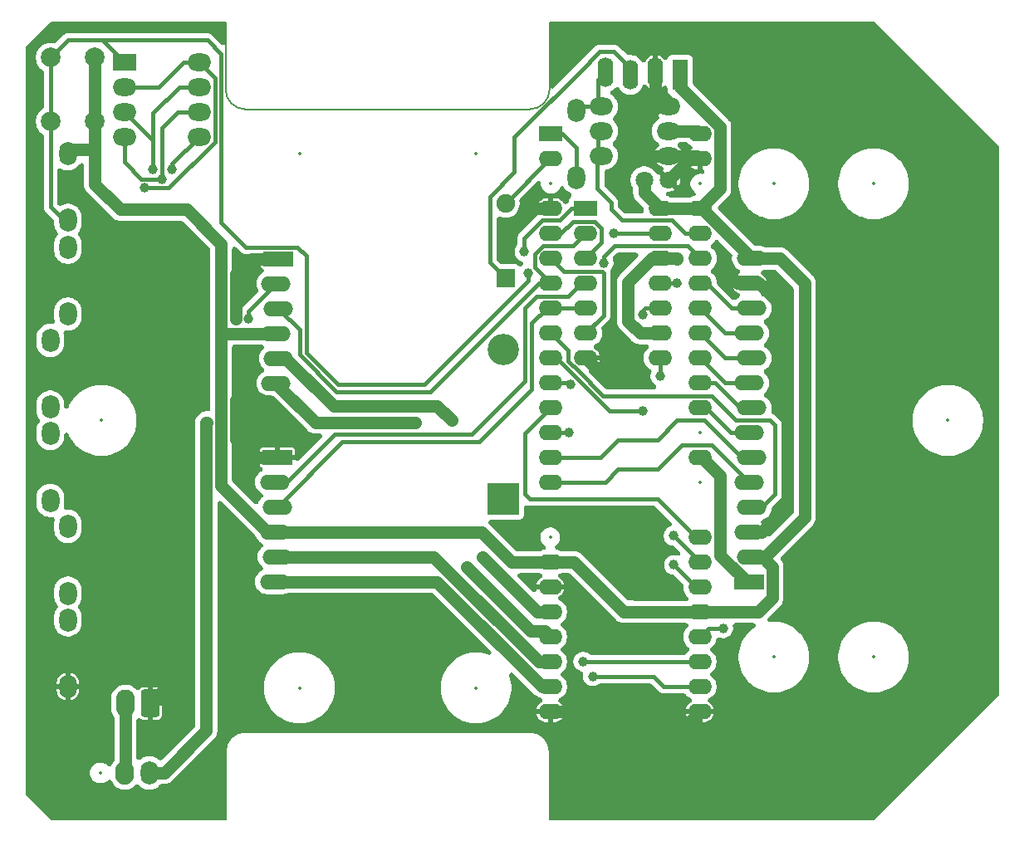
<source format=gbr>
G04 #@! TF.GenerationSoftware,KiCad,Pcbnew,9.0.1*
G04 #@! TF.CreationDate,2025-07-23T10:36:57+02:00*
G04 #@! TF.ProjectId,mainboard,6d61696e-626f-4617-9264-2e6b69636164,rev?*
G04 #@! TF.SameCoordinates,Original*
G04 #@! TF.FileFunction,Copper,L2,Bot*
G04 #@! TF.FilePolarity,Positive*
%FSLAX46Y46*%
G04 Gerber Fmt 4.6, Leading zero omitted, Abs format (unit mm)*
G04 Created by KiCad (PCBNEW 9.0.1) date 2025-07-23 10:36:57*
%MOMM*%
%LPD*%
G01*
G04 APERTURE LIST*
G04 Aperture macros list*
%AMRoundRect*
0 Rectangle with rounded corners*
0 $1 Rounding radius*
0 $2 $3 $4 $5 $6 $7 $8 $9 X,Y pos of 4 corners*
0 Add a 4 corners polygon primitive as box body*
4,1,4,$2,$3,$4,$5,$6,$7,$8,$9,$2,$3,0*
0 Add four circle primitives for the rounded corners*
1,1,$1+$1,$2,$3*
1,1,$1+$1,$4,$5*
1,1,$1+$1,$6,$7*
1,1,$1+$1,$8,$9*
0 Add four rect primitives between the rounded corners*
20,1,$1+$1,$2,$3,$4,$5,0*
20,1,$1+$1,$4,$5,$6,$7,0*
20,1,$1+$1,$6,$7,$8,$9,0*
20,1,$1+$1,$8,$9,$2,$3,0*%
G04 Aperture macros list end*
G04 #@! TA.AperFunction,Profile*
%ADD10C,0.200000*%
G04 #@! TD*
%ADD11C,0.350000*%
G04 #@! TA.AperFunction,ComponentPad*
%ADD12O,1.900000X2.400000*%
G04 #@! TD*
G04 #@! TA.AperFunction,ComponentPad*
%ADD13O,1.800000X2.400000*%
G04 #@! TD*
G04 #@! TA.AperFunction,ComponentPad*
%ADD14R,2.400000X1.800000*%
G04 #@! TD*
G04 #@! TA.AperFunction,ComponentPad*
%ADD15O,2.400000X1.800000*%
G04 #@! TD*
G04 #@! TA.AperFunction,ComponentPad*
%ADD16R,2.400000X1.600000*%
G04 #@! TD*
G04 #@! TA.AperFunction,ComponentPad*
%ADD17O,2.400000X1.600000*%
G04 #@! TD*
G04 #@! TA.AperFunction,ComponentPad*
%ADD18C,2.000000*%
G04 #@! TD*
G04 #@! TA.AperFunction,ComponentPad*
%ADD19R,1.600000X3.048000*%
G04 #@! TD*
G04 #@! TA.AperFunction,ComponentPad*
%ADD20O,1.600000X3.048000*%
G04 #@! TD*
G04 #@! TA.AperFunction,ComponentPad*
%ADD21C,1.800000*%
G04 #@! TD*
G04 #@! TA.AperFunction,ComponentPad*
%ADD22R,1.900000X1.900000*%
G04 #@! TD*
G04 #@! TA.AperFunction,ComponentPad*
%ADD23C,1.900000*%
G04 #@! TD*
G04 #@! TA.AperFunction,ComponentPad*
%ADD24R,3.048000X1.524000*%
G04 #@! TD*
G04 #@! TA.AperFunction,ComponentPad*
%ADD25O,3.048000X1.524000*%
G04 #@! TD*
G04 #@! TA.AperFunction,ComponentPad*
%ADD26R,3.200000X3.200000*%
G04 #@! TD*
G04 #@! TA.AperFunction,ComponentPad*
%ADD27O,3.200000X3.200000*%
G04 #@! TD*
G04 #@! TA.AperFunction,ComponentPad*
%ADD28RoundRect,0.272988X0.677012X1.127012X-0.677012X1.127012X-0.677012X-1.127012X0.677012X-1.127012X0*%
G04 #@! TD*
G04 #@! TA.AperFunction,ComponentPad*
%ADD29O,1.900000X2.800000*%
G04 #@! TD*
G04 #@! TA.AperFunction,ViaPad*
%ADD30C,1.000000*%
G04 #@! TD*
G04 #@! TA.AperFunction,ViaPad*
%ADD31C,0.800000*%
G04 #@! TD*
G04 #@! TA.AperFunction,Conductor*
%ADD32C,0.400000*%
G04 #@! TD*
G04 #@! TA.AperFunction,Conductor*
%ADD33C,1.250000*%
G04 #@! TD*
G04 APERTURE END LIST*
D10*
X88480000Y-138760000D02*
G75*
G02*
X90480000Y-136760000I2000000J0D01*
G01*
X167220000Y-132950000D02*
X167220000Y-77070000D01*
X88480000Y-64370000D02*
X70700000Y-64370000D01*
X88480000Y-145650000D02*
X88480000Y-138760000D01*
X68160000Y-66910000D02*
X68160000Y-143110000D01*
X121500000Y-71260000D02*
G75*
G02*
X119500000Y-73260000I-2000000J0D01*
G01*
X121500000Y-138760000D02*
X121500000Y-145650000D01*
X70700000Y-64370000D02*
X68160000Y-66910000D01*
X119500000Y-136760000D02*
G75*
G02*
X121500000Y-138760000I0J-2000000D01*
G01*
X167220000Y-77070000D02*
X154520000Y-64370000D01*
X90480000Y-73260000D02*
G75*
G02*
X88480000Y-71260000I0J2000000D01*
G01*
X121500000Y-145650000D02*
X154520000Y-145650000D01*
X70700000Y-145650000D02*
X88480000Y-145650000D01*
X119500000Y-73260000D02*
X90480000Y-73260000D01*
X121500000Y-64370000D02*
X121500000Y-71260000D01*
X88480000Y-71260000D02*
X88480000Y-64370000D01*
X154520000Y-145650000D02*
X167220000Y-132950000D01*
X90480000Y-136760000D02*
X119500000Y-136760000D01*
X68160000Y-143110000D02*
X70700000Y-145650000D01*
X154520000Y-64370000D02*
X121500000Y-64370000D01*
D11*
X75700000Y-140944724D03*
X78200000Y-140944724D03*
X80700000Y-140944724D03*
X124200000Y-73000000D03*
X124200000Y-80620000D03*
X78150000Y-68450000D03*
X78150000Y-70990000D03*
X78150000Y-73530000D03*
X78150000Y-76070000D03*
X85770000Y-76070000D03*
X85770000Y-73530000D03*
X85770000Y-70990000D03*
X85770000Y-68450000D03*
X125175000Y-83400000D03*
X125175000Y-85940000D03*
X125175000Y-88480000D03*
X125175000Y-91020000D03*
X125175000Y-93560000D03*
X125175000Y-96100000D03*
X125175000Y-98640000D03*
X132795000Y-98640000D03*
X132795000Y-96100000D03*
X132795000Y-93560000D03*
X132795000Y-91020000D03*
X132795000Y-88480000D03*
X132795000Y-85940000D03*
X132795000Y-83400000D03*
X70628800Y-74502400D03*
X70628800Y-68000000D03*
X75150000Y-74502400D03*
X75150000Y-68000000D03*
X70600000Y-113550000D03*
X70600000Y-105930000D03*
X154530000Y-80870000D03*
X72400000Y-94550000D03*
X72400000Y-86930000D03*
X75800000Y-105000000D03*
X72400000Y-85000000D03*
X72400000Y-77380000D03*
X154530000Y-129130000D03*
X134000000Y-78000000D03*
X126380000Y-78000000D03*
X121630000Y-75780000D03*
X121630000Y-78320000D03*
X121630000Y-80860000D03*
X121630000Y-83400000D03*
X121630000Y-85940000D03*
X121630000Y-88480000D03*
X121630000Y-91020000D03*
X121630000Y-93560000D03*
X121630000Y-96100000D03*
X121630000Y-98640000D03*
X121630000Y-101180000D03*
X121630000Y-103720000D03*
X121630000Y-106260000D03*
X121630000Y-108800000D03*
X121630000Y-111340000D03*
X136870000Y-111340000D03*
X136870000Y-108800000D03*
X136870000Y-106260000D03*
X136870000Y-103720000D03*
X136870000Y-101180000D03*
X136870000Y-98640000D03*
X136870000Y-96100000D03*
X136870000Y-93560000D03*
X136870000Y-91020000D03*
X136870000Y-88480000D03*
X136870000Y-85940000D03*
X136870000Y-83400000D03*
X136870000Y-80860000D03*
X136870000Y-78320000D03*
X136870000Y-75780000D03*
X134810000Y-69750000D03*
X132270000Y-69496000D03*
X129730000Y-69750000D03*
X127190000Y-69496000D03*
X131150000Y-80500000D03*
X133650000Y-80500000D03*
X162100000Y-105000000D03*
X96000000Y-132275000D03*
X114000000Y-132275000D03*
X114000000Y-77800000D03*
X96000000Y-77800000D03*
X144370000Y-129130000D03*
X117000000Y-90500000D03*
X117000000Y-82880000D03*
X93877000Y-88500000D03*
X93623000Y-91040000D03*
X93877000Y-93580000D03*
X93623000Y-96120000D03*
X93877000Y-98660000D03*
X93623000Y-101200000D03*
X144370000Y-80870000D03*
X116800000Y-113000000D03*
X116800000Y-97760000D03*
X141877000Y-121500000D03*
X142131000Y-118960000D03*
X141877000Y-116420000D03*
X142131000Y-113880000D03*
X141877000Y-111340000D03*
X142131000Y-108800000D03*
X141877000Y-106260000D03*
X142131000Y-103720000D03*
X141877000Y-101180000D03*
X142131000Y-98640000D03*
X141877000Y-96100000D03*
X142131000Y-93560000D03*
X141877000Y-91020000D03*
X142131000Y-88480000D03*
X70600000Y-104050000D03*
X70600000Y-96430000D03*
X126400000Y-73000000D03*
X134020000Y-73000000D03*
X72400000Y-132550000D03*
X72400000Y-124930000D03*
X93750000Y-108750000D03*
X93496000Y-111290000D03*
X93750000Y-113830000D03*
X93496000Y-116370000D03*
X93750000Y-118910000D03*
X93496000Y-121450000D03*
X121580000Y-116910000D03*
X121580000Y-119450000D03*
X121580000Y-121990000D03*
X121580000Y-124530000D03*
X121580000Y-127070000D03*
X121580000Y-129610000D03*
X121580000Y-132150000D03*
X121580000Y-134690000D03*
X136820000Y-134690000D03*
X136820000Y-132150000D03*
X136820000Y-129610000D03*
X136820000Y-127070000D03*
X136820000Y-124530000D03*
X136820000Y-121990000D03*
X136820000Y-119450000D03*
X136820000Y-116910000D03*
X72400000Y-115400000D03*
X72400000Y-123020000D03*
X126400000Y-75500000D03*
X134020000Y-75500000D03*
X80800000Y-133850000D03*
X78260000Y-133850000D03*
D12*
X78200000Y-140944724D03*
D13*
X80700000Y-140944724D03*
X124200000Y-73400000D03*
X124200000Y-80220000D03*
D14*
X78150000Y-68450000D03*
D15*
X78150000Y-70990000D03*
X78150000Y-73530000D03*
X78150000Y-76070000D03*
X85770000Y-76070000D03*
X85770000Y-73530000D03*
X85770000Y-70990000D03*
X85770000Y-68450000D03*
D16*
X125175000Y-83400000D03*
D17*
X125175000Y-85940000D03*
X125175000Y-88480000D03*
X125175000Y-91020000D03*
X125175000Y-93560000D03*
X125175000Y-96100000D03*
X125175000Y-98640000D03*
X132795000Y-98640000D03*
X132795000Y-96100000D03*
X132795000Y-93560000D03*
X132795000Y-91020000D03*
X132795000Y-88480000D03*
X132795000Y-85940000D03*
X132795000Y-83400000D03*
D18*
X70628800Y-74502400D03*
X70628800Y-68000000D03*
X75150000Y-74502400D03*
X75150000Y-68000000D03*
D13*
X70600000Y-113150000D03*
X70600000Y-106330000D03*
X72400000Y-94150000D03*
X72400000Y-87330000D03*
X72400000Y-84600000D03*
X72400000Y-77780000D03*
D15*
X133600000Y-78000000D03*
X126780000Y-78000000D03*
D16*
X121630000Y-75780000D03*
D17*
X121630000Y-78320000D03*
X121630000Y-83400000D03*
X121630000Y-85940000D03*
X121630000Y-88480000D03*
X121630000Y-91020000D03*
X121630000Y-93560000D03*
X121630000Y-96100000D03*
X121630000Y-98640000D03*
X121630000Y-101180000D03*
X121630000Y-103720000D03*
X121630000Y-106260000D03*
X121630000Y-108800000D03*
X121630000Y-111340000D03*
X136870000Y-108800000D03*
X136870000Y-103720000D03*
X136870000Y-101180000D03*
X136870000Y-98640000D03*
X136870000Y-96100000D03*
X136870000Y-93560000D03*
X136870000Y-91020000D03*
X136870000Y-88480000D03*
X136870000Y-85940000D03*
X136870000Y-83400000D03*
X136870000Y-78320000D03*
X136870000Y-75780000D03*
D19*
X134810000Y-69750000D03*
D20*
X132270000Y-69496000D03*
X129730000Y-69750000D03*
X127190000Y-69496000D03*
D21*
X131150000Y-80500000D03*
X133650000Y-80500000D03*
D22*
X117000000Y-90500000D03*
D23*
X117000000Y-82880000D03*
D24*
X93877000Y-88500000D03*
D25*
X93623000Y-91040000D03*
X93877000Y-93580000D03*
X93623000Y-96120000D03*
X93877000Y-98660000D03*
X93623000Y-101200000D03*
D26*
X116800000Y-113000000D03*
D27*
X116800000Y-97760000D03*
D24*
X141877000Y-121500000D03*
D25*
X142131000Y-118960000D03*
X141877000Y-116420000D03*
X142131000Y-113880000D03*
X141877000Y-111340000D03*
X142131000Y-108800000D03*
X141877000Y-106260000D03*
X142131000Y-103720000D03*
X141877000Y-101180000D03*
X142131000Y-98640000D03*
X141877000Y-96100000D03*
X142131000Y-93560000D03*
X141877000Y-91020000D03*
X142131000Y-88480000D03*
D13*
X70600000Y-103650000D03*
X70600000Y-96830000D03*
D15*
X126800000Y-73000000D03*
X133620000Y-73000000D03*
D13*
X72400000Y-132150000D03*
X72400000Y-125330000D03*
D24*
X93750000Y-108750000D03*
D25*
X93496000Y-111290000D03*
X93750000Y-113830000D03*
X93496000Y-116370000D03*
X93750000Y-118910000D03*
X93496000Y-121450000D03*
D17*
X121580000Y-119450000D03*
X121580000Y-121990000D03*
X121580000Y-124530000D03*
X121580000Y-127070000D03*
X121580000Y-129610000D03*
X121580000Y-132150000D03*
X121580000Y-134690000D03*
X136820000Y-134690000D03*
X136820000Y-132150000D03*
X136820000Y-129610000D03*
X136820000Y-127070000D03*
X136820000Y-124530000D03*
X136820000Y-121990000D03*
X136820000Y-119450000D03*
X136820000Y-116910000D03*
D13*
X72400000Y-115800000D03*
X72400000Y-122620000D03*
D15*
X126800000Y-75500000D03*
X133620000Y-75500000D03*
D28*
X80800000Y-133850000D03*
D29*
X78260000Y-133850000D03*
D30*
X141100000Y-124530000D03*
X123600000Y-134700000D03*
X134750000Y-83400000D03*
X134500000Y-88500000D03*
X89500000Y-102900000D03*
D31*
X131100000Y-120900000D03*
D30*
X89500000Y-94600000D03*
X125200000Y-114600000D03*
X119100000Y-83400000D03*
X139300000Y-89700000D03*
X85800000Y-102900000D03*
X127700000Y-100900000D03*
X118938354Y-87788853D03*
X90825000Y-94600000D03*
X134135000Y-116765000D03*
X132800000Y-100500000D03*
X134165000Y-119735000D03*
X131000000Y-104000000D03*
X131000000Y-94225000D03*
X134500000Y-91020000D03*
X139200000Y-126200000D03*
X128075000Y-85900000D03*
X124931000Y-129600000D03*
X123600000Y-101300000D03*
X114660757Y-118960757D03*
X111500000Y-105000000D03*
X107800000Y-105200000D03*
X113085804Y-119985804D03*
X119300000Y-90000000D03*
X127003343Y-88938082D03*
X86600499Y-105199501D03*
X80166912Y-81300000D03*
X81066912Y-79400000D03*
X125900000Y-131100000D03*
X123500000Y-106260000D03*
X82000000Y-80400000D03*
X83000000Y-79400000D03*
D32*
X135590000Y-87200000D02*
X128100793Y-87200000D01*
X135590000Y-87200000D02*
X136870000Y-88480000D01*
X128100793Y-87200000D02*
X127003343Y-88297450D01*
X139200000Y-126200000D02*
X137690000Y-126200000D01*
X137690000Y-126200000D02*
X136820000Y-127070000D01*
X131580000Y-129600000D02*
X131590000Y-129610000D01*
X124931000Y-129600000D02*
X131580000Y-129600000D01*
X131590000Y-129610000D02*
X136820000Y-129610000D01*
X125900000Y-131100000D02*
X132100000Y-131100000D01*
X132100000Y-131100000D02*
X133150000Y-132150000D01*
X133150000Y-132150000D02*
X136820000Y-132150000D01*
D33*
X136820000Y-134690000D02*
X135459000Y-136051000D01*
X135459000Y-136051000D02*
X124951000Y-136051000D01*
X124951000Y-136051000D02*
X123600000Y-134700000D01*
X121580000Y-134690000D02*
X123590000Y-134690000D01*
X123590000Y-134690000D02*
X123600000Y-134700000D01*
X129050000Y-124500000D02*
X124000000Y-119450000D01*
X88000000Y-96300000D02*
X88000000Y-94700000D01*
X134810000Y-71020489D02*
X138896000Y-75106489D01*
X136870000Y-83400000D02*
X137051000Y-83400000D01*
X144980000Y-88480000D02*
X147500000Y-91000000D01*
X131150000Y-81755000D02*
X131150000Y-80500000D01*
X75150000Y-68000000D02*
X75150000Y-74502400D01*
X134750000Y-83400000D02*
X136870000Y-83400000D01*
X129930000Y-124530000D02*
X136820000Y-124530000D01*
X132795000Y-83400000D02*
X134750000Y-83400000D01*
X75130000Y-77380000D02*
X75150000Y-77400000D01*
X134810000Y-69750000D02*
X134810000Y-71020489D01*
X77750000Y-83500000D02*
X75150000Y-80900000D01*
X138896000Y-75106489D02*
X138896000Y-81374000D01*
X88000000Y-87000000D02*
X84500000Y-83500000D01*
X138896000Y-81374000D02*
X136870000Y-83400000D01*
X84500000Y-83500000D02*
X77750000Y-83500000D01*
X88000000Y-111636000D02*
X88000000Y-96300000D01*
X142131000Y-118960000D02*
X143275000Y-118960000D01*
X75150000Y-80900000D02*
X75150000Y-77400000D01*
X147500000Y-91000000D02*
X147500000Y-114900000D01*
X92734000Y-116370000D02*
X88000000Y-111636000D01*
X124000000Y-119450000D02*
X121580000Y-119450000D01*
X142785000Y-124530000D02*
X136820000Y-124530000D01*
X131920000Y-88480000D02*
X132795000Y-88480000D01*
X130716910Y-96100000D02*
X129474000Y-94857090D01*
X129474000Y-90926000D02*
X131920000Y-88480000D01*
X143275000Y-118960000D02*
X144227000Y-119912000D01*
X129050000Y-124500000D02*
X129900000Y-124500000D01*
X137051000Y-83400000D02*
X142131000Y-88480000D01*
X143440000Y-118960000D02*
X142131000Y-118960000D01*
X129474000Y-94857090D02*
X129474000Y-90926000D01*
X144227000Y-123088000D02*
X142785000Y-124530000D01*
X93496000Y-116370000D02*
X114570000Y-116370000D01*
X117650000Y-119450000D02*
X121580000Y-119450000D01*
X132795000Y-96100000D02*
X130716910Y-96100000D01*
X132795000Y-83400000D02*
X131150000Y-81755000D01*
X134480000Y-88480000D02*
X134500000Y-88500000D01*
X88000000Y-94700000D02*
X88000000Y-87000000D01*
X93623000Y-96120000D02*
X88180000Y-96120000D01*
X142131000Y-88480000D02*
X144980000Y-88480000D01*
X72400000Y-77380000D02*
X75130000Y-77380000D01*
X114570000Y-116370000D02*
X117650000Y-119450000D01*
X147500000Y-114900000D02*
X143440000Y-118960000D01*
X93496000Y-116370000D02*
X92734000Y-116370000D01*
X132795000Y-88480000D02*
X134480000Y-88480000D01*
X88180000Y-96120000D02*
X88000000Y-96300000D01*
X75150000Y-77400000D02*
X75150000Y-74502400D01*
X129900000Y-124500000D02*
X129930000Y-124530000D01*
X144227000Y-119912000D02*
X144227000Y-123088000D01*
X84500000Y-130150000D02*
X84500000Y-104200000D01*
X135830000Y-78320000D02*
X133650000Y-80500000D01*
X91350000Y-108750000D02*
X93750000Y-108750000D01*
X141877000Y-116420000D02*
X143127000Y-116420000D01*
X125175000Y-98640000D02*
X125440000Y-98640000D01*
X134000000Y-78000000D02*
X132000000Y-78000000D01*
X121630000Y-83400000D02*
X119100000Y-83400000D01*
X89500000Y-90103000D02*
X89500000Y-94600000D01*
X136870000Y-78320000D02*
X135830000Y-78320000D01*
X80800000Y-133850000D02*
X84500000Y-130150000D01*
X132270000Y-71250000D02*
X132270000Y-69496000D01*
X145726000Y-113821000D02*
X145726000Y-93864386D01*
X131000000Y-74500000D02*
X132500000Y-73000000D01*
X132000000Y-78000000D02*
X131000000Y-77000000D01*
X93877000Y-88500000D02*
X91103000Y-88500000D01*
X125659500Y-98615000D02*
X125200000Y-98615000D01*
X145726000Y-93864386D02*
X142881614Y-91020000D01*
X127435000Y-100900000D02*
X125175000Y-98640000D01*
X89500000Y-102900000D02*
X89500000Y-106900000D01*
X132500000Y-73000000D02*
X134020000Y-73000000D01*
X134020000Y-73000000D02*
X132270000Y-71250000D01*
X134000000Y-78000000D02*
X136550000Y-78000000D01*
X89500000Y-106900000D02*
X91350000Y-108750000D01*
X125200000Y-114600000D02*
X125200000Y-115000000D01*
X143127000Y-116420000D02*
X145726000Y-113821000D01*
X140620000Y-91020000D02*
X139300000Y-89700000D01*
X136550000Y-78000000D02*
X136870000Y-78320000D01*
X91103000Y-88500000D02*
X89500000Y-90103000D01*
X84500000Y-104200000D02*
X85800000Y-102900000D01*
X136870000Y-78320000D02*
X137029511Y-78320000D01*
X125200000Y-115000000D02*
X131100000Y-120900000D01*
X142881614Y-91020000D02*
X141877000Y-91020000D01*
X131000000Y-77000000D02*
X131000000Y-74500000D01*
X127700000Y-100900000D02*
X127435000Y-100900000D01*
X134020000Y-75500000D02*
X136590000Y-75500000D01*
X136590000Y-75500000D02*
X136870000Y-75780000D01*
D32*
X93623000Y-91040000D02*
X90825000Y-93838000D01*
X123728470Y-83400000D02*
X125175000Y-83400000D01*
X122527470Y-84601000D02*
X123728470Y-83400000D01*
X90825000Y-93838000D02*
X90825000Y-94600000D01*
X120732530Y-84601000D02*
X122527470Y-84601000D01*
X90800000Y-94625000D02*
X90800000Y-94800000D01*
X118938354Y-86395176D02*
X120732530Y-84601000D01*
X90825000Y-94600000D02*
X90800000Y-94625000D01*
X118938354Y-87788853D02*
X118938354Y-86395176D01*
X123915000Y-87200000D02*
X125175000Y-85940000D01*
X99800000Y-102100000D02*
X109300000Y-102100000D01*
X120380000Y-91020000D02*
X121630000Y-91020000D01*
X109300000Y-102100000D02*
X120380000Y-91020000D01*
X121500000Y-91000000D02*
X121520000Y-91020000D01*
X120000000Y-88011530D02*
X120811530Y-87200000D01*
X96000000Y-95703000D02*
X96000000Y-98300000D01*
X93877000Y-93580000D02*
X96000000Y-95703000D01*
X121630000Y-91020000D02*
X121520000Y-91020000D01*
X120811530Y-87200000D02*
X123915000Y-87200000D01*
X121630000Y-91020000D02*
X120000000Y-89390000D01*
X120000000Y-89390000D02*
X120000000Y-88011530D01*
X96000000Y-98300000D02*
X99800000Y-102100000D01*
X126776000Y-85442530D02*
X126776000Y-86879000D01*
X122660000Y-85940000D02*
X123861000Y-84739000D01*
X121630000Y-85940000D02*
X122660000Y-85940000D01*
X123861000Y-84739000D02*
X126072470Y-84739000D01*
X126072470Y-84739000D02*
X126776000Y-85442530D01*
X126776000Y-86879000D02*
X125175000Y-88480000D01*
X119000000Y-101000000D02*
X113601000Y-106399000D01*
X113601000Y-106399000D02*
X99601000Y-106399000D01*
X124698000Y-91020000D02*
X123359000Y-92359000D01*
X120141000Y-92359000D02*
X119000000Y-93500000D01*
X119000000Y-93500000D02*
X119000000Y-101000000D01*
X125175000Y-91020000D02*
X124698000Y-91020000D01*
X94710000Y-111290000D02*
X93496000Y-111290000D01*
X123359000Y-92359000D02*
X120141000Y-92359000D01*
X99601000Y-106399000D02*
X94710000Y-111290000D01*
X119700000Y-95100000D02*
X121240000Y-93560000D01*
X121630000Y-93560000D02*
X125175000Y-93560000D01*
X100380000Y-107200000D02*
X114300000Y-107200000D01*
X93750000Y-113830000D02*
X100380000Y-107200000D01*
X114300000Y-107200000D02*
X119700000Y-101800000D01*
X121240000Y-93560000D02*
X121630000Y-93560000D01*
X119700000Y-101800000D02*
X119700000Y-95100000D01*
X122969000Y-89819000D02*
X126819000Y-89819000D01*
X127000000Y-90000000D02*
X127000000Y-94275000D01*
X127000000Y-94275000D02*
X125175000Y-96100000D01*
X126819000Y-89819000D02*
X127000000Y-90000000D01*
X121630000Y-88480000D02*
X122969000Y-89819000D01*
X132800000Y-99400000D02*
X132795000Y-99395000D01*
X132800000Y-100500000D02*
X132800000Y-99400000D01*
X132795000Y-99395000D02*
X132795000Y-98640000D01*
X134135000Y-116765000D02*
X136820000Y-119450000D01*
X122973000Y-99373000D02*
X122240000Y-98640000D01*
X127600000Y-104000000D02*
X124042000Y-100442000D01*
X136820000Y-121990000D02*
X136420000Y-121990000D01*
X131000000Y-93820000D02*
X131260000Y-93560000D01*
X131000000Y-104000000D02*
X127600000Y-104000000D01*
X124028588Y-100442000D02*
X122973000Y-99386412D01*
X122240000Y-98640000D02*
X121630000Y-98640000D01*
X136420000Y-121990000D02*
X134165000Y-119735000D01*
X124042000Y-100442000D02*
X124028588Y-100442000D01*
X131260000Y-93560000D02*
X132795000Y-93560000D01*
X122973000Y-99386412D02*
X122973000Y-99373000D01*
X131000000Y-94225000D02*
X131000000Y-93820000D01*
X134680000Y-91020000D02*
X134700000Y-91000000D01*
X134500000Y-91020000D02*
X134680000Y-91020000D01*
X132795000Y-91020000D02*
X134500000Y-91020000D01*
X128115000Y-85940000D02*
X132795000Y-85940000D01*
X121630000Y-101180000D02*
X123480000Y-101180000D01*
X123480000Y-101180000D02*
X123600000Y-101300000D01*
X128075000Y-85900000D02*
X128115000Y-85940000D01*
X123400000Y-101300000D02*
X123300000Y-101200000D01*
X123600000Y-101300000D02*
X123400000Y-101300000D01*
D33*
X141877000Y-121500000D02*
X141663229Y-121500000D01*
X141663229Y-121500000D02*
X138896000Y-118732771D01*
X137029511Y-108800000D02*
X136870000Y-108800000D01*
X138896000Y-110666489D02*
X137029511Y-108800000D01*
X138896000Y-118732771D02*
X138896000Y-110666489D01*
D32*
X123574000Y-99124058D02*
X123400000Y-98950058D01*
X144500000Y-105500000D02*
X144000000Y-105000000D01*
X123400000Y-98950058D02*
X123400000Y-97870000D01*
X144000000Y-105000000D02*
X140500000Y-105000000D01*
X140500000Y-105000000D02*
X138000000Y-102500000D01*
X124277530Y-99841000D02*
X123574000Y-99137470D01*
X123574000Y-99137470D02*
X123574000Y-99124058D01*
X124290942Y-99841000D02*
X124277530Y-99841000D01*
X142131000Y-113880000D02*
X143120000Y-113880000D01*
X126949942Y-102500000D02*
X124290942Y-99841000D01*
X123400000Y-97870000D02*
X121630000Y-96100000D01*
X144500000Y-112500000D02*
X144500000Y-105500000D01*
X143120000Y-113880000D02*
X144500000Y-112500000D01*
X121630000Y-96100000D02*
X121630000Y-96130000D01*
X138000000Y-102500000D02*
X126949942Y-102500000D01*
X128500000Y-110000000D02*
X127160000Y-111340000D01*
X132500000Y-110000000D02*
X135000000Y-107500000D01*
X135000000Y-107500000D02*
X138000000Y-107500000D01*
X127160000Y-111340000D02*
X121630000Y-111340000D01*
X138000000Y-107500000D02*
X141840000Y-111340000D01*
X141840000Y-111340000D02*
X141877000Y-111340000D01*
X132500000Y-110000000D02*
X128500000Y-110000000D01*
X126700000Y-108800000D02*
X121630000Y-108800000D01*
X132500000Y-107000000D02*
X128500000Y-107000000D01*
X137300058Y-105000000D02*
X141100058Y-108800000D01*
X128500000Y-107000000D02*
X126700000Y-108800000D01*
X132500000Y-107000000D02*
X134500000Y-105000000D01*
X141100058Y-108800000D02*
X142131000Y-108800000D01*
X134500000Y-105000000D02*
X137300058Y-105000000D01*
X137420000Y-103720000D02*
X139960000Y-106260000D01*
X136870000Y-103720000D02*
X137420000Y-103720000D01*
X139960000Y-106260000D02*
X141877000Y-106260000D01*
X136870000Y-101180000D02*
X138341220Y-101180000D01*
X140881220Y-103720000D02*
X142131000Y-103720000D01*
X138341220Y-101180000D02*
X140881220Y-103720000D01*
X141877000Y-101180000D02*
X139410000Y-101180000D01*
X136870000Y-98640000D02*
X139410000Y-101180000D01*
X136870000Y-96100000D02*
X139410000Y-98640000D01*
X139410000Y-98640000D02*
X142131000Y-98640000D01*
X136870000Y-93560000D02*
X139410000Y-96100000D01*
X139410000Y-96100000D02*
X141877000Y-96100000D01*
X137520000Y-91020000D02*
X140060000Y-93560000D01*
X136870000Y-91020000D02*
X137520000Y-91020000D01*
X140060000Y-93560000D02*
X142131000Y-93560000D01*
D33*
X93877000Y-98660000D02*
X94639000Y-98660000D01*
X120230000Y-124530000D02*
X121580000Y-124530000D01*
X110049000Y-103549000D02*
X111500000Y-105000000D01*
X94639000Y-98660000D02*
X99528000Y-103549000D01*
X114660757Y-118960757D02*
X120230000Y-124530000D01*
X99528000Y-103549000D02*
X110049000Y-103549000D01*
X119598988Y-126498988D02*
X121008988Y-126498988D01*
X121008988Y-126498988D02*
X121580000Y-127070000D01*
X107800000Y-105200000D02*
X97623000Y-105200000D01*
X97623000Y-105200000D02*
X93623000Y-101200000D01*
X113085804Y-119985804D02*
X119598988Y-126498988D01*
X109710000Y-118910000D02*
X120410000Y-129610000D01*
X120410000Y-129610000D02*
X121580000Y-129610000D01*
X93750000Y-118910000D02*
X109710000Y-118910000D01*
X110050000Y-121450000D02*
X120750000Y-132150000D01*
X120750000Y-132150000D02*
X121580000Y-132150000D01*
X93496000Y-121450000D02*
X110050000Y-121450000D01*
D32*
X75100000Y-66200000D02*
X86600000Y-66200000D01*
X72428800Y-66200000D02*
X70628800Y-68000000D01*
X70628800Y-68000000D02*
X70628800Y-74502400D01*
X70628800Y-74502400D02*
X70628800Y-83228800D01*
X96702924Y-98102924D02*
X99900000Y-101300000D01*
X99900000Y-101300000D02*
X108700000Y-101300000D01*
X119300000Y-90700000D02*
X119300000Y-90000000D01*
X70628800Y-83228800D02*
X72400000Y-85000000D01*
X88000000Y-67600000D02*
X88000000Y-84795983D01*
X78150000Y-68450000D02*
X75900000Y-66200000D01*
X90541017Y-87337000D02*
X95802000Y-87337000D01*
X108700000Y-101300000D02*
X119300000Y-90700000D01*
X75900000Y-66200000D02*
X75100000Y-66200000D01*
X88000000Y-84795983D02*
X90541017Y-87337000D01*
X95802000Y-87337000D02*
X96702924Y-88237924D01*
X96702924Y-88237924D02*
X96702924Y-98102924D01*
X86600000Y-66200000D02*
X88000000Y-67600000D01*
X127003343Y-88938082D02*
X127003343Y-88297450D01*
X75100000Y-66200000D02*
X72428800Y-66200000D01*
D33*
X86500000Y-105249000D02*
X86549000Y-105200000D01*
X82200000Y-140944724D02*
X86500000Y-136644724D01*
X86500000Y-136644724D02*
X86500000Y-105249000D01*
X80700000Y-140944724D02*
X82200000Y-140944724D01*
D32*
X87371000Y-76629000D02*
X87371000Y-70051000D01*
X82700000Y-81300000D02*
X87371000Y-76629000D01*
X87371000Y-70051000D02*
X85770000Y-68450000D01*
X81630000Y-70990000D02*
X78150000Y-70990000D01*
X85770000Y-68450000D02*
X84170000Y-68450000D01*
X80166912Y-81300000D02*
X82700000Y-81300000D01*
X84170000Y-68450000D02*
X81630000Y-70990000D01*
X81066912Y-73666912D02*
X83743824Y-70990000D01*
X81066912Y-79400000D02*
X81066912Y-76446912D01*
X81066912Y-76446912D02*
X78150000Y-73530000D01*
X83743824Y-70990000D02*
X85770000Y-70990000D01*
X81066912Y-76446912D02*
X81066912Y-73666912D01*
X126400000Y-75500000D02*
X126400000Y-77980000D01*
X126380000Y-81380000D02*
X126380000Y-78000000D01*
X135315000Y-85940000D02*
X133976000Y-84601000D01*
X133976000Y-84601000D02*
X128851000Y-84601000D01*
X128851000Y-84601000D02*
X127750000Y-83500000D01*
X127750000Y-82750000D02*
X126380000Y-81380000D01*
X126400000Y-77980000D02*
X126380000Y-78000000D01*
X127750000Y-83500000D02*
X127750000Y-82750000D01*
X136870000Y-85940000D02*
X135315000Y-85940000D01*
D33*
X78260000Y-133850000D02*
X78260000Y-140884724D01*
X78260000Y-140884724D02*
X78200000Y-140944724D01*
D32*
X121560000Y-78320000D02*
X121630000Y-78320000D01*
X117000000Y-82880000D02*
X121560000Y-78320000D01*
X124200000Y-77200000D02*
X124200000Y-80620000D01*
X122780000Y-75780000D02*
X124200000Y-77200000D01*
X121630000Y-75780000D02*
X122780000Y-75780000D01*
X119000000Y-112500000D02*
X119000000Y-106350000D01*
X132500000Y-113000000D02*
X119500000Y-113000000D01*
X119000000Y-106350000D02*
X121630000Y-103720000D01*
X136820000Y-116910000D02*
X136410000Y-116910000D01*
X121630000Y-103720000D02*
X121720000Y-103720000D01*
X119500000Y-113000000D02*
X119000000Y-112500000D01*
X136410000Y-116910000D02*
X132500000Y-113000000D01*
X121630000Y-106260000D02*
X123500000Y-106260000D01*
X123500000Y-106260000D02*
X123660000Y-106260000D01*
X79900000Y-80400000D02*
X78150000Y-78650000D01*
X78150000Y-78650000D02*
X78150000Y-76070000D01*
X82000000Y-80400000D02*
X79900000Y-80400000D01*
X82000000Y-80400000D02*
X82000000Y-75150000D01*
X82000000Y-75150000D02*
X83620000Y-73530000D01*
X83620000Y-73530000D02*
X85770000Y-73530000D01*
X83000000Y-79400000D02*
X83000000Y-78840000D01*
X83000000Y-78840000D02*
X85770000Y-76070000D01*
X117915029Y-79684971D02*
X115400000Y-82200000D01*
X117915029Y-76084971D02*
X117915029Y-79684971D01*
X125550000Y-68450000D02*
X125550000Y-68430687D01*
X129730000Y-69026000D02*
X129730000Y-69750000D01*
X115400000Y-88900000D02*
X117000000Y-90500000D01*
X125550000Y-68430687D02*
X126609687Y-67371000D01*
X125550000Y-68450000D02*
X117915029Y-76084971D01*
X128075000Y-67371000D02*
X129730000Y-69026000D01*
X126609687Y-67371000D02*
X128075000Y-67371000D01*
X115400000Y-82200000D02*
X115400000Y-88900000D01*
X126500000Y-73000000D02*
X126400000Y-73000000D01*
X126400000Y-70286000D02*
X127190000Y-69496000D01*
X124200000Y-73000000D02*
X126400000Y-73000000D01*
X126400000Y-73000000D02*
X126400000Y-70286000D01*
G04 #@! TA.AperFunction,Conductor*
G36*
X88325788Y-64389454D02*
G01*
X88406570Y-64443430D01*
X88460546Y-64524212D01*
X88479500Y-64619500D01*
X88479500Y-66487703D01*
X88460546Y-66582991D01*
X88406570Y-66663773D01*
X88325788Y-66717749D01*
X88230500Y-66736703D01*
X88135212Y-66717749D01*
X88054430Y-66663773D01*
X87854008Y-66463351D01*
X87046543Y-65655886D01*
X86931811Y-65579225D01*
X86931807Y-65579223D01*
X86931805Y-65579222D01*
X86804327Y-65526419D01*
X86804324Y-65526418D01*
X86668998Y-65499500D01*
X86668994Y-65499500D01*
X86668993Y-65499500D01*
X75968993Y-65499500D01*
X75168993Y-65499500D01*
X72359807Y-65499500D01*
X72251391Y-65521065D01*
X72224471Y-65526420D01*
X72171666Y-65548292D01*
X72096989Y-65579225D01*
X72096988Y-65579226D01*
X72056001Y-65606612D01*
X72055995Y-65606615D01*
X71982261Y-65655883D01*
X71982256Y-65655887D01*
X71174791Y-66463351D01*
X71094010Y-66517327D01*
X70998722Y-66536281D01*
X70959771Y-66533216D01*
X70746892Y-66499500D01*
X70510708Y-66499500D01*
X70510705Y-66499500D01*
X70510696Y-66499501D01*
X70277435Y-66536446D01*
X70052812Y-66609430D01*
X69842362Y-66716659D01*
X69651295Y-66855478D01*
X69484278Y-67022495D01*
X69345459Y-67213562D01*
X69238230Y-67424012D01*
X69165246Y-67648635D01*
X69128301Y-67881896D01*
X69128300Y-67881912D01*
X69128300Y-68118087D01*
X69128301Y-68118103D01*
X69164663Y-68347683D01*
X69165247Y-68351368D01*
X69238232Y-68575992D01*
X69312355Y-68721466D01*
X69345459Y-68786437D01*
X69484278Y-68977504D01*
X69484280Y-68977506D01*
X69484283Y-68977510D01*
X69651290Y-69144517D01*
X69651293Y-69144519D01*
X69651297Y-69144523D01*
X69651300Y-69144525D01*
X69825658Y-69271204D01*
X69891607Y-69342547D01*
X69925234Y-69433697D01*
X69928300Y-69472649D01*
X69928300Y-73029751D01*
X69909346Y-73125039D01*
X69855370Y-73205821D01*
X69825658Y-73231196D01*
X69651300Y-73357874D01*
X69651297Y-73357877D01*
X69651293Y-73357880D01*
X69651290Y-73357883D01*
X69566202Y-73442971D01*
X69484278Y-73524895D01*
X69345459Y-73715962D01*
X69238230Y-73926412D01*
X69165246Y-74151035D01*
X69128301Y-74384296D01*
X69128300Y-74384312D01*
X69128300Y-74620487D01*
X69128301Y-74620503D01*
X69165246Y-74853764D01*
X69234209Y-75066013D01*
X69238232Y-75078392D01*
X69285953Y-75172049D01*
X69345459Y-75288837D01*
X69484278Y-75479904D01*
X69484280Y-75479906D01*
X69484283Y-75479910D01*
X69651290Y-75646917D01*
X69651293Y-75646919D01*
X69651297Y-75646923D01*
X69651300Y-75646925D01*
X69825658Y-75773604D01*
X69891607Y-75844947D01*
X69925234Y-75936097D01*
X69928300Y-75975049D01*
X69928300Y-83297798D01*
X69955218Y-83433124D01*
X69955219Y-83433127D01*
X70008022Y-83560605D01*
X70008023Y-83560607D01*
X70008025Y-83560611D01*
X70084686Y-83675343D01*
X70926572Y-84517229D01*
X70980546Y-84598008D01*
X70999500Y-84693296D01*
X70999500Y-85010217D01*
X70999501Y-85010232D01*
X71033982Y-85227938D01*
X71033984Y-85227945D01*
X71033985Y-85227951D01*
X71102105Y-85437606D01*
X71102106Y-85437607D01*
X71102109Y-85437616D01*
X71202179Y-85634013D01*
X71202188Y-85634026D01*
X71336318Y-85818643D01*
X71376992Y-85906874D01*
X71380806Y-86003954D01*
X71347179Y-86095103D01*
X71336318Y-86111357D01*
X71202188Y-86295973D01*
X71202179Y-86295986D01*
X71102109Y-86492383D01*
X71102105Y-86492392D01*
X71102105Y-86492394D01*
X71033985Y-86702049D01*
X71033984Y-86702052D01*
X71033984Y-86702054D01*
X71033982Y-86702061D01*
X70999501Y-86919767D01*
X70999500Y-86919782D01*
X70999500Y-87740217D01*
X70999501Y-87740232D01*
X71033982Y-87957938D01*
X71033984Y-87957945D01*
X71033985Y-87957951D01*
X71102105Y-88167606D01*
X71102106Y-88167607D01*
X71102109Y-88167616D01*
X71202179Y-88364013D01*
X71202183Y-88364019D01*
X71202185Y-88364022D01*
X71331758Y-88542365D01*
X71487635Y-88698242D01*
X71665978Y-88827815D01*
X71665981Y-88827816D01*
X71665986Y-88827820D01*
X71862383Y-88927890D01*
X71862386Y-88927891D01*
X71862394Y-88927895D01*
X72072049Y-88996015D01*
X72072060Y-88996016D01*
X72072061Y-88996017D01*
X72094052Y-88999500D01*
X72289778Y-89030500D01*
X72289782Y-89030500D01*
X72510218Y-89030500D01*
X72510222Y-89030500D01*
X72727951Y-88996015D01*
X72937606Y-88927895D01*
X72979592Y-88906502D01*
X73134013Y-88827820D01*
X73134015Y-88827818D01*
X73134022Y-88827815D01*
X73312365Y-88698242D01*
X73468242Y-88542365D01*
X73597815Y-88364022D01*
X73617408Y-88325570D01*
X73697890Y-88167616D01*
X73697890Y-88167615D01*
X73697895Y-88167606D01*
X73766015Y-87957951D01*
X73800500Y-87740222D01*
X73800500Y-86919778D01*
X73766015Y-86702049D01*
X73697895Y-86492394D01*
X73697891Y-86492386D01*
X73697890Y-86492383D01*
X73597820Y-86295986D01*
X73597816Y-86295981D01*
X73597815Y-86295978D01*
X73468242Y-86117635D01*
X73468240Y-86117633D01*
X73463681Y-86111358D01*
X73423007Y-86023127D01*
X73419193Y-85926047D01*
X73452820Y-85834897D01*
X73463681Y-85818642D01*
X73468239Y-85812367D01*
X73468242Y-85812365D01*
X73597815Y-85634022D01*
X73697895Y-85437606D01*
X73766015Y-85227951D01*
X73800500Y-85010222D01*
X73800500Y-84189778D01*
X73766015Y-83972049D01*
X73697895Y-83762394D01*
X73697891Y-83762386D01*
X73697890Y-83762383D01*
X73597820Y-83565986D01*
X73597816Y-83565981D01*
X73597815Y-83565978D01*
X73468242Y-83387635D01*
X73312365Y-83231758D01*
X73134022Y-83102185D01*
X73134019Y-83102183D01*
X73134013Y-83102179D01*
X72937616Y-83002109D01*
X72937609Y-83002106D01*
X72937606Y-83002105D01*
X72727951Y-82933985D01*
X72727945Y-82933984D01*
X72727938Y-82933982D01*
X72510232Y-82899501D01*
X72510225Y-82899500D01*
X72510222Y-82899500D01*
X72289778Y-82899500D01*
X72289775Y-82899500D01*
X72289767Y-82899501D01*
X72072061Y-82933982D01*
X72072054Y-82933984D01*
X72072052Y-82933984D01*
X72072049Y-82933985D01*
X71862394Y-83002105D01*
X71862392Y-83002105D01*
X71862392Y-83002106D01*
X71862383Y-83002110D01*
X71712474Y-83078493D01*
X71702948Y-83081179D01*
X71694718Y-83086679D01*
X71656481Y-83094284D01*
X71618967Y-83104865D01*
X71609138Y-83103701D01*
X71599430Y-83105633D01*
X71561193Y-83098027D01*
X71522485Y-83093446D01*
X71513849Y-83088609D01*
X71504142Y-83086679D01*
X71471724Y-83065018D01*
X71437718Y-83045974D01*
X71423360Y-83032703D01*
X71402230Y-83011573D01*
X71348254Y-82930791D01*
X71329300Y-82835503D01*
X71329300Y-79512600D01*
X71348254Y-79417312D01*
X71402230Y-79336530D01*
X71483012Y-79282554D01*
X71578300Y-79263600D01*
X71673588Y-79282554D01*
X71691339Y-79290737D01*
X71862394Y-79377895D01*
X72072049Y-79446015D01*
X72072060Y-79446016D01*
X72072061Y-79446017D01*
X72125457Y-79454474D01*
X72289778Y-79480500D01*
X72289782Y-79480500D01*
X72510218Y-79480500D01*
X72510222Y-79480500D01*
X72727951Y-79446015D01*
X72937606Y-79377895D01*
X72960922Y-79366015D01*
X73134013Y-79277820D01*
X73134015Y-79277818D01*
X73134022Y-79277815D01*
X73312365Y-79148242D01*
X73468242Y-78992365D01*
X73574054Y-78846725D01*
X73645397Y-78780776D01*
X73736547Y-78747149D01*
X73833627Y-78750963D01*
X73921857Y-78791637D01*
X73987807Y-78862980D01*
X74021434Y-78954130D01*
X74024500Y-78993083D01*
X74024500Y-80988588D01*
X74052213Y-81163553D01*
X74070930Y-81221158D01*
X74070930Y-81221159D01*
X74099027Y-81307635D01*
X74106958Y-81332042D01*
X74106962Y-81332050D01*
X74106963Y-81332052D01*
X74187380Y-81489881D01*
X74187389Y-81489894D01*
X74290498Y-81631812D01*
X74290513Y-81631832D01*
X74291517Y-81633214D01*
X76891517Y-84233214D01*
X76891516Y-84233214D01*
X76965783Y-84307480D01*
X77016786Y-84358483D01*
X77098061Y-84417533D01*
X77160108Y-84462613D01*
X77160110Y-84462614D01*
X77283530Y-84525500D01*
X77317958Y-84543042D01*
X77486444Y-84597786D01*
X77533380Y-84605220D01*
X77661411Y-84625499D01*
X77661418Y-84625499D01*
X77661421Y-84625500D01*
X83930663Y-84625500D01*
X84025951Y-84644454D01*
X84106733Y-84698430D01*
X86801570Y-87393267D01*
X86855546Y-87474049D01*
X86874500Y-87569337D01*
X86874500Y-103825501D01*
X86855546Y-103920789D01*
X86801570Y-104001571D01*
X86720788Y-104055547D01*
X86625500Y-104074501D01*
X86460421Y-104074501D01*
X86460418Y-104074501D01*
X86460409Y-104074502D01*
X86285442Y-104102213D01*
X86285441Y-104102214D01*
X86116960Y-104156956D01*
X86116944Y-104156963D01*
X85959111Y-104237385D01*
X85959104Y-104237389D01*
X85815787Y-104341516D01*
X85815783Y-104341519D01*
X85641519Y-104515783D01*
X85641516Y-104515787D01*
X85537385Y-104659110D01*
X85486760Y-104758466D01*
X85486757Y-104758473D01*
X85477247Y-104777139D01*
X85456958Y-104816958D01*
X85402214Y-104985444D01*
X85391232Y-105054780D01*
X85388379Y-105072790D01*
X85388378Y-105072795D01*
X85374500Y-105160414D01*
X85374500Y-136075386D01*
X85355546Y-136170674D01*
X85301570Y-136251456D01*
X81970524Y-139582501D01*
X81889742Y-139636477D01*
X81794454Y-139655431D01*
X81699166Y-139636477D01*
X81618384Y-139582501D01*
X81612366Y-139576483D01*
X81612365Y-139576482D01*
X81434022Y-139446909D01*
X81434019Y-139446907D01*
X81434013Y-139446903D01*
X81237616Y-139346833D01*
X81237609Y-139346830D01*
X81237606Y-139346829D01*
X81027951Y-139278709D01*
X81027945Y-139278708D01*
X81027938Y-139278706D01*
X80810232Y-139244225D01*
X80810225Y-139244224D01*
X80810222Y-139244224D01*
X80589778Y-139244224D01*
X80589775Y-139244224D01*
X80589767Y-139244225D01*
X80372061Y-139278706D01*
X80372054Y-139278708D01*
X80372052Y-139278708D01*
X80372049Y-139278709D01*
X80162394Y-139346829D01*
X80162392Y-139346829D01*
X80162392Y-139346830D01*
X80162383Y-139346833D01*
X79965986Y-139446903D01*
X79965979Y-139446908D01*
X79780858Y-139581406D01*
X79692627Y-139622080D01*
X79595547Y-139625894D01*
X79504397Y-139592267D01*
X79433054Y-139526318D01*
X79392380Y-139438087D01*
X79385500Y-139379960D01*
X79385500Y-135580455D01*
X79404454Y-135485167D01*
X79458430Y-135404385D01*
X79539212Y-135350409D01*
X79634500Y-135331455D01*
X79729788Y-135350409D01*
X79784955Y-135382050D01*
X79862280Y-135440687D01*
X79997042Y-135493829D01*
X80081732Y-135504000D01*
X80545999Y-135504000D01*
X80546000Y-135503999D01*
X80546000Y-134390399D01*
X80570339Y-134404452D01*
X80721667Y-134445000D01*
X80878333Y-134445000D01*
X81029661Y-134404452D01*
X81054000Y-134390399D01*
X81054000Y-135503999D01*
X81054001Y-135504000D01*
X81518268Y-135504000D01*
X81602957Y-135493829D01*
X81602958Y-135493829D01*
X81737721Y-135440686D01*
X81853149Y-135353155D01*
X81853155Y-135353149D01*
X81940686Y-135237721D01*
X81993829Y-135102958D01*
X81993829Y-135102957D01*
X82004000Y-135018267D01*
X82004000Y-134104001D01*
X82003999Y-134104000D01*
X81340400Y-134104000D01*
X81354452Y-134079661D01*
X81395000Y-133928333D01*
X81395000Y-133771667D01*
X81354452Y-133620339D01*
X81340400Y-133596000D01*
X82003999Y-133596000D01*
X82004000Y-133595999D01*
X82004000Y-132681732D01*
X81993829Y-132597042D01*
X81993829Y-132597041D01*
X81940686Y-132462278D01*
X81853155Y-132346850D01*
X81853149Y-132346844D01*
X81737721Y-132259313D01*
X81602957Y-132206170D01*
X81518268Y-132196000D01*
X81054001Y-132196000D01*
X81054000Y-132196001D01*
X81054000Y-133309600D01*
X81029661Y-133295548D01*
X80878333Y-133255000D01*
X80721667Y-133255000D01*
X80570339Y-133295548D01*
X80546000Y-133309600D01*
X80546000Y-132196001D01*
X80545999Y-132196000D01*
X80081732Y-132196000D01*
X79997042Y-132206170D01*
X79997041Y-132206170D01*
X79862278Y-132259313D01*
X79746850Y-132346844D01*
X79746844Y-132346850D01*
X79708636Y-132397235D01*
X79635956Y-132461707D01*
X79544136Y-132493459D01*
X79447155Y-132487656D01*
X79359776Y-132445181D01*
X79334170Y-132422854D01*
X79204937Y-132293621D01*
X79020228Y-132159421D01*
X79020224Y-132159419D01*
X79020224Y-132159418D01*
X78816799Y-132055769D01*
X78816794Y-132055767D01*
X78696048Y-132016534D01*
X78599660Y-131985216D01*
X78599658Y-131985215D01*
X78599656Y-131985215D01*
X78374168Y-131949501D01*
X78374159Y-131949500D01*
X78374157Y-131949500D01*
X78145843Y-131949500D01*
X78145840Y-131949500D01*
X78145831Y-131949501D01*
X77920343Y-131985215D01*
X77703205Y-132055767D01*
X77703200Y-132055769D01*
X77499775Y-132159418D01*
X77499774Y-132159419D01*
X77499772Y-132159421D01*
X77435428Y-132206170D01*
X77315065Y-132293619D01*
X77153619Y-132455065D01*
X77125724Y-132493459D01*
X77028840Y-132626809D01*
X77019420Y-132639774D01*
X77019418Y-132639775D01*
X76915769Y-132843200D01*
X76915767Y-132843205D01*
X76845215Y-133060343D01*
X76809501Y-133285831D01*
X76809500Y-133285847D01*
X76809500Y-134414152D01*
X76809501Y-134414168D01*
X76845215Y-134639656D01*
X76915767Y-134856794D01*
X76915769Y-134856799D01*
X77019418Y-135060224D01*
X77019419Y-135060225D01*
X77019421Y-135060228D01*
X77073274Y-135134349D01*
X77086945Y-135153166D01*
X77127620Y-135241397D01*
X77134500Y-135299525D01*
X77134500Y-139612617D01*
X77130759Y-139631423D01*
X77131589Y-139650577D01*
X77122615Y-139672366D01*
X77115546Y-139707905D01*
X77098330Y-139741862D01*
X77092989Y-139750655D01*
X76959421Y-139934496D01*
X76855769Y-140137925D01*
X76853416Y-140145165D01*
X76841470Y-140164838D01*
X76821272Y-140186864D01*
X76804661Y-140211711D01*
X76788744Y-140222339D01*
X76775810Y-140236446D01*
X76748718Y-140249068D01*
X76723865Y-140265665D01*
X76705093Y-140269393D01*
X76687744Y-140277477D01*
X76657884Y-140278770D01*
X76628571Y-140284593D01*
X76609799Y-140280853D01*
X76590680Y-140281682D01*
X76562603Y-140271452D01*
X76533288Y-140265613D01*
X76517364Y-140254969D01*
X76499395Y-140248423D01*
X76477415Y-140228269D01*
X76452573Y-140211665D01*
X76369655Y-140128747D01*
X76369651Y-140128744D01*
X76369649Y-140128742D01*
X76197603Y-140013786D01*
X76197593Y-140013780D01*
X76006421Y-139934594D01*
X75938768Y-139921137D01*
X75803465Y-139894224D01*
X75596535Y-139894224D01*
X75513694Y-139910702D01*
X75393578Y-139934594D01*
X75202406Y-140013780D01*
X75202396Y-140013786D01*
X75030350Y-140128742D01*
X74884018Y-140275074D01*
X74769062Y-140447120D01*
X74769056Y-140447130D01*
X74689870Y-140638302D01*
X74649500Y-140841260D01*
X74649500Y-141048187D01*
X74689870Y-141251145D01*
X74769056Y-141442317D01*
X74769062Y-141442327D01*
X74884018Y-141614373D01*
X74884020Y-141614375D01*
X74884023Y-141614379D01*
X75030345Y-141760701D01*
X75030348Y-141760703D01*
X75030350Y-141760705D01*
X75093960Y-141803207D01*
X75202402Y-141875665D01*
X75202404Y-141875665D01*
X75202406Y-141875667D01*
X75276590Y-141906395D01*
X75393580Y-141954854D01*
X75596535Y-141995224D01*
X75596537Y-141995224D01*
X75803463Y-141995224D01*
X75803465Y-141995224D01*
X76006420Y-141954854D01*
X76197598Y-141875665D01*
X76369655Y-141760701D01*
X76452575Y-141677780D01*
X76533351Y-141623809D01*
X76628639Y-141604854D01*
X76723927Y-141623807D01*
X76804709Y-141677783D01*
X76848965Y-141744010D01*
X76851328Y-141742807D01*
X76959418Y-141954948D01*
X76959419Y-141954948D01*
X76959421Y-141954952D01*
X77093621Y-142139661D01*
X77255063Y-142301103D01*
X77439772Y-142435303D01*
X77439774Y-142435304D01*
X77439775Y-142435305D01*
X77453973Y-142442539D01*
X77643201Y-142538955D01*
X77860340Y-142609508D01*
X78085843Y-142645224D01*
X78085847Y-142645224D01*
X78314153Y-142645224D01*
X78314157Y-142645224D01*
X78539660Y-142609508D01*
X78756799Y-142538955D01*
X78960228Y-142435303D01*
X79144937Y-142301103D01*
X79284287Y-142161752D01*
X79365066Y-142107779D01*
X79460354Y-142088825D01*
X79555642Y-142107779D01*
X79636424Y-142161755D01*
X79787635Y-142312966D01*
X79965978Y-142442539D01*
X79965981Y-142442540D01*
X79965986Y-142442544D01*
X80162383Y-142542614D01*
X80162386Y-142542615D01*
X80162394Y-142542619D01*
X80372049Y-142610739D01*
X80372060Y-142610740D01*
X80372061Y-142610741D01*
X80432640Y-142620335D01*
X80589778Y-142645224D01*
X80589782Y-142645224D01*
X80810218Y-142645224D01*
X80810222Y-142645224D01*
X81027951Y-142610739D01*
X81237606Y-142542619D01*
X81244799Y-142538954D01*
X81434013Y-142442544D01*
X81434015Y-142442542D01*
X81434022Y-142442539D01*
X81612365Y-142312966D01*
X81768242Y-142157089D01*
X81775159Y-142150172D01*
X81776055Y-142151068D01*
X81844177Y-142097364D01*
X81937684Y-142070992D01*
X81957222Y-142070224D01*
X82288576Y-142070224D01*
X82288579Y-142070224D01*
X82288582Y-142070223D01*
X82288588Y-142070223D01*
X82416091Y-142050027D01*
X82463556Y-142042510D01*
X82632042Y-141987766D01*
X82642344Y-141982516D01*
X82642357Y-141982512D01*
X82642357Y-141982511D01*
X82740090Y-141932711D01*
X82789890Y-141907338D01*
X82933214Y-141803207D01*
X83058483Y-141677938D01*
X87358483Y-137377938D01*
X87381586Y-137346140D01*
X87462614Y-137234614D01*
X87543042Y-137076766D01*
X87597786Y-136908279D01*
X87599972Y-136894479D01*
X87625499Y-136733312D01*
X87625500Y-136733300D01*
X87625500Y-132098118D01*
X92399500Y-132098118D01*
X92399500Y-132451881D01*
X92434175Y-132803942D01*
X92503189Y-133150900D01*
X92503193Y-133150914D01*
X92605875Y-133489416D01*
X92605885Y-133489442D01*
X92741259Y-133816267D01*
X92741261Y-133816270D01*
X92908019Y-134128251D01*
X92908025Y-134128262D01*
X93104563Y-134422401D01*
X93104570Y-134422410D01*
X93254180Y-134604710D01*
X93328988Y-134695864D01*
X93579136Y-134946012D01*
X93641274Y-134997007D01*
X93852589Y-135170429D01*
X93852598Y-135170436D01*
X94146737Y-135366974D01*
X94146748Y-135366980D01*
X94458729Y-135533738D01*
X94458732Y-135533740D01*
X94571513Y-135580455D01*
X94785565Y-135669118D01*
X94785576Y-135669121D01*
X94785583Y-135669124D01*
X95124085Y-135771806D01*
X95124099Y-135771810D01*
X95240785Y-135795020D01*
X95471060Y-135840825D01*
X95823119Y-135875500D01*
X95823122Y-135875500D01*
X96176878Y-135875500D01*
X96176881Y-135875500D01*
X96528940Y-135840825D01*
X96875905Y-135771809D01*
X97101108Y-135703495D01*
X97214416Y-135669124D01*
X97214418Y-135669122D01*
X97214435Y-135669118D01*
X97541269Y-135533739D01*
X97853259Y-135366976D01*
X98147402Y-135170436D01*
X98420864Y-134946012D01*
X98671012Y-134695864D01*
X98895436Y-134422402D01*
X99091976Y-134128259D01*
X99258739Y-133816269D01*
X99394118Y-133489435D01*
X99415413Y-133419236D01*
X99472546Y-133230889D01*
X99496809Y-133150905D01*
X99565825Y-132803940D01*
X99600500Y-132451881D01*
X99600500Y-132098119D01*
X99565825Y-131746060D01*
X99499537Y-131412807D01*
X99496810Y-131399099D01*
X99496806Y-131399085D01*
X99394124Y-131060583D01*
X99394121Y-131060576D01*
X99394118Y-131060565D01*
X99295249Y-130821873D01*
X99258740Y-130733732D01*
X99258738Y-130733729D01*
X99091980Y-130421748D01*
X99091974Y-130421737D01*
X98895436Y-130127598D01*
X98895429Y-130127589D01*
X98720577Y-129914531D01*
X98671012Y-129854136D01*
X98420864Y-129603988D01*
X98295926Y-129501454D01*
X98147410Y-129379570D01*
X98147401Y-129379563D01*
X97853262Y-129183025D01*
X97853251Y-129183019D01*
X97541270Y-129016261D01*
X97541267Y-129016259D01*
X97214442Y-128880885D01*
X97214435Y-128880882D01*
X97214431Y-128880880D01*
X97214416Y-128880875D01*
X96875914Y-128778193D01*
X96875900Y-128778189D01*
X96528942Y-128709175D01*
X96176881Y-128674500D01*
X95823119Y-128674500D01*
X95823118Y-128674500D01*
X95471057Y-128709175D01*
X95124099Y-128778189D01*
X95124085Y-128778193D01*
X94785583Y-128880875D01*
X94785557Y-128880885D01*
X94458732Y-129016259D01*
X94458729Y-129016261D01*
X94146748Y-129183019D01*
X94146737Y-129183025D01*
X93852598Y-129379563D01*
X93852589Y-129379570D01*
X93579139Y-129603985D01*
X93328985Y-129854139D01*
X93104570Y-130127589D01*
X93104563Y-130127598D01*
X92908025Y-130421737D01*
X92908019Y-130421748D01*
X92741261Y-130733729D01*
X92741259Y-130733732D01*
X92605885Y-131060557D01*
X92605875Y-131060583D01*
X92503193Y-131399085D01*
X92503189Y-131399099D01*
X92434175Y-131746057D01*
X92399500Y-132098118D01*
X87625500Y-132098118D01*
X87625500Y-113454337D01*
X87644454Y-113359049D01*
X87698430Y-113278267D01*
X87779212Y-113224291D01*
X87874500Y-113205337D01*
X87969788Y-113224291D01*
X88050570Y-113278267D01*
X91491432Y-116719129D01*
X91545408Y-116799911D01*
X91552175Y-116818254D01*
X91557295Y-116834013D01*
X91563995Y-116854632D01*
X91563999Y-116854640D01*
X91564000Y-116854642D01*
X91644364Y-117012366D01*
X91654213Y-117031694D01*
X91771019Y-117192464D01*
X91911536Y-117332981D01*
X91981641Y-117383915D01*
X92072306Y-117449787D01*
X92167330Y-117498205D01*
X92243627Y-117558353D01*
X92291099Y-117643120D01*
X92302518Y-117739602D01*
X92276146Y-117833109D01*
X92215998Y-117909406D01*
X92200647Y-117921508D01*
X92165542Y-117947013D01*
X92025016Y-118087539D01*
X91908212Y-118248306D01*
X91818000Y-118425357D01*
X91817991Y-118425378D01*
X91756589Y-118614357D01*
X91756584Y-118614376D01*
X91725501Y-118810628D01*
X91725500Y-118810643D01*
X91725500Y-119009356D01*
X91725501Y-119009371D01*
X91756584Y-119205623D01*
X91756589Y-119205642D01*
X91813567Y-119381006D01*
X91817995Y-119394632D01*
X91817999Y-119394640D01*
X91818000Y-119394642D01*
X91848240Y-119453992D01*
X91908213Y-119571694D01*
X92025019Y-119732464D01*
X92165536Y-119872981D01*
X92165539Y-119872983D01*
X92165542Y-119872986D01*
X92200644Y-119898489D01*
X92266593Y-119969832D01*
X92300220Y-120060982D01*
X92296406Y-120158062D01*
X92255731Y-120246292D01*
X92184388Y-120312241D01*
X92167332Y-120321793D01*
X92072307Y-120370211D01*
X91911539Y-120487016D01*
X91771016Y-120627539D01*
X91654212Y-120788306D01*
X91564000Y-120965357D01*
X91563991Y-120965378D01*
X91502589Y-121154357D01*
X91502584Y-121154376D01*
X91471501Y-121350628D01*
X91471500Y-121350643D01*
X91471500Y-121549356D01*
X91471501Y-121549371D01*
X91502584Y-121745623D01*
X91502589Y-121745642D01*
X91548729Y-121887650D01*
X91563995Y-121934632D01*
X91563999Y-121934640D01*
X91564000Y-121934642D01*
X91654212Y-122111693D01*
X91725467Y-122209767D01*
X91771019Y-122272464D01*
X91911536Y-122412981D01*
X92072306Y-122529787D01*
X92249368Y-122620005D01*
X92438364Y-122681413D01*
X92438375Y-122681414D01*
X92438376Y-122681415D01*
X92492985Y-122690064D01*
X92634639Y-122712500D01*
X92634643Y-122712500D01*
X94357357Y-122712500D01*
X94357361Y-122712500D01*
X94553636Y-122681413D01*
X94742632Y-122620005D01*
X94776715Y-122602639D01*
X94870223Y-122576268D01*
X94889758Y-122575500D01*
X109480663Y-122575500D01*
X109575951Y-122594454D01*
X109656733Y-122648430D01*
X115481142Y-128472839D01*
X115535118Y-128553621D01*
X115554072Y-128648909D01*
X115535118Y-128744197D01*
X115481142Y-128824979D01*
X115400360Y-128878955D01*
X115305072Y-128897909D01*
X115220818Y-128881170D01*
X115220185Y-128882940D01*
X115214416Y-128880875D01*
X114875914Y-128778193D01*
X114875900Y-128778189D01*
X114528942Y-128709175D01*
X114176881Y-128674500D01*
X113823119Y-128674500D01*
X113823118Y-128674500D01*
X113471057Y-128709175D01*
X113124099Y-128778189D01*
X113124085Y-128778193D01*
X112785583Y-128880875D01*
X112785557Y-128880885D01*
X112458732Y-129016259D01*
X112458729Y-129016261D01*
X112146748Y-129183019D01*
X112146737Y-129183025D01*
X111852598Y-129379563D01*
X111852589Y-129379570D01*
X111579139Y-129603985D01*
X111328985Y-129854139D01*
X111104570Y-130127589D01*
X111104563Y-130127598D01*
X110908025Y-130421737D01*
X110908019Y-130421748D01*
X110741261Y-130733729D01*
X110741259Y-130733732D01*
X110605885Y-131060557D01*
X110605875Y-131060583D01*
X110503193Y-131399085D01*
X110503189Y-131399099D01*
X110434175Y-131746057D01*
X110399500Y-132098118D01*
X110399500Y-132451881D01*
X110434175Y-132803942D01*
X110503189Y-133150900D01*
X110503193Y-133150914D01*
X110605875Y-133489416D01*
X110605885Y-133489442D01*
X110741259Y-133816267D01*
X110741261Y-133816270D01*
X110908019Y-134128251D01*
X110908025Y-134128262D01*
X111104563Y-134422401D01*
X111104570Y-134422410D01*
X111254180Y-134604710D01*
X111328988Y-134695864D01*
X111579136Y-134946012D01*
X111641274Y-134997007D01*
X111852589Y-135170429D01*
X111852598Y-135170436D01*
X112146737Y-135366974D01*
X112146748Y-135366980D01*
X112458729Y-135533738D01*
X112458732Y-135533740D01*
X112571513Y-135580455D01*
X112785565Y-135669118D01*
X112785576Y-135669121D01*
X112785583Y-135669124D01*
X113124085Y-135771806D01*
X113124099Y-135771810D01*
X113240785Y-135795020D01*
X113471060Y-135840825D01*
X113823119Y-135875500D01*
X113823122Y-135875500D01*
X114176878Y-135875500D01*
X114176881Y-135875500D01*
X114528940Y-135840825D01*
X114875905Y-135771809D01*
X115101108Y-135703495D01*
X115214416Y-135669124D01*
X115214418Y-135669122D01*
X115214435Y-135669118D01*
X115541269Y-135533739D01*
X115853259Y-135366976D01*
X116147402Y-135170436D01*
X116420864Y-134946012D01*
X116671012Y-134695864D01*
X116895436Y-134422402D01*
X117091976Y-134128259D01*
X117258739Y-133816269D01*
X117394118Y-133489435D01*
X117415413Y-133419236D01*
X117472546Y-133230889D01*
X117496809Y-133150905D01*
X117565825Y-132803940D01*
X117600500Y-132451881D01*
X117600500Y-132098119D01*
X117565825Y-131746060D01*
X117499537Y-131412807D01*
X117496810Y-131399099D01*
X117496806Y-131399085D01*
X117394124Y-131060583D01*
X117392060Y-131054815D01*
X117393848Y-131054174D01*
X117377090Y-130969933D01*
X117396042Y-130874645D01*
X117450016Y-130793862D01*
X117530796Y-130739883D01*
X117626084Y-130720927D01*
X117721372Y-130739879D01*
X117802155Y-130793853D01*
X117802160Y-130793857D01*
X119891517Y-132883214D01*
X119891516Y-132883214D01*
X119958096Y-132949793D01*
X120016786Y-133008483D01*
X120160110Y-133112614D01*
X120317958Y-133193042D01*
X120344839Y-133201776D01*
X120434440Y-133230889D01*
X120472831Y-133247024D01*
X120489047Y-133255499D01*
X120498390Y-133262287D01*
X120643694Y-133336323D01*
X120644790Y-133336896D01*
X120681639Y-133366569D01*
X120718796Y-133395861D01*
X120719437Y-133397006D01*
X120720460Y-133397830D01*
X120743136Y-133439323D01*
X120766268Y-133480628D01*
X120766422Y-133481933D01*
X120767052Y-133483085D01*
X120772128Y-133530148D01*
X120777687Y-133577110D01*
X120777331Y-133578372D01*
X120777472Y-133579679D01*
X120764156Y-133625086D01*
X120751316Y-133670617D01*
X120750502Y-133671648D01*
X120750133Y-133672909D01*
X120720459Y-133709758D01*
X120691168Y-133746915D01*
X120689556Y-133748134D01*
X120689199Y-133748579D01*
X120688374Y-133749029D01*
X120667793Y-133764609D01*
X120508118Y-133871301D01*
X120361302Y-134018117D01*
X120245957Y-134190743D01*
X120245954Y-134190748D01*
X120166504Y-134382557D01*
X120155874Y-134436000D01*
X121149297Y-134436000D01*
X121114075Y-134497007D01*
X121080000Y-134624174D01*
X121080000Y-134755826D01*
X121114075Y-134882993D01*
X121149297Y-134944000D01*
X120155874Y-134944000D01*
X120166504Y-134997442D01*
X120245954Y-135189251D01*
X120245957Y-135189256D01*
X120361302Y-135361882D01*
X120508117Y-135508697D01*
X120680743Y-135624042D01*
X120680748Y-135624045D01*
X120872556Y-135703495D01*
X121076193Y-135744000D01*
X121325999Y-135744000D01*
X121326000Y-135743999D01*
X121326000Y-135120702D01*
X121387007Y-135155925D01*
X121514174Y-135190000D01*
X121645826Y-135190000D01*
X121772993Y-135155925D01*
X121834000Y-135120702D01*
X121834000Y-135743999D01*
X121834001Y-135744000D01*
X122083807Y-135744000D01*
X122287443Y-135703495D01*
X122479251Y-135624045D01*
X122479256Y-135624042D01*
X122651882Y-135508697D01*
X122798697Y-135361882D01*
X122914042Y-135189256D01*
X122914045Y-135189251D01*
X122993495Y-134997442D01*
X123004126Y-134944000D01*
X122010703Y-134944000D01*
X122045925Y-134882993D01*
X122080000Y-134755826D01*
X122080000Y-134624174D01*
X122045925Y-134497007D01*
X122010703Y-134436000D01*
X123004126Y-134436000D01*
X122993495Y-134382557D01*
X122914045Y-134190748D01*
X122914042Y-134190743D01*
X122798697Y-134018117D01*
X122651881Y-133871301D01*
X122492206Y-133764609D01*
X122423508Y-133695910D01*
X122386328Y-133606151D01*
X122386329Y-133508996D01*
X122423509Y-133419236D01*
X122492208Y-133350538D01*
X122517483Y-133335723D01*
X122661610Y-133262287D01*
X122827219Y-133141966D01*
X122971966Y-132997219D01*
X123092287Y-132831610D01*
X123185220Y-132649219D01*
X123248477Y-132454534D01*
X123273964Y-132293619D01*
X123280499Y-132252361D01*
X123280500Y-132252349D01*
X123280500Y-132047650D01*
X123280499Y-132047638D01*
X123253494Y-131877141D01*
X123248477Y-131845466D01*
X123185220Y-131650781D01*
X123092287Y-131468390D01*
X122971966Y-131302781D01*
X122827219Y-131158034D01*
X122721801Y-131081444D01*
X122655854Y-131010103D01*
X122622227Y-130918953D01*
X122626041Y-130821873D01*
X122666715Y-130733642D01*
X122721802Y-130678555D01*
X122827219Y-130601966D01*
X122971966Y-130457219D01*
X123092287Y-130291610D01*
X123185220Y-130109219D01*
X123248477Y-129914534D01*
X123280500Y-129712352D01*
X123280500Y-129507648D01*
X123280499Y-129507645D01*
X123280499Y-129507638D01*
X123248701Y-129306881D01*
X123248477Y-129305466D01*
X123185220Y-129110781D01*
X123092287Y-128928390D01*
X122971966Y-128762781D01*
X122827219Y-128618034D01*
X122721801Y-128541444D01*
X122655854Y-128470103D01*
X122622227Y-128378953D01*
X122626041Y-128281873D01*
X122666715Y-128193642D01*
X122721802Y-128138555D01*
X122827219Y-128061966D01*
X122971966Y-127917219D01*
X123092287Y-127751610D01*
X123185220Y-127569219D01*
X123248477Y-127374534D01*
X123280500Y-127172352D01*
X123280500Y-126967648D01*
X123280499Y-126967645D01*
X123280499Y-126967638D01*
X123248477Y-126765468D01*
X123248477Y-126765466D01*
X123185220Y-126570781D01*
X123092287Y-126388390D01*
X122971966Y-126222781D01*
X122827219Y-126078034D01*
X122721801Y-126001444D01*
X122655854Y-125930103D01*
X122622227Y-125838953D01*
X122626041Y-125741873D01*
X122666715Y-125653642D01*
X122721800Y-125598556D01*
X122827219Y-125521966D01*
X122971966Y-125377219D01*
X123092287Y-125211610D01*
X123185220Y-125029219D01*
X123248477Y-124834534D01*
X123280500Y-124632352D01*
X123280500Y-124427648D01*
X123280499Y-124427645D01*
X123280499Y-124427638D01*
X123248477Y-124225468D01*
X123248477Y-124225466D01*
X123185220Y-124030781D01*
X123092287Y-123848390D01*
X122971966Y-123682781D01*
X122827219Y-123538034D01*
X122661610Y-123417713D01*
X122661609Y-123417712D01*
X122661607Y-123417711D01*
X122517500Y-123344285D01*
X122441203Y-123284137D01*
X122393731Y-123199370D01*
X122382312Y-123102888D01*
X122408684Y-123009381D01*
X122468832Y-122933084D01*
X122492207Y-122915389D01*
X122651882Y-122808697D01*
X122798697Y-122661882D01*
X122914042Y-122489256D01*
X122914045Y-122489251D01*
X122993495Y-122297442D01*
X123004126Y-122244000D01*
X122010703Y-122244000D01*
X122045925Y-122182993D01*
X122080000Y-122055826D01*
X122080000Y-121924174D01*
X122045925Y-121797007D01*
X122010703Y-121736000D01*
X123004126Y-121736000D01*
X122993495Y-121682557D01*
X122914045Y-121490748D01*
X122914042Y-121490743D01*
X122798697Y-121318117D01*
X122651882Y-121171302D01*
X122492207Y-121064611D01*
X122481741Y-121054145D01*
X122468831Y-121046915D01*
X122447675Y-121020079D01*
X122423508Y-120995912D01*
X122417844Y-120982239D01*
X122408683Y-120970618D01*
X122399408Y-120937731D01*
X122386328Y-120906153D01*
X122386328Y-120891350D01*
X122382312Y-120877110D01*
X122386328Y-120843178D01*
X122386328Y-120808998D01*
X122391991Y-120795324D01*
X122393731Y-120780629D01*
X122410429Y-120750813D01*
X122423508Y-120719238D01*
X122433973Y-120708772D01*
X122441204Y-120695862D01*
X122468039Y-120674706D01*
X122492207Y-120650539D01*
X122517496Y-120635716D01*
X122582415Y-120602639D01*
X122675923Y-120576268D01*
X122695458Y-120575500D01*
X123430663Y-120575500D01*
X123525951Y-120594454D01*
X123606733Y-120648430D01*
X128191517Y-125233214D01*
X128191516Y-125233214D01*
X128285338Y-125327035D01*
X128316786Y-125358483D01*
X128401467Y-125420007D01*
X128460108Y-125462613D01*
X128460110Y-125462614D01*
X128537529Y-125502061D01*
X128617957Y-125543042D01*
X128786444Y-125597786D01*
X128810368Y-125601575D01*
X128961421Y-125625500D01*
X129632414Y-125625500D01*
X129671331Y-125628560D01*
X129677010Y-125629459D01*
X129677012Y-125629460D01*
X129677023Y-125629461D01*
X129677039Y-125629464D01*
X129817340Y-125651685D01*
X129841414Y-125655499D01*
X129841415Y-125655499D01*
X129841421Y-125655500D01*
X135394175Y-125655500D01*
X135489463Y-125674454D01*
X135570245Y-125728430D01*
X135624221Y-125809212D01*
X135643175Y-125904500D01*
X135624221Y-125999788D01*
X135570245Y-126080570D01*
X135428035Y-126222779D01*
X135307711Y-126388392D01*
X135214782Y-126570775D01*
X135214778Y-126570785D01*
X135151522Y-126765468D01*
X135119500Y-126967638D01*
X135119500Y-127172361D01*
X135151522Y-127374531D01*
X135214778Y-127569214D01*
X135214782Y-127569224D01*
X135224722Y-127588732D01*
X135307713Y-127751610D01*
X135426845Y-127915583D01*
X135428035Y-127917220D01*
X135572781Y-128061966D01*
X135572785Y-128061969D01*
X135678196Y-128138555D01*
X135693688Y-128155314D01*
X135712339Y-128168476D01*
X135726347Y-128190645D01*
X135744145Y-128209898D01*
X135752044Y-128231310D01*
X135764238Y-128250607D01*
X135768696Y-128276448D01*
X135777772Y-128301048D01*
X135776876Y-128323853D01*
X135780757Y-128346347D01*
X135774987Y-128371926D01*
X135773958Y-128398128D01*
X135764401Y-128418856D01*
X135759380Y-128441121D01*
X135747197Y-128456175D01*
X135733283Y-128486358D01*
X135703362Y-128520501D01*
X135691467Y-128531803D01*
X135572781Y-128618034D01*
X135428034Y-128762781D01*
X135382611Y-128825300D01*
X135366089Y-128841001D01*
X135343922Y-128855007D01*
X135324668Y-128872807D01*
X135303252Y-128880707D01*
X135283958Y-128892900D01*
X135258118Y-128897358D01*
X135233518Y-128906434D01*
X135194565Y-128909500D01*
X131723790Y-128909500D01*
X131675212Y-128904715D01*
X131648994Y-128899500D01*
X131648993Y-128899500D01*
X125748560Y-128899500D01*
X125653272Y-128880546D01*
X125578347Y-128830483D01*
X125578236Y-128830620D01*
X125576854Y-128829486D01*
X125572493Y-128826572D01*
X125568782Y-128822861D01*
X125404914Y-128713368D01*
X125404911Y-128713366D01*
X125404908Y-128713365D01*
X125222835Y-128637949D01*
X125222830Y-128637947D01*
X125029545Y-128599500D01*
X125029541Y-128599500D01*
X124832459Y-128599500D01*
X124832454Y-128599500D01*
X124639169Y-128637947D01*
X124639164Y-128637949D01*
X124457091Y-128713365D01*
X124457084Y-128713369D01*
X124293221Y-128822858D01*
X124153858Y-128962221D01*
X124044369Y-129126084D01*
X124044365Y-129126091D01*
X123968949Y-129308164D01*
X123968947Y-129308169D01*
X123930500Y-129501454D01*
X123930500Y-129698545D01*
X123968947Y-129891830D01*
X123968949Y-129891835D01*
X124044365Y-130073908D01*
X124044366Y-130073911D01*
X124044368Y-130073914D01*
X124153861Y-130237782D01*
X124293218Y-130377139D01*
X124457086Y-130486632D01*
X124639165Y-130562051D01*
X124639167Y-130562051D01*
X124639169Y-130562052D01*
X124729453Y-130580011D01*
X124819212Y-130617190D01*
X124887911Y-130685889D01*
X124925091Y-130775649D01*
X124925091Y-130872802D01*
X124899500Y-131001459D01*
X124899500Y-131198545D01*
X124937947Y-131391830D01*
X124937949Y-131391835D01*
X125013365Y-131573908D01*
X125013366Y-131573911D01*
X125013368Y-131573914D01*
X125122861Y-131737782D01*
X125262218Y-131877139D01*
X125426086Y-131986632D01*
X125608165Y-132062051D01*
X125608167Y-132062051D01*
X125608169Y-132062052D01*
X125789484Y-132098118D01*
X125801459Y-132100500D01*
X125998541Y-132100500D01*
X126191835Y-132062051D01*
X126373914Y-131986632D01*
X126537782Y-131877139D01*
X126541493Y-131873427D01*
X126545854Y-131870513D01*
X126547236Y-131869380D01*
X126547347Y-131869516D01*
X126622272Y-131819454D01*
X126717560Y-131800500D01*
X131706703Y-131800500D01*
X131801991Y-131819454D01*
X131882772Y-131873430D01*
X132703456Y-132694113D01*
X132703462Y-132694118D01*
X132818183Y-132770771D01*
X132818189Y-132770775D01*
X132945671Y-132823580D01*
X132972591Y-132828934D01*
X133081007Y-132850500D01*
X135194565Y-132850500D01*
X135289853Y-132869454D01*
X135370635Y-132923430D01*
X135396006Y-132953137D01*
X135428034Y-132997219D01*
X135428035Y-132997220D01*
X135428036Y-132997221D01*
X135572774Y-133141960D01*
X135572776Y-133141962D01*
X135572779Y-133141964D01*
X135572781Y-133141966D01*
X135738390Y-133262287D01*
X135882500Y-133335715D01*
X135958796Y-133395861D01*
X136006268Y-133480628D01*
X136017687Y-133577110D01*
X135991316Y-133670617D01*
X135931168Y-133746915D01*
X135907793Y-133764609D01*
X135748118Y-133871301D01*
X135601302Y-134018117D01*
X135485957Y-134190743D01*
X135485954Y-134190748D01*
X135406504Y-134382557D01*
X135395874Y-134436000D01*
X136389297Y-134436000D01*
X136354075Y-134497007D01*
X136320000Y-134624174D01*
X136320000Y-134755826D01*
X136354075Y-134882993D01*
X136389297Y-134944000D01*
X135395874Y-134944000D01*
X135406504Y-134997442D01*
X135485954Y-135189251D01*
X135485957Y-135189256D01*
X135601302Y-135361882D01*
X135748117Y-135508697D01*
X135920743Y-135624042D01*
X135920748Y-135624045D01*
X136112556Y-135703495D01*
X136316193Y-135744000D01*
X136565999Y-135744000D01*
X136566000Y-135743999D01*
X136566000Y-135120702D01*
X136627007Y-135155925D01*
X136754174Y-135190000D01*
X136885826Y-135190000D01*
X137012993Y-135155925D01*
X137074000Y-135120702D01*
X137074000Y-135743999D01*
X137074001Y-135744000D01*
X137323807Y-135744000D01*
X137527443Y-135703495D01*
X137719251Y-135624045D01*
X137719256Y-135624042D01*
X137891882Y-135508697D01*
X138038697Y-135361882D01*
X138154042Y-135189256D01*
X138154045Y-135189251D01*
X138233495Y-134997442D01*
X138244126Y-134944000D01*
X137250703Y-134944000D01*
X137285925Y-134882993D01*
X137320000Y-134755826D01*
X137320000Y-134624174D01*
X137285925Y-134497007D01*
X137250703Y-134436000D01*
X138244126Y-134436000D01*
X138233495Y-134382557D01*
X138154045Y-134190748D01*
X138154042Y-134190743D01*
X138038697Y-134018117D01*
X137891881Y-133871301D01*
X137732206Y-133764609D01*
X137663508Y-133695910D01*
X137626328Y-133606151D01*
X137626329Y-133508996D01*
X137663509Y-133419236D01*
X137732208Y-133350538D01*
X137757483Y-133335723D01*
X137901610Y-133262287D01*
X138067219Y-133141966D01*
X138211966Y-132997219D01*
X138332287Y-132831610D01*
X138425220Y-132649219D01*
X138488477Y-132454534D01*
X138513964Y-132293619D01*
X138520499Y-132252361D01*
X138520500Y-132252349D01*
X138520500Y-132047650D01*
X138520499Y-132047638D01*
X138493494Y-131877141D01*
X138488477Y-131845466D01*
X138425220Y-131650781D01*
X138332287Y-131468390D01*
X138211966Y-131302781D01*
X138067219Y-131158034D01*
X137961801Y-131081444D01*
X137895854Y-131010103D01*
X137862227Y-130918953D01*
X137866041Y-130821873D01*
X137906715Y-130733642D01*
X137961802Y-130678555D01*
X138067219Y-130601966D01*
X138211966Y-130457219D01*
X138332287Y-130291610D01*
X138425220Y-130109219D01*
X138488477Y-129914534D01*
X138520500Y-129712352D01*
X138520500Y-129507648D01*
X138520499Y-129507645D01*
X138520499Y-129507638D01*
X138488701Y-129306881D01*
X138488477Y-129305466D01*
X138425220Y-129110781D01*
X138332287Y-128928390D01*
X138211966Y-128762781D01*
X138067219Y-128618034D01*
X137961801Y-128541444D01*
X137895854Y-128470103D01*
X137862227Y-128378953D01*
X137866041Y-128281873D01*
X137906715Y-128193642D01*
X137961802Y-128138555D01*
X138067219Y-128061966D01*
X138211966Y-127917219D01*
X138332287Y-127751610D01*
X138425220Y-127569219D01*
X138488477Y-127374534D01*
X138496487Y-127323959D01*
X138530113Y-127232812D01*
X138596061Y-127161469D01*
X138684291Y-127120793D01*
X138781371Y-127116978D01*
X138837705Y-127132866D01*
X138908165Y-127162051D01*
X138908168Y-127162051D01*
X138908169Y-127162052D01*
X138959996Y-127172361D01*
X139101459Y-127200500D01*
X139298541Y-127200500D01*
X139491835Y-127162051D01*
X139673914Y-127086632D01*
X139837782Y-126977139D01*
X139977139Y-126837782D01*
X140086632Y-126673914D01*
X140162051Y-126491835D01*
X140200500Y-126298541D01*
X140200500Y-126101459D01*
X140170985Y-125953078D01*
X140170984Y-125855923D01*
X140208164Y-125766164D01*
X140276862Y-125697465D01*
X140366622Y-125660285D01*
X140415200Y-125655500D01*
X142268385Y-125655500D01*
X142363673Y-125674454D01*
X142444455Y-125728430D01*
X142498431Y-125809212D01*
X142517385Y-125904500D01*
X142498431Y-125999788D01*
X142444455Y-126080570D01*
X142406722Y-126111536D01*
X142222598Y-126234563D01*
X142222589Y-126234570D01*
X141949139Y-126458985D01*
X141698985Y-126709139D01*
X141474570Y-126982589D01*
X141474563Y-126982598D01*
X141278025Y-127276737D01*
X141278019Y-127276748D01*
X141111261Y-127588729D01*
X141111259Y-127588732D01*
X140975885Y-127915557D01*
X140975875Y-127915583D01*
X140873193Y-128254085D01*
X140873189Y-128254099D01*
X140804175Y-128601057D01*
X140769500Y-128953118D01*
X140769500Y-129306881D01*
X140804175Y-129658942D01*
X140873189Y-130005900D01*
X140873193Y-130005914D01*
X140975875Y-130344416D01*
X140975885Y-130344442D01*
X141111259Y-130671267D01*
X141111261Y-130671270D01*
X141278019Y-130983251D01*
X141278025Y-130983262D01*
X141474563Y-131277401D01*
X141474570Y-131277410D01*
X141585688Y-131412807D01*
X141698988Y-131550864D01*
X141949136Y-131801012D01*
X142098105Y-131923268D01*
X142222589Y-132025429D01*
X142222598Y-132025436D01*
X142516737Y-132221974D01*
X142516748Y-132221980D01*
X142828729Y-132388738D01*
X142828732Y-132388740D01*
X142911077Y-132422848D01*
X143155565Y-132524118D01*
X143155576Y-132524121D01*
X143155583Y-132524124D01*
X143494085Y-132626806D01*
X143494099Y-132626810D01*
X143559264Y-132639772D01*
X143841060Y-132695825D01*
X144193119Y-132730500D01*
X144193122Y-132730500D01*
X144546878Y-132730500D01*
X144546881Y-132730500D01*
X144898940Y-132695825D01*
X145245905Y-132626809D01*
X145426341Y-132572074D01*
X145584416Y-132524124D01*
X145584418Y-132524122D01*
X145584435Y-132524118D01*
X145911269Y-132388739D01*
X146223259Y-132221976D01*
X146517402Y-132025436D01*
X146790864Y-131801012D01*
X147041012Y-131550864D01*
X147265436Y-131277402D01*
X147461976Y-130983259D01*
X147628739Y-130671269D01*
X147764118Y-130344435D01*
X147768663Y-130329454D01*
X147835471Y-130109214D01*
X147866809Y-130005905D01*
X147935825Y-129658940D01*
X147970500Y-129306881D01*
X147970500Y-128953119D01*
X147970500Y-128953118D01*
X150929500Y-128953118D01*
X150929500Y-129306881D01*
X150964175Y-129658942D01*
X151033189Y-130005900D01*
X151033193Y-130005914D01*
X151135875Y-130344416D01*
X151135885Y-130344442D01*
X151271259Y-130671267D01*
X151271261Y-130671270D01*
X151438019Y-130983251D01*
X151438025Y-130983262D01*
X151634563Y-131277401D01*
X151634570Y-131277410D01*
X151745688Y-131412807D01*
X151858988Y-131550864D01*
X152109136Y-131801012D01*
X152258105Y-131923268D01*
X152382589Y-132025429D01*
X152382598Y-132025436D01*
X152676737Y-132221974D01*
X152676748Y-132221980D01*
X152988729Y-132388738D01*
X152988732Y-132388740D01*
X153071077Y-132422848D01*
X153315565Y-132524118D01*
X153315576Y-132524121D01*
X153315583Y-132524124D01*
X153654085Y-132626806D01*
X153654099Y-132626810D01*
X153719264Y-132639772D01*
X154001060Y-132695825D01*
X154353119Y-132730500D01*
X154353122Y-132730500D01*
X154706878Y-132730500D01*
X154706881Y-132730500D01*
X155058940Y-132695825D01*
X155405905Y-132626809D01*
X155586341Y-132572074D01*
X155744416Y-132524124D01*
X155744418Y-132524122D01*
X155744435Y-132524118D01*
X156071269Y-132388739D01*
X156383259Y-132221976D01*
X156677402Y-132025436D01*
X156950864Y-131801012D01*
X157201012Y-131550864D01*
X157425436Y-131277402D01*
X157621976Y-130983259D01*
X157788739Y-130671269D01*
X157924118Y-130344435D01*
X157928663Y-130329454D01*
X157995471Y-130109214D01*
X158026809Y-130005905D01*
X158095825Y-129658940D01*
X158130500Y-129306881D01*
X158130500Y-128953119D01*
X158095825Y-128601060D01*
X158036149Y-128301048D01*
X158026810Y-128254099D01*
X158026806Y-128254085D01*
X157924124Y-127915583D01*
X157924121Y-127915576D01*
X157924118Y-127915565D01*
X157851079Y-127739233D01*
X157788740Y-127588732D01*
X157788738Y-127588729D01*
X157621980Y-127276748D01*
X157621974Y-127276737D01*
X157425436Y-126982598D01*
X157425429Y-126982589D01*
X157306589Y-126837782D01*
X157201012Y-126709136D01*
X156950864Y-126458988D01*
X156835136Y-126364013D01*
X156677410Y-126234570D01*
X156677401Y-126234563D01*
X156383262Y-126038025D01*
X156383251Y-126038019D01*
X156071270Y-125871261D01*
X156071267Y-125871259D01*
X155770264Y-125746580D01*
X155744435Y-125735882D01*
X155744431Y-125735880D01*
X155744416Y-125735875D01*
X155405914Y-125633193D01*
X155405900Y-125633189D01*
X155058942Y-125564175D01*
X154706881Y-125529500D01*
X154353119Y-125529500D01*
X154353118Y-125529500D01*
X154001057Y-125564175D01*
X153654099Y-125633189D01*
X153654085Y-125633193D01*
X153315583Y-125735875D01*
X153315557Y-125735885D01*
X152988732Y-125871259D01*
X152988729Y-125871261D01*
X152676748Y-126038019D01*
X152676737Y-126038025D01*
X152382598Y-126234563D01*
X152382589Y-126234570D01*
X152109139Y-126458985D01*
X151858985Y-126709139D01*
X151634570Y-126982589D01*
X151634563Y-126982598D01*
X151438025Y-127276737D01*
X151438019Y-127276748D01*
X151271261Y-127588729D01*
X151271259Y-127588732D01*
X151135885Y-127915557D01*
X151135875Y-127915583D01*
X151033193Y-128254085D01*
X151033189Y-128254099D01*
X150964175Y-128601057D01*
X150929500Y-128953118D01*
X147970500Y-128953118D01*
X147935825Y-128601060D01*
X147876149Y-128301048D01*
X147866810Y-128254099D01*
X147866806Y-128254085D01*
X147764124Y-127915583D01*
X147764121Y-127915576D01*
X147764118Y-127915565D01*
X147691079Y-127739233D01*
X147628740Y-127588732D01*
X147628738Y-127588729D01*
X147461980Y-127276748D01*
X147461974Y-127276737D01*
X147265436Y-126982598D01*
X147265429Y-126982589D01*
X147146589Y-126837782D01*
X147041012Y-126709136D01*
X146790864Y-126458988D01*
X146675136Y-126364013D01*
X146517410Y-126234570D01*
X146517401Y-126234563D01*
X146223262Y-126038025D01*
X146223251Y-126038019D01*
X145911270Y-125871261D01*
X145911267Y-125871259D01*
X145610264Y-125746580D01*
X145584435Y-125735882D01*
X145584431Y-125735880D01*
X145584416Y-125735875D01*
X145245914Y-125633193D01*
X145245900Y-125633189D01*
X144898942Y-125564175D01*
X144546881Y-125529500D01*
X144193119Y-125529500D01*
X144193118Y-125529500D01*
X143980612Y-125550430D01*
X143883925Y-125540907D01*
X143798242Y-125495108D01*
X143736607Y-125420007D01*
X143708405Y-125327035D01*
X143717928Y-125230348D01*
X143763727Y-125144665D01*
X143780137Y-125126559D01*
X144072163Y-124834534D01*
X145085484Y-123821214D01*
X145152117Y-123729500D01*
X145189614Y-123677890D01*
X145201773Y-123654028D01*
X145214875Y-123628311D01*
X145270042Y-123520042D01*
X145324786Y-123351556D01*
X145344118Y-123229500D01*
X145352499Y-123176588D01*
X145352500Y-123176576D01*
X145352500Y-119823423D01*
X145352499Y-119823416D01*
X145346013Y-119782464D01*
X145324786Y-119648444D01*
X145270042Y-119479958D01*
X145219623Y-119381006D01*
X145189614Y-119322110D01*
X145145277Y-119261086D01*
X145095785Y-119192965D01*
X145055110Y-119104734D01*
X145051296Y-119007654D01*
X145084923Y-118916504D01*
X145121156Y-118870540D01*
X148358483Y-115633214D01*
X148358485Y-115633210D01*
X148358489Y-115633207D01*
X148358489Y-115633206D01*
X148368822Y-115618984D01*
X148392316Y-115586647D01*
X148462614Y-115489890D01*
X148543042Y-115332042D01*
X148544694Y-115326958D01*
X148597786Y-115163556D01*
X148604280Y-115122558D01*
X148625499Y-114988588D01*
X148625500Y-114988576D01*
X148625500Y-104823118D01*
X158499500Y-104823118D01*
X158499500Y-105176881D01*
X158534175Y-105528942D01*
X158603189Y-105875900D01*
X158603193Y-105875914D01*
X158705875Y-106214416D01*
X158705880Y-106214430D01*
X158705882Y-106214435D01*
X158723728Y-106257518D01*
X158841259Y-106541267D01*
X158841261Y-106541270D01*
X159008019Y-106853251D01*
X159008025Y-106853262D01*
X159204563Y-107147401D01*
X159204570Y-107147410D01*
X159285810Y-107246401D01*
X159428988Y-107420864D01*
X159679136Y-107671012D01*
X159803933Y-107773430D01*
X159952589Y-107895429D01*
X159952598Y-107895436D01*
X160246737Y-108091974D01*
X160246748Y-108091980D01*
X160558729Y-108258738D01*
X160558732Y-108258740D01*
X160660229Y-108300781D01*
X160885565Y-108394118D01*
X160885576Y-108394121D01*
X160885583Y-108394124D01*
X161224085Y-108496806D01*
X161224099Y-108496810D01*
X161340785Y-108520020D01*
X161571060Y-108565825D01*
X161923119Y-108600500D01*
X161923122Y-108600500D01*
X162276878Y-108600500D01*
X162276881Y-108600500D01*
X162628940Y-108565825D01*
X162975905Y-108496809D01*
X163169510Y-108438080D01*
X163314416Y-108394124D01*
X163314418Y-108394122D01*
X163314435Y-108394118D01*
X163641269Y-108258739D01*
X163953259Y-108091976D01*
X164247402Y-107895436D01*
X164520864Y-107671012D01*
X164771012Y-107420864D01*
X164995436Y-107147402D01*
X165191976Y-106853259D01*
X165358739Y-106541269D01*
X165494118Y-106214435D01*
X165510190Y-106161454D01*
X165542074Y-106056341D01*
X165596809Y-105875905D01*
X165665825Y-105528940D01*
X165700500Y-105176881D01*
X165700500Y-104823119D01*
X165665825Y-104471060D01*
X165603346Y-104156958D01*
X165596810Y-104124099D01*
X165596806Y-104124085D01*
X165494124Y-103785583D01*
X165494121Y-103785576D01*
X165494118Y-103785565D01*
X165394385Y-103544788D01*
X165358740Y-103458732D01*
X165358738Y-103458729D01*
X165191980Y-103146748D01*
X165191974Y-103146737D01*
X164995436Y-102852598D01*
X164995429Y-102852589D01*
X164794464Y-102607713D01*
X164771012Y-102579136D01*
X164520864Y-102328988D01*
X164420404Y-102246543D01*
X164247410Y-102104570D01*
X164247401Y-102104563D01*
X163953262Y-101908025D01*
X163953251Y-101908019D01*
X163641270Y-101741261D01*
X163641267Y-101741259D01*
X163314442Y-101605885D01*
X163314435Y-101605882D01*
X163314431Y-101605880D01*
X163314416Y-101605875D01*
X162975914Y-101503193D01*
X162975900Y-101503189D01*
X162628942Y-101434175D01*
X162276881Y-101399500D01*
X161923119Y-101399500D01*
X161923118Y-101399500D01*
X161571057Y-101434175D01*
X161224099Y-101503189D01*
X161224085Y-101503193D01*
X160885583Y-101605875D01*
X160885557Y-101605885D01*
X160558732Y-101741259D01*
X160558729Y-101741261D01*
X160246748Y-101908019D01*
X160246737Y-101908025D01*
X159952598Y-102104563D01*
X159952589Y-102104570D01*
X159679139Y-102328985D01*
X159428985Y-102579139D01*
X159204570Y-102852589D01*
X159204563Y-102852598D01*
X159008025Y-103146737D01*
X159008019Y-103146748D01*
X158841261Y-103458729D01*
X158841259Y-103458732D01*
X158705885Y-103785557D01*
X158705875Y-103785583D01*
X158603193Y-104124085D01*
X158603189Y-104124099D01*
X158534175Y-104471057D01*
X158499500Y-104823118D01*
X148625500Y-104823118D01*
X148625500Y-90911425D01*
X148625500Y-90911421D01*
X148605715Y-90786503D01*
X148597786Y-90736444D01*
X148543042Y-90567958D01*
X148513658Y-90510289D01*
X148462614Y-90410110D01*
X148358483Y-90266786D01*
X148309233Y-90217536D01*
X148233214Y-90141516D01*
X148233214Y-90141517D01*
X145713214Y-87621517D01*
X145713210Y-87621514D01*
X145713209Y-87621513D01*
X145713210Y-87621513D01*
X145677806Y-87595791D01*
X145677802Y-87595789D01*
X145664713Y-87586279D01*
X145569890Y-87517386D01*
X145412042Y-87436958D01*
X145369434Y-87423114D01*
X145243556Y-87382214D01*
X145243553Y-87382213D01*
X145068588Y-87354500D01*
X145068579Y-87354500D01*
X143524758Y-87354500D01*
X143429470Y-87335546D01*
X143411715Y-87327361D01*
X143377638Y-87309998D01*
X143377637Y-87309997D01*
X143377632Y-87309995D01*
X143377625Y-87309993D01*
X143377621Y-87309991D01*
X143188642Y-87248589D01*
X143188636Y-87248587D01*
X143188631Y-87248586D01*
X143188623Y-87248584D01*
X142992371Y-87217501D01*
X142992364Y-87217500D01*
X142992361Y-87217500D01*
X142992357Y-87217500D01*
X142563338Y-87217500D01*
X142468050Y-87198546D01*
X142387268Y-87144570D01*
X138728267Y-83485569D01*
X138674291Y-83404787D01*
X138655337Y-83309499D01*
X138674291Y-83214211D01*
X138728264Y-83133432D01*
X139754484Y-82107214D01*
X139858614Y-81963890D01*
X139939042Y-81806042D01*
X139993786Y-81637555D01*
X139995682Y-81625582D01*
X140021499Y-81462587D01*
X140021500Y-81462575D01*
X140021500Y-80693118D01*
X140769500Y-80693118D01*
X140769500Y-81046881D01*
X140804175Y-81398942D01*
X140873189Y-81745900D01*
X140873193Y-81745914D01*
X140975875Y-82084416D01*
X140975885Y-82084442D01*
X141111259Y-82411267D01*
X141111261Y-82411270D01*
X141278019Y-82723251D01*
X141278025Y-82723262D01*
X141474563Y-83017401D01*
X141474570Y-83017410D01*
X141580101Y-83146000D01*
X141698988Y-83290864D01*
X141949136Y-83541012D01*
X142070028Y-83640225D01*
X142222589Y-83765429D01*
X142222598Y-83765436D01*
X142516737Y-83961974D01*
X142516748Y-83961980D01*
X142828729Y-84128738D01*
X142828732Y-84128740D01*
X142976066Y-84189767D01*
X143155565Y-84264118D01*
X143155576Y-84264121D01*
X143155583Y-84264124D01*
X143494085Y-84366806D01*
X143494099Y-84366810D01*
X143610785Y-84390020D01*
X143841060Y-84435825D01*
X144193119Y-84470500D01*
X144193122Y-84470500D01*
X144546878Y-84470500D01*
X144546881Y-84470500D01*
X144898940Y-84435825D01*
X145245905Y-84366809D01*
X145426341Y-84312074D01*
X145584416Y-84264124D01*
X145584418Y-84264122D01*
X145584435Y-84264118D01*
X145911269Y-84128739D01*
X146223259Y-83961976D01*
X146517402Y-83765436D01*
X146790864Y-83541012D01*
X147041012Y-83290864D01*
X147265436Y-83017402D01*
X147461976Y-82723259D01*
X147628739Y-82411269D01*
X147764118Y-82084435D01*
X147866809Y-81745905D01*
X147935825Y-81398940D01*
X147970500Y-81046881D01*
X147970500Y-80693119D01*
X147970500Y-80693118D01*
X150929500Y-80693118D01*
X150929500Y-81046881D01*
X150964175Y-81398942D01*
X151033189Y-81745900D01*
X151033193Y-81745914D01*
X151135875Y-82084416D01*
X151135885Y-82084442D01*
X151271259Y-82411267D01*
X151271261Y-82411270D01*
X151438019Y-82723251D01*
X151438025Y-82723262D01*
X151634563Y-83017401D01*
X151634570Y-83017410D01*
X151740101Y-83146000D01*
X151858988Y-83290864D01*
X152109136Y-83541012D01*
X152230028Y-83640225D01*
X152382589Y-83765429D01*
X152382598Y-83765436D01*
X152676737Y-83961974D01*
X152676748Y-83961980D01*
X152988729Y-84128738D01*
X152988732Y-84128740D01*
X153136066Y-84189767D01*
X153315565Y-84264118D01*
X153315576Y-84264121D01*
X153315583Y-84264124D01*
X153654085Y-84366806D01*
X153654099Y-84366810D01*
X153770785Y-84390020D01*
X154001060Y-84435825D01*
X154353119Y-84470500D01*
X154353122Y-84470500D01*
X154706878Y-84470500D01*
X154706881Y-84470500D01*
X155058940Y-84435825D01*
X155405905Y-84366809D01*
X155586341Y-84312074D01*
X155744416Y-84264124D01*
X155744418Y-84264122D01*
X155744435Y-84264118D01*
X156071269Y-84128739D01*
X156383259Y-83961976D01*
X156677402Y-83765436D01*
X156950864Y-83541012D01*
X157201012Y-83290864D01*
X157425436Y-83017402D01*
X157621976Y-82723259D01*
X157788739Y-82411269D01*
X157924118Y-82084435D01*
X158026809Y-81745905D01*
X158095825Y-81398940D01*
X158130500Y-81046881D01*
X158130500Y-80693119D01*
X158095825Y-80341060D01*
X158039327Y-80057025D01*
X158026810Y-79994099D01*
X158026806Y-79994085D01*
X157924124Y-79655583D01*
X157924121Y-79655576D01*
X157924118Y-79655565D01*
X157851079Y-79479233D01*
X157788740Y-79328732D01*
X157788738Y-79328729D01*
X157621980Y-79016748D01*
X157621974Y-79016737D01*
X157425436Y-78722598D01*
X157425429Y-78722589D01*
X157299382Y-78569000D01*
X157201012Y-78449136D01*
X156950864Y-78198988D01*
X156811913Y-78084954D01*
X156677410Y-77974570D01*
X156677401Y-77974563D01*
X156383262Y-77778025D01*
X156383251Y-77778019D01*
X156071270Y-77611261D01*
X156071267Y-77611259D01*
X155744442Y-77475885D01*
X155744435Y-77475882D01*
X155744431Y-77475880D01*
X155744416Y-77475875D01*
X155405914Y-77373193D01*
X155405900Y-77373189D01*
X155058942Y-77304175D01*
X154706881Y-77269500D01*
X154353119Y-77269500D01*
X154353118Y-77269500D01*
X154001057Y-77304175D01*
X153654099Y-77373189D01*
X153654085Y-77373193D01*
X153315583Y-77475875D01*
X153315557Y-77475885D01*
X152988732Y-77611259D01*
X152988729Y-77611261D01*
X152676748Y-77778019D01*
X152676737Y-77778025D01*
X152382598Y-77974563D01*
X152382589Y-77974570D01*
X152109139Y-78198985D01*
X151858985Y-78449139D01*
X151634570Y-78722589D01*
X151634563Y-78722598D01*
X151438025Y-79016737D01*
X151438019Y-79016748D01*
X151271261Y-79328729D01*
X151271259Y-79328732D01*
X151135885Y-79655557D01*
X151135875Y-79655583D01*
X151033193Y-79994085D01*
X151033189Y-79994099D01*
X150964175Y-80341057D01*
X150929500Y-80693118D01*
X147970500Y-80693118D01*
X147935825Y-80341060D01*
X147879327Y-80057025D01*
X147866810Y-79994099D01*
X147866806Y-79994085D01*
X147764124Y-79655583D01*
X147764121Y-79655576D01*
X147764118Y-79655565D01*
X147691079Y-79479233D01*
X147628740Y-79328732D01*
X147628738Y-79328729D01*
X147461980Y-79016748D01*
X147461974Y-79016737D01*
X147265436Y-78722598D01*
X147265429Y-78722589D01*
X147139382Y-78569000D01*
X147041012Y-78449136D01*
X146790864Y-78198988D01*
X146651913Y-78084954D01*
X146517410Y-77974570D01*
X146517401Y-77974563D01*
X146223262Y-77778025D01*
X146223251Y-77778019D01*
X145911270Y-77611261D01*
X145911267Y-77611259D01*
X145584442Y-77475885D01*
X145584435Y-77475882D01*
X145584431Y-77475880D01*
X145584416Y-77475875D01*
X145245914Y-77373193D01*
X145245900Y-77373189D01*
X144898942Y-77304175D01*
X144546881Y-77269500D01*
X144193119Y-77269500D01*
X144193118Y-77269500D01*
X143841057Y-77304175D01*
X143494099Y-77373189D01*
X143494085Y-77373193D01*
X143155583Y-77475875D01*
X143155557Y-77475885D01*
X142828732Y-77611259D01*
X142828729Y-77611261D01*
X142516748Y-77778019D01*
X142516737Y-77778025D01*
X142222598Y-77974563D01*
X142222589Y-77974570D01*
X141949139Y-78198985D01*
X141698985Y-78449139D01*
X141474570Y-78722589D01*
X141474563Y-78722598D01*
X141278025Y-79016737D01*
X141278019Y-79016748D01*
X141111261Y-79328729D01*
X141111259Y-79328732D01*
X140975885Y-79655557D01*
X140975875Y-79655583D01*
X140873193Y-79994085D01*
X140873189Y-79994099D01*
X140804175Y-80341057D01*
X140769500Y-80693118D01*
X140021500Y-80693118D01*
X140021500Y-75017912D01*
X140021499Y-75017900D01*
X139993788Y-74842945D01*
X139993787Y-74842943D01*
X139993786Y-74842934D01*
X139939042Y-74674447D01*
X139858614Y-74516599D01*
X139858607Y-74516589D01*
X139840779Y-74492050D01*
X139840779Y-74492051D01*
X139754484Y-74373275D01*
X137936316Y-72555107D01*
X136183429Y-70802220D01*
X136129453Y-70721438D01*
X136110499Y-70626150D01*
X136110499Y-68178134D01*
X136110499Y-68178128D01*
X136104091Y-68118517D01*
X136053796Y-67983669D01*
X135967546Y-67868454D01*
X135852331Y-67782204D01*
X135764647Y-67749500D01*
X135717481Y-67731908D01*
X135657873Y-67725500D01*
X133962134Y-67725500D01*
X133962130Y-67725500D01*
X133962128Y-67725501D01*
X133949314Y-67726878D01*
X133902519Y-67731908D01*
X133902515Y-67731909D01*
X133767670Y-67782203D01*
X133652455Y-67868453D01*
X133652453Y-67868455D01*
X133566203Y-67983670D01*
X133537298Y-68061168D01*
X133486239Y-68143824D01*
X133407435Y-68200649D01*
X133312884Y-68222991D01*
X133216980Y-68207450D01*
X133134324Y-68156391D01*
X133096960Y-68112484D01*
X133088696Y-68100116D01*
X132941882Y-67953302D01*
X132769256Y-67837957D01*
X132769251Y-67837954D01*
X132577442Y-67758504D01*
X132524000Y-67747874D01*
X132524000Y-69056058D01*
X132466081Y-69022619D01*
X132336880Y-68988000D01*
X132203120Y-68988000D01*
X132073919Y-69022619D01*
X132016000Y-69056058D01*
X132016000Y-67747874D01*
X131962557Y-67758504D01*
X131770748Y-67837954D01*
X131770743Y-67837957D01*
X131598117Y-67953302D01*
X131451302Y-68100117D01*
X131335957Y-68272743D01*
X131335955Y-68272747D01*
X131304915Y-68347683D01*
X131250938Y-68428463D01*
X131170156Y-68482439D01*
X131074867Y-68501392D01*
X130979579Y-68482437D01*
X130898799Y-68428460D01*
X130853011Y-68365437D01*
X130842287Y-68344390D01*
X130721966Y-68178781D01*
X130577219Y-68034034D01*
X130411610Y-67913713D01*
X130411609Y-67913712D01*
X130411607Y-67913711D01*
X130229224Y-67820782D01*
X130229214Y-67820778D01*
X130034531Y-67757522D01*
X129832361Y-67725500D01*
X129832352Y-67725500D01*
X129627648Y-67725500D01*
X129627644Y-67725500D01*
X129573833Y-67734023D01*
X129476753Y-67730208D01*
X129388523Y-67689532D01*
X129358813Y-67664157D01*
X128962845Y-67268189D01*
X128521543Y-66826886D01*
X128406811Y-66750225D01*
X128406807Y-66750223D01*
X128406805Y-66750222D01*
X128279327Y-66697419D01*
X128279324Y-66697418D01*
X128143998Y-66670500D01*
X128143994Y-66670500D01*
X128143993Y-66670500D01*
X126678681Y-66670500D01*
X126540693Y-66670500D01*
X126540688Y-66670500D01*
X126405362Y-66697418D01*
X126405359Y-66697419D01*
X126277881Y-66750222D01*
X126277877Y-66750224D01*
X126277876Y-66750225D01*
X126220123Y-66788814D01*
X126163145Y-66826885D01*
X125005883Y-67984147D01*
X125005880Y-67984151D01*
X124980618Y-68021957D01*
X124949656Y-68059685D01*
X121925570Y-71083772D01*
X121844788Y-71137748D01*
X121749500Y-71156702D01*
X121654212Y-71137748D01*
X121573430Y-71083772D01*
X121519454Y-71002990D01*
X121500500Y-70907702D01*
X121500500Y-64619500D01*
X121519454Y-64524212D01*
X121573430Y-64443430D01*
X121654212Y-64389454D01*
X121749500Y-64370500D01*
X154416653Y-64370500D01*
X154511941Y-64389454D01*
X154592723Y-64443430D01*
X167146570Y-76997277D01*
X167200546Y-77078059D01*
X167219500Y-77173347D01*
X167219500Y-132846653D01*
X167200546Y-132941941D01*
X167146570Y-133022723D01*
X154592723Y-145576570D01*
X154511941Y-145630546D01*
X154416653Y-145649500D01*
X121749500Y-145649500D01*
X121654212Y-145630546D01*
X121573430Y-145576570D01*
X121519454Y-145495788D01*
X121500500Y-145400500D01*
X121500500Y-138628880D01*
X121466270Y-138368887D01*
X121466270Y-138368884D01*
X121398398Y-138115581D01*
X121378345Y-138067170D01*
X121376293Y-138060179D01*
X121367226Y-138040325D01*
X121365522Y-138036211D01*
X121298045Y-137873308D01*
X121298043Y-137873303D01*
X121298039Y-137873296D01*
X121264099Y-137814510D01*
X121257600Y-137800278D01*
X121240704Y-137773989D01*
X121237735Y-137768847D01*
X121237735Y-137768845D01*
X121166926Y-137646201D01*
X121166923Y-137646196D01*
X121121873Y-137587486D01*
X121121873Y-137587485D01*
X121115551Y-137579247D01*
X121103127Y-137559914D01*
X121082067Y-137535610D01*
X121077553Y-137529727D01*
X121007287Y-137438154D01*
X121007284Y-137438151D01*
X120941171Y-137372037D01*
X120941171Y-137372038D01*
X120934888Y-137365755D01*
X120916020Y-137343980D01*
X120894244Y-137325111D01*
X120887960Y-137318827D01*
X120887957Y-137318823D01*
X120821853Y-137252720D01*
X120821852Y-137252719D01*
X120821845Y-137252714D01*
X120724393Y-137177935D01*
X120700086Y-137156873D01*
X120680753Y-137144448D01*
X120672528Y-137138137D01*
X120672521Y-137138132D01*
X120613800Y-137093074D01*
X120491156Y-137022266D01*
X120491156Y-137022265D01*
X120486005Y-137019291D01*
X120459722Y-137002400D01*
X120445491Y-136995901D01*
X120435220Y-136989971D01*
X120435218Y-136989970D01*
X120386697Y-136961957D01*
X120223766Y-136894468D01*
X120219661Y-136892767D01*
X120199821Y-136883707D01*
X120192832Y-136881655D01*
X120180496Y-136876545D01*
X120144420Y-136861602D01*
X120066906Y-136840832D01*
X119891116Y-136793730D01*
X119891111Y-136793729D01*
X119891114Y-136793729D01*
X119631120Y-136759500D01*
X119500207Y-136759500D01*
X90480500Y-136759500D01*
X90480000Y-136759500D01*
X90348880Y-136759500D01*
X90088887Y-136793729D01*
X89835583Y-136861601D01*
X89835570Y-136861606D01*
X89799496Y-136876547D01*
X89799497Y-136876548D01*
X89787167Y-136881655D01*
X89780179Y-136883707D01*
X89760342Y-136892766D01*
X89756207Y-136894479D01*
X89756205Y-136894479D01*
X89593296Y-136961960D01*
X89544778Y-136989971D01*
X89534497Y-136995906D01*
X89520278Y-137002400D01*
X89494022Y-137019273D01*
X89488858Y-137022255D01*
X89488849Y-137022261D01*
X89366195Y-137093076D01*
X89307476Y-137138131D01*
X89307477Y-137138132D01*
X89299237Y-137144454D01*
X89279914Y-137156873D01*
X89255620Y-137177923D01*
X89249733Y-137182441D01*
X89249731Y-137182441D01*
X89158152Y-137252714D01*
X89158145Y-137252721D01*
X89092044Y-137318820D01*
X89092045Y-137318821D01*
X89085747Y-137325118D01*
X89063980Y-137343980D01*
X89045118Y-137365747D01*
X89038821Y-137372045D01*
X89038817Y-137372047D01*
X88972721Y-137438145D01*
X88972714Y-137438152D01*
X88902440Y-137529732D01*
X88902441Y-137529733D01*
X88897923Y-137535620D01*
X88876873Y-137559914D01*
X88864455Y-137579236D01*
X88858135Y-137587473D01*
X88813076Y-137646195D01*
X88742261Y-137768849D01*
X88739279Y-137774012D01*
X88722400Y-137800278D01*
X88715908Y-137814492D01*
X88709973Y-137824773D01*
X88709971Y-137824778D01*
X88681960Y-137873296D01*
X88614478Y-138036206D01*
X88614479Y-138036207D01*
X88612766Y-138040342D01*
X88603707Y-138060179D01*
X88601655Y-138067167D01*
X88596548Y-138079497D01*
X88596546Y-138079500D01*
X88581606Y-138115570D01*
X88581601Y-138115583D01*
X88513729Y-138368887D01*
X88479500Y-138628880D01*
X88479500Y-145400500D01*
X88460546Y-145495788D01*
X88406570Y-145576570D01*
X88325788Y-145630546D01*
X88230500Y-145649500D01*
X70803347Y-145649500D01*
X70708059Y-145630546D01*
X70627277Y-145576570D01*
X68233430Y-143182723D01*
X68179454Y-143101941D01*
X68160500Y-143006653D01*
X68160500Y-132404001D01*
X71246000Y-132404001D01*
X71246000Y-132540831D01*
X71274413Y-132720218D01*
X71274417Y-132720232D01*
X71330544Y-132892974D01*
X71330546Y-132892980D01*
X71413013Y-133054832D01*
X71519775Y-133201776D01*
X71648223Y-133330224D01*
X71795167Y-133436986D01*
X71957019Y-133519453D01*
X71957025Y-133519455D01*
X72129772Y-133575584D01*
X72145999Y-133578154D01*
X72146000Y-133578154D01*
X72146000Y-132861686D01*
X72154394Y-132870080D01*
X72245606Y-132922741D01*
X72347339Y-132950000D01*
X72452661Y-132950000D01*
X72554394Y-132922741D01*
X72645606Y-132870080D01*
X72654000Y-132861686D01*
X72654000Y-133578154D01*
X72670227Y-133575584D01*
X72842974Y-133519455D01*
X72842980Y-133519453D01*
X73004832Y-133436986D01*
X73151776Y-133330224D01*
X73280224Y-133201776D01*
X73386986Y-133054832D01*
X73469453Y-132892980D01*
X73469455Y-132892974D01*
X73525582Y-132720232D01*
X73525586Y-132720218D01*
X73553999Y-132540831D01*
X73554000Y-132540819D01*
X73554000Y-132404001D01*
X73553999Y-132404000D01*
X72774990Y-132404000D01*
X72772741Y-132395606D01*
X72720080Y-132304394D01*
X72645606Y-132229920D01*
X72554394Y-132177259D01*
X72452661Y-132150000D01*
X72347339Y-132150000D01*
X72245606Y-132177259D01*
X72154394Y-132229920D01*
X72079920Y-132304394D01*
X72027259Y-132395606D01*
X72025010Y-132404000D01*
X71246001Y-132404000D01*
X71246000Y-132404001D01*
X68160500Y-132404001D01*
X68160500Y-131759168D01*
X71246000Y-131759168D01*
X71246000Y-131895999D01*
X71246001Y-131896000D01*
X72145999Y-131896000D01*
X72146000Y-131895999D01*
X72654000Y-131895999D01*
X72654001Y-131896000D01*
X73553999Y-131896000D01*
X73554000Y-131895999D01*
X73554000Y-131759180D01*
X73553999Y-131759168D01*
X73525586Y-131579781D01*
X73525582Y-131579767D01*
X73469455Y-131407025D01*
X73469453Y-131407019D01*
X73386986Y-131245167D01*
X73280224Y-131098223D01*
X73151776Y-130969775D01*
X73004832Y-130863013D01*
X72842980Y-130780546D01*
X72842977Y-130780545D01*
X72670228Y-130724415D01*
X72654000Y-130721844D01*
X72654000Y-131895999D01*
X72146000Y-131895999D01*
X72146000Y-130721844D01*
X72129771Y-130724415D01*
X71957022Y-130780545D01*
X71957019Y-130780546D01*
X71795167Y-130863013D01*
X71648223Y-130969775D01*
X71519775Y-131098223D01*
X71413013Y-131245167D01*
X71330546Y-131407019D01*
X71330544Y-131407025D01*
X71274417Y-131579767D01*
X71274413Y-131579781D01*
X71246000Y-131759168D01*
X68160500Y-131759168D01*
X68160500Y-122209782D01*
X70999500Y-122209782D01*
X70999500Y-123030217D01*
X70999501Y-123030232D01*
X71033982Y-123247938D01*
X71033984Y-123247945D01*
X71033985Y-123247951D01*
X71102105Y-123457606D01*
X71102106Y-123457607D01*
X71102109Y-123457616D01*
X71202179Y-123654013D01*
X71202188Y-123654026D01*
X71329053Y-123828643D01*
X71369727Y-123916873D01*
X71373541Y-124013953D01*
X71339914Y-124105103D01*
X71329053Y-124121357D01*
X71202188Y-124295973D01*
X71202179Y-124295986D01*
X71102109Y-124492383D01*
X71102105Y-124492392D01*
X71102105Y-124492394D01*
X71033985Y-124702049D01*
X71033984Y-124702052D01*
X71033984Y-124702054D01*
X71033982Y-124702061D01*
X70999501Y-124919767D01*
X70999500Y-124919782D01*
X70999500Y-125740217D01*
X70999501Y-125740232D01*
X71033982Y-125957938D01*
X71033984Y-125957945D01*
X71033985Y-125957951D01*
X71102105Y-126167606D01*
X71102106Y-126167607D01*
X71102109Y-126167616D01*
X71202179Y-126364013D01*
X71202183Y-126364019D01*
X71202185Y-126364022D01*
X71331758Y-126542365D01*
X71487635Y-126698242D01*
X71665978Y-126827815D01*
X71665981Y-126827816D01*
X71665986Y-126827820D01*
X71862383Y-126927890D01*
X71862386Y-126927891D01*
X71862394Y-126927895D01*
X72072049Y-126996015D01*
X72072060Y-126996016D01*
X72072061Y-126996017D01*
X72132640Y-127005611D01*
X72289778Y-127030500D01*
X72289782Y-127030500D01*
X72510218Y-127030500D01*
X72510222Y-127030500D01*
X72727951Y-126996015D01*
X72937606Y-126927895D01*
X72937616Y-126927890D01*
X73134013Y-126827820D01*
X73134015Y-126827818D01*
X73134022Y-126827815D01*
X73312365Y-126698242D01*
X73468242Y-126542365D01*
X73597815Y-126364022D01*
X73663779Y-126234563D01*
X73697890Y-126167616D01*
X73697890Y-126167615D01*
X73697895Y-126167606D01*
X73766015Y-125957951D01*
X73800500Y-125740222D01*
X73800500Y-124919778D01*
X73766015Y-124702049D01*
X73697895Y-124492394D01*
X73697891Y-124492386D01*
X73697890Y-124492383D01*
X73597820Y-124295986D01*
X73597810Y-124295971D01*
X73470947Y-124121358D01*
X73430272Y-124033128D01*
X73426458Y-123936047D01*
X73460085Y-123844898D01*
X73470947Y-123828642D01*
X73542976Y-123729502D01*
X73597815Y-123654022D01*
X73656915Y-123538034D01*
X73697890Y-123457616D01*
X73697890Y-123457615D01*
X73697895Y-123457606D01*
X73766015Y-123247951D01*
X73800500Y-123030222D01*
X73800500Y-122209778D01*
X73766015Y-121992049D01*
X73697895Y-121782394D01*
X73697891Y-121782386D01*
X73697890Y-121782383D01*
X73597820Y-121585986D01*
X73597816Y-121585981D01*
X73597815Y-121585978D01*
X73468242Y-121407635D01*
X73312365Y-121251758D01*
X73134022Y-121122185D01*
X73134019Y-121122183D01*
X73134013Y-121122179D01*
X72937616Y-121022109D01*
X72937609Y-121022106D01*
X72937606Y-121022105D01*
X72727951Y-120953985D01*
X72727945Y-120953984D01*
X72727938Y-120953982D01*
X72510232Y-120919501D01*
X72510225Y-120919500D01*
X72510222Y-120919500D01*
X72289778Y-120919500D01*
X72289775Y-120919500D01*
X72289767Y-120919501D01*
X72072061Y-120953982D01*
X72072054Y-120953984D01*
X72072052Y-120953984D01*
X72072049Y-120953985D01*
X71862394Y-121022105D01*
X71862392Y-121022105D01*
X71862392Y-121022106D01*
X71862383Y-121022109D01*
X71665986Y-121122179D01*
X71665979Y-121122184D01*
X71487633Y-121251759D01*
X71331759Y-121407633D01*
X71202184Y-121585979D01*
X71202179Y-121585986D01*
X71102109Y-121782383D01*
X71102105Y-121782392D01*
X71102105Y-121782394D01*
X71033985Y-121992049D01*
X71033984Y-121992052D01*
X71033984Y-121992054D01*
X71033982Y-121992061D01*
X70999501Y-122209767D01*
X70999500Y-122209782D01*
X68160500Y-122209782D01*
X68160500Y-112739782D01*
X69199500Y-112739782D01*
X69199500Y-113560217D01*
X69199501Y-113560232D01*
X69233982Y-113777938D01*
X69233984Y-113777945D01*
X69233985Y-113777951D01*
X69302105Y-113987606D01*
X69302106Y-113987607D01*
X69302109Y-113987616D01*
X69402179Y-114184013D01*
X69402183Y-114184019D01*
X69402185Y-114184022D01*
X69531758Y-114362365D01*
X69687635Y-114518242D01*
X69865978Y-114647815D01*
X69865981Y-114647816D01*
X69865986Y-114647820D01*
X70062383Y-114747890D01*
X70062386Y-114747891D01*
X70062394Y-114747895D01*
X70272049Y-114816015D01*
X70272060Y-114816016D01*
X70272061Y-114816017D01*
X70293610Y-114819430D01*
X70489778Y-114850500D01*
X70489782Y-114850500D01*
X70710218Y-114850500D01*
X70710222Y-114850500D01*
X70749033Y-114844352D01*
X70760367Y-114842558D01*
X70857447Y-114846372D01*
X70945678Y-114887046D01*
X71011627Y-114958389D01*
X71045254Y-115049539D01*
X71041440Y-115146619D01*
X71036136Y-115165427D01*
X71033988Y-115172038D01*
X71033982Y-115172061D01*
X70999501Y-115389767D01*
X70999500Y-115389782D01*
X70999500Y-116210217D01*
X70999501Y-116210232D01*
X71033982Y-116427938D01*
X71033984Y-116427945D01*
X71033985Y-116427951D01*
X71102105Y-116637606D01*
X71102106Y-116637607D01*
X71102109Y-116637616D01*
X71202179Y-116834013D01*
X71202183Y-116834019D01*
X71202185Y-116834022D01*
X71331758Y-117012365D01*
X71487635Y-117168242D01*
X71665978Y-117297815D01*
X71665981Y-117297816D01*
X71665986Y-117297820D01*
X71862383Y-117397890D01*
X71862386Y-117397891D01*
X71862394Y-117397895D01*
X72072049Y-117466015D01*
X72072060Y-117466016D01*
X72072061Y-117466017D01*
X72132640Y-117475611D01*
X72289778Y-117500500D01*
X72289782Y-117500500D01*
X72510218Y-117500500D01*
X72510222Y-117500500D01*
X72727951Y-117466015D01*
X72937606Y-117397895D01*
X73003186Y-117364480D01*
X73134013Y-117297820D01*
X73134015Y-117297818D01*
X73134022Y-117297815D01*
X73312365Y-117168242D01*
X73468242Y-117012365D01*
X73597815Y-116834022D01*
X73605850Y-116818254D01*
X73697890Y-116637616D01*
X73697890Y-116637615D01*
X73697895Y-116637606D01*
X73766015Y-116427951D01*
X73800500Y-116210222D01*
X73800500Y-115389778D01*
X73766015Y-115172049D01*
X73697895Y-114962394D01*
X73697891Y-114962386D01*
X73697890Y-114962383D01*
X73597820Y-114765986D01*
X73597816Y-114765981D01*
X73597815Y-114765978D01*
X73468242Y-114587635D01*
X73312365Y-114431758D01*
X73134022Y-114302185D01*
X73134019Y-114302183D01*
X73134013Y-114302179D01*
X72937616Y-114202109D01*
X72937609Y-114202106D01*
X72937606Y-114202105D01*
X72727951Y-114133985D01*
X72727945Y-114133984D01*
X72727938Y-114133982D01*
X72510232Y-114099501D01*
X72510225Y-114099500D01*
X72510222Y-114099500D01*
X72289778Y-114099500D01*
X72289769Y-114099500D01*
X72239627Y-114107442D01*
X72142547Y-114103626D01*
X72054317Y-114062950D01*
X71988370Y-113991606D01*
X71954744Y-113900455D01*
X71958560Y-113803375D01*
X71963857Y-113784591D01*
X71966015Y-113777951D01*
X72000500Y-113560222D01*
X72000500Y-112739778D01*
X71966015Y-112522049D01*
X71897895Y-112312394D01*
X71897891Y-112312386D01*
X71897890Y-112312383D01*
X71797820Y-112115986D01*
X71797816Y-112115981D01*
X71797815Y-112115978D01*
X71668242Y-111937635D01*
X71512365Y-111781758D01*
X71334022Y-111652185D01*
X71334019Y-111652183D01*
X71334013Y-111652179D01*
X71137616Y-111552109D01*
X71137609Y-111552106D01*
X71137606Y-111552105D01*
X70927951Y-111483985D01*
X70927945Y-111483984D01*
X70927938Y-111483982D01*
X70710232Y-111449501D01*
X70710225Y-111449500D01*
X70710222Y-111449500D01*
X70489778Y-111449500D01*
X70489775Y-111449500D01*
X70489767Y-111449501D01*
X70272061Y-111483982D01*
X70272054Y-111483984D01*
X70272052Y-111483984D01*
X70272049Y-111483985D01*
X70062394Y-111552105D01*
X70062392Y-111552105D01*
X70062392Y-111552106D01*
X70062383Y-111552109D01*
X69865986Y-111652179D01*
X69865979Y-111652184D01*
X69687633Y-111781759D01*
X69531759Y-111937633D01*
X69402184Y-112115979D01*
X69402179Y-112115986D01*
X69302109Y-112312383D01*
X69302105Y-112312392D01*
X69302105Y-112312394D01*
X69233985Y-112522049D01*
X69233984Y-112522052D01*
X69233984Y-112522054D01*
X69233982Y-112522061D01*
X69199501Y-112739767D01*
X69199500Y-112739782D01*
X68160500Y-112739782D01*
X68160500Y-103239782D01*
X69199500Y-103239782D01*
X69199500Y-104060217D01*
X69199501Y-104060232D01*
X69233982Y-104277938D01*
X69233984Y-104277945D01*
X69233985Y-104277951D01*
X69302105Y-104487606D01*
X69302106Y-104487607D01*
X69302109Y-104487616D01*
X69402179Y-104684013D01*
X69402183Y-104684019D01*
X69402185Y-104684022D01*
X69489210Y-104803802D01*
X69518155Y-104843642D01*
X69558829Y-104931873D01*
X69562643Y-105028953D01*
X69529016Y-105120103D01*
X69518155Y-105136358D01*
X69402184Y-105295979D01*
X69402179Y-105295986D01*
X69302109Y-105492383D01*
X69302105Y-105492392D01*
X69302105Y-105492394D01*
X69233985Y-105702049D01*
X69233984Y-105702052D01*
X69233984Y-105702054D01*
X69233982Y-105702061D01*
X69199501Y-105919767D01*
X69199500Y-105919782D01*
X69199500Y-106740217D01*
X69199501Y-106740232D01*
X69233982Y-106957938D01*
X69233984Y-106957945D01*
X69233985Y-106957951D01*
X69302105Y-107167606D01*
X69302106Y-107167607D01*
X69302109Y-107167616D01*
X69402179Y-107364013D01*
X69402183Y-107364019D01*
X69402185Y-107364022D01*
X69531758Y-107542365D01*
X69687635Y-107698242D01*
X69865978Y-107827815D01*
X69865981Y-107827816D01*
X69865986Y-107827820D01*
X70062383Y-107927890D01*
X70062386Y-107927891D01*
X70062394Y-107927895D01*
X70272049Y-107996015D01*
X70272060Y-107996016D01*
X70272061Y-107996017D01*
X70332640Y-108005611D01*
X70489778Y-108030500D01*
X70489782Y-108030500D01*
X70710218Y-108030500D01*
X70710222Y-108030500D01*
X70927951Y-107996015D01*
X71137606Y-107927895D01*
X71154172Y-107919454D01*
X71334013Y-107827820D01*
X71334015Y-107827818D01*
X71334022Y-107827815D01*
X71512365Y-107698242D01*
X71668242Y-107542365D01*
X71797815Y-107364022D01*
X71805799Y-107348354D01*
X71897890Y-107167616D01*
X71897890Y-107167615D01*
X71897895Y-107167606D01*
X71966015Y-106957951D01*
X72000500Y-106740222D01*
X72000500Y-106487564D01*
X72019454Y-106392276D01*
X72073430Y-106311494D01*
X72154212Y-106257518D01*
X72249500Y-106238564D01*
X72344788Y-106257518D01*
X72425570Y-106311494D01*
X72479546Y-106392276D01*
X72541259Y-106541267D01*
X72541261Y-106541270D01*
X72708019Y-106853251D01*
X72708025Y-106853262D01*
X72904563Y-107147401D01*
X72904570Y-107147410D01*
X72985810Y-107246401D01*
X73128988Y-107420864D01*
X73379136Y-107671012D01*
X73503933Y-107773430D01*
X73652589Y-107895429D01*
X73652598Y-107895436D01*
X73946737Y-108091974D01*
X73946748Y-108091980D01*
X74258729Y-108258738D01*
X74258732Y-108258740D01*
X74360229Y-108300781D01*
X74585565Y-108394118D01*
X74585576Y-108394121D01*
X74585583Y-108394124D01*
X74924085Y-108496806D01*
X74924099Y-108496810D01*
X75040785Y-108520020D01*
X75271060Y-108565825D01*
X75623119Y-108600500D01*
X75623122Y-108600500D01*
X75976878Y-108600500D01*
X75976881Y-108600500D01*
X76328940Y-108565825D01*
X76675905Y-108496809D01*
X76869510Y-108438080D01*
X77014416Y-108394124D01*
X77014418Y-108394122D01*
X77014435Y-108394118D01*
X77341269Y-108258739D01*
X77653259Y-108091976D01*
X77947402Y-107895436D01*
X78220864Y-107671012D01*
X78471012Y-107420864D01*
X78695436Y-107147402D01*
X78891976Y-106853259D01*
X79058739Y-106541269D01*
X79194118Y-106214435D01*
X79210190Y-106161454D01*
X79242074Y-106056341D01*
X79296809Y-105875905D01*
X79365825Y-105528940D01*
X79400500Y-105176881D01*
X79400500Y-104823119D01*
X79365825Y-104471060D01*
X79303346Y-104156958D01*
X79296810Y-104124099D01*
X79296806Y-104124085D01*
X79194124Y-103785583D01*
X79194121Y-103785576D01*
X79194118Y-103785565D01*
X79094385Y-103544788D01*
X79058740Y-103458732D01*
X79058738Y-103458729D01*
X78891980Y-103146748D01*
X78891974Y-103146737D01*
X78695436Y-102852598D01*
X78695429Y-102852589D01*
X78494464Y-102607713D01*
X78471012Y-102579136D01*
X78220864Y-102328988D01*
X78120404Y-102246543D01*
X77947410Y-102104570D01*
X77947401Y-102104563D01*
X77653262Y-101908025D01*
X77653251Y-101908019D01*
X77341270Y-101741261D01*
X77341267Y-101741259D01*
X77014442Y-101605885D01*
X77014435Y-101605882D01*
X77014431Y-101605880D01*
X77014416Y-101605875D01*
X76675914Y-101503193D01*
X76675900Y-101503189D01*
X76328942Y-101434175D01*
X75976881Y-101399500D01*
X75623119Y-101399500D01*
X75623118Y-101399500D01*
X75271057Y-101434175D01*
X74924099Y-101503189D01*
X74924085Y-101503193D01*
X74585583Y-101605875D01*
X74585557Y-101605885D01*
X74258732Y-101741259D01*
X74258729Y-101741261D01*
X73946748Y-101908019D01*
X73946737Y-101908025D01*
X73652598Y-102104563D01*
X73652589Y-102104570D01*
X73379139Y-102328985D01*
X73128985Y-102579139D01*
X72904570Y-102852589D01*
X72904563Y-102852598D01*
X72708025Y-103146737D01*
X72708019Y-103146748D01*
X72541261Y-103458729D01*
X72541259Y-103458732D01*
X72479546Y-103607723D01*
X72425570Y-103688505D01*
X72344788Y-103742481D01*
X72249500Y-103761435D01*
X72154212Y-103742481D01*
X72073430Y-103688505D01*
X72019454Y-103607723D01*
X72000500Y-103512435D01*
X72000500Y-103239782D01*
X72000500Y-103239778D01*
X71971758Y-103058306D01*
X71966017Y-103022061D01*
X71966016Y-103022060D01*
X71966015Y-103022049D01*
X71897895Y-102812394D01*
X71897891Y-102812386D01*
X71897890Y-102812383D01*
X71797820Y-102615986D01*
X71797816Y-102615981D01*
X71797815Y-102615978D01*
X71668242Y-102437635D01*
X71512365Y-102281758D01*
X71334022Y-102152185D01*
X71334019Y-102152183D01*
X71334013Y-102152179D01*
X71137616Y-102052109D01*
X71137609Y-102052106D01*
X71137606Y-102052105D01*
X70927951Y-101983985D01*
X70927945Y-101983984D01*
X70927938Y-101983982D01*
X70710232Y-101949501D01*
X70710225Y-101949500D01*
X70710222Y-101949500D01*
X70489778Y-101949500D01*
X70489775Y-101949500D01*
X70489767Y-101949501D01*
X70272061Y-101983982D01*
X70272054Y-101983984D01*
X70272052Y-101983984D01*
X70272049Y-101983985D01*
X70062394Y-102052105D01*
X70062392Y-102052105D01*
X70062392Y-102052106D01*
X70062383Y-102052109D01*
X69865986Y-102152179D01*
X69865979Y-102152184D01*
X69687633Y-102281759D01*
X69531759Y-102437633D01*
X69402184Y-102615979D01*
X69402179Y-102615986D01*
X69302109Y-102812383D01*
X69302105Y-102812392D01*
X69302105Y-102812394D01*
X69233985Y-103022049D01*
X69233984Y-103022052D01*
X69233984Y-103022054D01*
X69233982Y-103022061D01*
X69199501Y-103239767D01*
X69199500Y-103239782D01*
X68160500Y-103239782D01*
X68160500Y-96419782D01*
X69199500Y-96419782D01*
X69199500Y-97240217D01*
X69199501Y-97240232D01*
X69233982Y-97457938D01*
X69233984Y-97457945D01*
X69233985Y-97457951D01*
X69302105Y-97667606D01*
X69302106Y-97667607D01*
X69302109Y-97667616D01*
X69402179Y-97864013D01*
X69402183Y-97864019D01*
X69402185Y-97864022D01*
X69531758Y-98042365D01*
X69687635Y-98198242D01*
X69865978Y-98327815D01*
X69865981Y-98327816D01*
X69865986Y-98327820D01*
X70062383Y-98427890D01*
X70062386Y-98427891D01*
X70062394Y-98427895D01*
X70272049Y-98496015D01*
X70272060Y-98496016D01*
X70272061Y-98496017D01*
X70332640Y-98505611D01*
X70489778Y-98530500D01*
X70489782Y-98530500D01*
X70710218Y-98530500D01*
X70710222Y-98530500D01*
X70927951Y-98496015D01*
X71137606Y-98427895D01*
X71262268Y-98364376D01*
X71334013Y-98327820D01*
X71334015Y-98327818D01*
X71334022Y-98327815D01*
X71512365Y-98198242D01*
X71668242Y-98042365D01*
X71797815Y-97864022D01*
X71811311Y-97837536D01*
X71897890Y-97667616D01*
X71897890Y-97667615D01*
X71897895Y-97667606D01*
X71966015Y-97457951D01*
X72000500Y-97240222D01*
X72000500Y-96419778D01*
X71967499Y-96211421D01*
X71966017Y-96202061D01*
X71966016Y-96202060D01*
X71966015Y-96202049D01*
X71953588Y-96163803D01*
X71942171Y-96067326D01*
X71968543Y-95973819D01*
X72028692Y-95897522D01*
X72113459Y-95850050D01*
X72209941Y-95838632D01*
X72229351Y-95840929D01*
X72269916Y-95847354D01*
X72289771Y-95850499D01*
X72289772Y-95850499D01*
X72289778Y-95850500D01*
X72289782Y-95850500D01*
X72510218Y-95850500D01*
X72510222Y-95850500D01*
X72727951Y-95816015D01*
X72937606Y-95747895D01*
X73040554Y-95695440D01*
X73134013Y-95647820D01*
X73134015Y-95647818D01*
X73134022Y-95647815D01*
X73312365Y-95518242D01*
X73468242Y-95362365D01*
X73597815Y-95184022D01*
X73608025Y-95163985D01*
X73697890Y-94987616D01*
X73697890Y-94987615D01*
X73697895Y-94987606D01*
X73766015Y-94777951D01*
X73800500Y-94560222D01*
X73800500Y-93739778D01*
X73766015Y-93522049D01*
X73697895Y-93312394D01*
X73697891Y-93312386D01*
X73697890Y-93312383D01*
X73597820Y-93115986D01*
X73597816Y-93115981D01*
X73597815Y-93115978D01*
X73468242Y-92937635D01*
X73312365Y-92781758D01*
X73134022Y-92652185D01*
X73134019Y-92652183D01*
X73134013Y-92652179D01*
X72937616Y-92552109D01*
X72937609Y-92552106D01*
X72937606Y-92552105D01*
X72727951Y-92483985D01*
X72727945Y-92483984D01*
X72727938Y-92483982D01*
X72510232Y-92449501D01*
X72510225Y-92449500D01*
X72510222Y-92449500D01*
X72289778Y-92449500D01*
X72289775Y-92449500D01*
X72289767Y-92449501D01*
X72072061Y-92483982D01*
X72072054Y-92483984D01*
X72072052Y-92483984D01*
X72072049Y-92483985D01*
X71862394Y-92552105D01*
X71862392Y-92552105D01*
X71862392Y-92552106D01*
X71862383Y-92552109D01*
X71665986Y-92652179D01*
X71665979Y-92652184D01*
X71487633Y-92781759D01*
X71331759Y-92937633D01*
X71202184Y-93115979D01*
X71202179Y-93115986D01*
X71102109Y-93312383D01*
X71102105Y-93312392D01*
X71102105Y-93312394D01*
X71033985Y-93522049D01*
X71033984Y-93522052D01*
X71033984Y-93522054D01*
X71033982Y-93522061D01*
X70999501Y-93739767D01*
X70999500Y-93739782D01*
X70999500Y-94560217D01*
X70999501Y-94560232D01*
X71033982Y-94777938D01*
X71033984Y-94777945D01*
X71033985Y-94777951D01*
X71046411Y-94816194D01*
X71057828Y-94912676D01*
X71031455Y-95006183D01*
X70971305Y-95082479D01*
X70886537Y-95129950D01*
X70790055Y-95141367D01*
X70770645Y-95139070D01*
X70710223Y-95129500D01*
X70710222Y-95129500D01*
X70489778Y-95129500D01*
X70489775Y-95129500D01*
X70489767Y-95129501D01*
X70272061Y-95163982D01*
X70272054Y-95163984D01*
X70272052Y-95163984D01*
X70272049Y-95163985D01*
X70062394Y-95232105D01*
X70062392Y-95232105D01*
X70062392Y-95232106D01*
X70062383Y-95232109D01*
X69865986Y-95332179D01*
X69865979Y-95332184D01*
X69687633Y-95461759D01*
X69531759Y-95617633D01*
X69402184Y-95795979D01*
X69402179Y-95795986D01*
X69302109Y-95992383D01*
X69302105Y-95992392D01*
X69302105Y-95992394D01*
X69233985Y-96202049D01*
X69233984Y-96202052D01*
X69233984Y-96202054D01*
X69233982Y-96202061D01*
X69199501Y-96419767D01*
X69199500Y-96419782D01*
X68160500Y-96419782D01*
X68160500Y-67013347D01*
X68179454Y-66918059D01*
X68233430Y-66837277D01*
X70627277Y-64443430D01*
X70708059Y-64389454D01*
X70803347Y-64370500D01*
X88230500Y-64370500D01*
X88325788Y-64389454D01*
G37*
G04 #@! TD.AperFunction*
G04 #@! TA.AperFunction,Conductor*
G36*
X119244783Y-113652501D02*
G01*
X119295672Y-113673580D01*
X119295673Y-113673580D01*
X119295675Y-113673581D01*
X119429205Y-113700141D01*
X119431006Y-113700500D01*
X119431007Y-113700500D01*
X132106703Y-113700500D01*
X132201991Y-113719454D01*
X132282773Y-113773430D01*
X133911381Y-115402038D01*
X133965357Y-115482820D01*
X133984311Y-115578108D01*
X133965357Y-115673396D01*
X133911381Y-115754178D01*
X133830599Y-115808154D01*
X133661087Y-115878367D01*
X133661084Y-115878369D01*
X133497221Y-115987858D01*
X133357858Y-116127221D01*
X133248369Y-116291084D01*
X133248365Y-116291091D01*
X133172949Y-116473164D01*
X133172947Y-116473169D01*
X133134500Y-116666454D01*
X133134500Y-116863545D01*
X133172947Y-117056830D01*
X133172949Y-117056835D01*
X133248365Y-117238908D01*
X133248369Y-117238915D01*
X133354595Y-117397895D01*
X133357861Y-117402782D01*
X133497218Y-117542139D01*
X133661086Y-117651632D01*
X133843165Y-117727051D01*
X133843167Y-117727051D01*
X133843169Y-117727052D01*
X133952805Y-117748860D01*
X134036459Y-117765500D01*
X134041703Y-117765500D01*
X134046845Y-117766522D01*
X134048633Y-117766699D01*
X134048615Y-117766875D01*
X134136991Y-117784454D01*
X134217772Y-117838430D01*
X134758892Y-118379549D01*
X134812869Y-118460331D01*
X134831823Y-118555619D01*
X134812869Y-118650907D01*
X134758893Y-118731688D01*
X134678111Y-118785665D01*
X134582823Y-118804619D01*
X134487539Y-118785667D01*
X134456830Y-118772947D01*
X134263545Y-118734500D01*
X134263541Y-118734500D01*
X134066459Y-118734500D01*
X134066454Y-118734500D01*
X133873169Y-118772947D01*
X133873164Y-118772949D01*
X133691091Y-118848365D01*
X133691084Y-118848369D01*
X133527221Y-118957858D01*
X133387858Y-119097221D01*
X133278369Y-119261084D01*
X133278365Y-119261091D01*
X133202949Y-119443164D01*
X133202947Y-119443169D01*
X133164500Y-119636454D01*
X133164500Y-119833545D01*
X133202947Y-120026830D01*
X133202949Y-120026835D01*
X133278365Y-120208908D01*
X133278366Y-120208911D01*
X133278368Y-120208914D01*
X133387861Y-120372782D01*
X133527218Y-120512139D01*
X133691086Y-120621632D01*
X133873165Y-120697051D01*
X133873167Y-120697051D01*
X133873169Y-120697052D01*
X134034847Y-120729212D01*
X134066459Y-120735500D01*
X134071703Y-120735500D01*
X134076845Y-120736522D01*
X134078633Y-120736699D01*
X134078615Y-120736875D01*
X134166991Y-120754454D01*
X134247773Y-120808430D01*
X135058158Y-121618815D01*
X135112134Y-121699597D01*
X135131088Y-121794885D01*
X135128023Y-121833836D01*
X135119500Y-121887647D01*
X135119500Y-122092361D01*
X135151522Y-122294531D01*
X135214778Y-122489214D01*
X135214782Y-122489224D01*
X135281420Y-122620008D01*
X135307713Y-122671610D01*
X135426733Y-122835429D01*
X135428035Y-122837220D01*
X135570245Y-122979430D01*
X135624221Y-123060212D01*
X135643175Y-123155500D01*
X135624221Y-123250788D01*
X135570245Y-123331570D01*
X135489463Y-123385546D01*
X135394175Y-123404500D01*
X130197586Y-123404500D01*
X130158633Y-123401434D01*
X129988588Y-123374500D01*
X129988579Y-123374500D01*
X129619337Y-123374500D01*
X129524049Y-123355546D01*
X129443267Y-123301570D01*
X127095679Y-120953982D01*
X124733214Y-118591517D01*
X124646774Y-118528715D01*
X124589890Y-118487386D01*
X124589885Y-118487383D01*
X124589881Y-118487380D01*
X124432052Y-118406963D01*
X124432050Y-118406962D01*
X124432042Y-118406958D01*
X124320964Y-118370867D01*
X124320960Y-118370865D01*
X124320959Y-118370865D01*
X124263553Y-118352213D01*
X124088588Y-118324500D01*
X124088579Y-118324500D01*
X122695458Y-118324500D01*
X122610479Y-118309550D01*
X122596068Y-118304317D01*
X122479219Y-118244780D01*
X122284534Y-118181523D01*
X122237228Y-118174030D01*
X122214783Y-118165881D01*
X122193263Y-118152845D01*
X122169660Y-118144138D01*
X122152117Y-118127921D01*
X122131685Y-118115545D01*
X122116791Y-118095266D01*
X122098317Y-118078189D01*
X122088316Y-118056497D01*
X122074174Y-118037241D01*
X122068174Y-118012805D01*
X122057642Y-117989959D01*
X122056704Y-117966088D01*
X122051008Y-117942888D01*
X122054815Y-117918018D01*
X122053828Y-117892879D01*
X122062096Y-117870466D01*
X122065712Y-117846852D01*
X122078747Y-117825332D01*
X122087455Y-117801729D01*
X122103671Y-117784186D01*
X122116048Y-117763754D01*
X122136326Y-117748860D01*
X122153404Y-117730386D01*
X122161396Y-117724814D01*
X122217782Y-117687139D01*
X122357139Y-117547782D01*
X122466632Y-117383914D01*
X122542051Y-117201835D01*
X122580500Y-117008541D01*
X122580500Y-116811459D01*
X122559648Y-116706629D01*
X122542052Y-116618169D01*
X122542051Y-116618167D01*
X122542051Y-116618165D01*
X122466632Y-116436086D01*
X122357139Y-116272218D01*
X122217782Y-116132861D01*
X122209341Y-116127221D01*
X122053915Y-116023369D01*
X122053914Y-116023368D01*
X122053911Y-116023366D01*
X122053908Y-116023365D01*
X121871835Y-115947949D01*
X121871830Y-115947947D01*
X121678545Y-115909500D01*
X121678541Y-115909500D01*
X121481459Y-115909500D01*
X121481454Y-115909500D01*
X121288169Y-115947947D01*
X121288164Y-115947949D01*
X121106091Y-116023365D01*
X121106084Y-116023369D01*
X120942221Y-116132858D01*
X120802858Y-116272221D01*
X120693369Y-116436084D01*
X120693365Y-116436091D01*
X120617949Y-116618164D01*
X120617947Y-116618169D01*
X120579500Y-116811454D01*
X120579500Y-117008545D01*
X120617947Y-117201830D01*
X120617949Y-117201835D01*
X120693365Y-117383908D01*
X120693366Y-117383911D01*
X120693368Y-117383914D01*
X120702710Y-117397895D01*
X120797664Y-117540005D01*
X120802861Y-117547782D01*
X120942218Y-117687139D01*
X120942221Y-117687141D01*
X120998574Y-117724795D01*
X121067273Y-117793494D01*
X121104453Y-117883254D01*
X121104452Y-117980409D01*
X121067273Y-118070168D01*
X120998574Y-118138867D01*
X120945216Y-118165881D01*
X120922770Y-118174030D01*
X120875466Y-118181523D01*
X120680781Y-118244780D01*
X120563932Y-118304317D01*
X120549521Y-118309550D01*
X120516364Y-118314626D01*
X120484078Y-118323732D01*
X120464542Y-118324500D01*
X118219338Y-118324500D01*
X118124050Y-118305546D01*
X118043268Y-118251570D01*
X117366722Y-117575024D01*
X115317262Y-115525565D01*
X115263289Y-115444787D01*
X115244335Y-115349499D01*
X115263289Y-115254211D01*
X115317265Y-115173429D01*
X115398047Y-115119453D01*
X115493330Y-115100499D01*
X118447872Y-115100499D01*
X118507483Y-115094091D01*
X118642331Y-115043796D01*
X118757546Y-114957546D01*
X118843796Y-114842331D01*
X118894091Y-114707483D01*
X118900500Y-114647873D01*
X118900499Y-113882546D01*
X118919453Y-113787260D01*
X118973429Y-113706479D01*
X119054211Y-113652502D01*
X119149499Y-113633548D01*
X119244783Y-113652501D01*
G37*
G04 #@! TD.AperFunction*
G04 #@! TA.AperFunction,Conductor*
G36*
X120474250Y-120577431D02*
G01*
X120484079Y-120576268D01*
X120521593Y-120586848D01*
X120559830Y-120594454D01*
X120577586Y-120602640D01*
X120642499Y-120635715D01*
X120718796Y-120695863D01*
X120766268Y-120780630D01*
X120777687Y-120877112D01*
X120751315Y-120970619D01*
X120691167Y-121046916D01*
X120667792Y-121064611D01*
X120508117Y-121171302D01*
X120361302Y-121318117D01*
X120245957Y-121490743D01*
X120245954Y-121490748D01*
X120166504Y-121682557D01*
X120155874Y-121736000D01*
X121149297Y-121736000D01*
X121114075Y-121797007D01*
X121080000Y-121924174D01*
X121080000Y-122055826D01*
X121114075Y-122182993D01*
X121149297Y-122244000D01*
X120155874Y-122244000D01*
X120149726Y-122251489D01*
X120149726Y-122310251D01*
X120112547Y-122400010D01*
X120043848Y-122468709D01*
X119954088Y-122505889D01*
X119856933Y-122505888D01*
X119767174Y-122468709D01*
X119729441Y-122437743D01*
X118292267Y-121000570D01*
X118238291Y-120919788D01*
X118219337Y-120824500D01*
X118238291Y-120729212D01*
X118292267Y-120648430D01*
X118373049Y-120594454D01*
X118468337Y-120575500D01*
X120464542Y-120575500D01*
X120474250Y-120577431D01*
G37*
G04 #@! TD.AperFunction*
G04 #@! TA.AperFunction,Conductor*
G36*
X144505951Y-89624454D02*
G01*
X144586733Y-89678430D01*
X146301570Y-91393267D01*
X146355546Y-91474049D01*
X146374500Y-91569337D01*
X146374500Y-114330662D01*
X146355546Y-114425950D01*
X146301570Y-114506732D01*
X144048493Y-116759809D01*
X143967711Y-116813785D01*
X143872423Y-116832739D01*
X143777135Y-116813785D01*
X143696353Y-116759809D01*
X143679944Y-116741703D01*
X143624381Y-116674000D01*
X142316942Y-116674000D01*
X142350381Y-116616081D01*
X142385000Y-116486880D01*
X142385000Y-116353120D01*
X142350381Y-116223919D01*
X142316942Y-116166000D01*
X143624381Y-116166000D01*
X143615957Y-116123648D01*
X143615954Y-116123641D01*
X143539371Y-115938751D01*
X143539367Y-115938743D01*
X143428181Y-115772341D01*
X143286658Y-115630818D01*
X143158419Y-115545132D01*
X143089720Y-115476433D01*
X143052541Y-115386674D01*
X143052540Y-115289519D01*
X143089720Y-115199759D01*
X143158419Y-115131060D01*
X143219803Y-115101286D01*
X143377632Y-115050005D01*
X143554694Y-114959787D01*
X143715464Y-114842981D01*
X143855981Y-114702464D01*
X143972787Y-114541694D01*
X144063005Y-114364632D01*
X144124413Y-114175636D01*
X144155500Y-113979361D01*
X144155500Y-113938296D01*
X144174454Y-113843008D01*
X144228427Y-113762229D01*
X145044114Y-112946543D01*
X145120775Y-112831811D01*
X145173580Y-112704328D01*
X145200500Y-112568994D01*
X145200500Y-112431006D01*
X145200500Y-105431007D01*
X145188873Y-105372555D01*
X145173581Y-105295675D01*
X145173580Y-105295673D01*
X145173580Y-105295672D01*
X145120775Y-105168189D01*
X145115585Y-105160421D01*
X145044114Y-105053457D01*
X144446543Y-104455886D01*
X144331811Y-104379225D01*
X144257541Y-104348461D01*
X144176761Y-104294485D01*
X144122785Y-104213704D01*
X144103831Y-104118416D01*
X144116019Y-104041469D01*
X144121522Y-104024534D01*
X144124413Y-104015636D01*
X144155500Y-103819361D01*
X144155500Y-103620639D01*
X144124413Y-103424364D01*
X144063005Y-103235368D01*
X143972787Y-103058306D01*
X143855981Y-102897536D01*
X143715464Y-102757019D01*
X143715460Y-102757016D01*
X143554695Y-102640213D01*
X143459668Y-102591794D01*
X143383371Y-102531645D01*
X143335899Y-102446878D01*
X143324481Y-102350396D01*
X143350853Y-102256889D01*
X143411002Y-102180592D01*
X143426346Y-102168495D01*
X143461464Y-102142981D01*
X143601981Y-102002464D01*
X143718787Y-101841694D01*
X143809005Y-101664632D01*
X143870413Y-101475636D01*
X143901500Y-101279361D01*
X143901500Y-101080639D01*
X143870413Y-100884364D01*
X143809005Y-100695368D01*
X143718787Y-100518306D01*
X143601981Y-100357536D01*
X143461464Y-100217019D01*
X143449282Y-100208168D01*
X143426354Y-100191510D01*
X143360405Y-100120166D01*
X143326778Y-100029016D01*
X143330593Y-99931936D01*
X143371268Y-99843706D01*
X143442612Y-99777757D01*
X143459662Y-99768208D01*
X143554694Y-99719787D01*
X143715464Y-99602981D01*
X143855981Y-99462464D01*
X143972787Y-99301694D01*
X144063005Y-99124632D01*
X144124413Y-98935636D01*
X144155500Y-98739361D01*
X144155500Y-98540639D01*
X144124413Y-98344364D01*
X144063005Y-98155368D01*
X143972787Y-97978306D01*
X143855981Y-97817536D01*
X143715464Y-97677019D01*
X143702522Y-97667616D01*
X143554695Y-97560213D01*
X143459668Y-97511794D01*
X143383371Y-97451645D01*
X143335899Y-97366878D01*
X143324481Y-97270396D01*
X143350853Y-97176889D01*
X143411002Y-97100592D01*
X143426346Y-97088495D01*
X143461464Y-97062981D01*
X143601981Y-96922464D01*
X143718787Y-96761694D01*
X143809005Y-96584632D01*
X143870413Y-96395636D01*
X143901500Y-96199361D01*
X143901500Y-96000639D01*
X143870413Y-95804364D01*
X143809005Y-95615368D01*
X143718787Y-95438306D01*
X143601981Y-95277536D01*
X143461464Y-95137019D01*
X143438938Y-95120653D01*
X143426354Y-95111510D01*
X143360405Y-95040166D01*
X143326778Y-94949016D01*
X143330593Y-94851936D01*
X143371268Y-94763706D01*
X143442612Y-94697757D01*
X143459662Y-94688208D01*
X143554694Y-94639787D01*
X143715464Y-94522981D01*
X143855981Y-94382464D01*
X143972787Y-94221694D01*
X144063005Y-94044632D01*
X144124413Y-93855636D01*
X144155500Y-93659361D01*
X144155500Y-93460639D01*
X144124413Y-93264364D01*
X144063005Y-93075368D01*
X143972787Y-92898306D01*
X143855981Y-92737536D01*
X143715464Y-92597019D01*
X143675571Y-92568035D01*
X143554693Y-92480212D01*
X143377642Y-92390000D01*
X143377640Y-92389999D01*
X143377632Y-92389995D01*
X143377627Y-92389993D01*
X143377624Y-92389992D01*
X143219811Y-92338716D01*
X143135044Y-92291244D01*
X143074896Y-92214947D01*
X143048524Y-92121440D01*
X143059943Y-92024958D01*
X143107415Y-91940191D01*
X143158420Y-91894866D01*
X143286660Y-91809179D01*
X143428181Y-91667658D01*
X143539367Y-91501256D01*
X143539371Y-91501248D01*
X143615954Y-91316358D01*
X143615957Y-91316351D01*
X143624381Y-91274000D01*
X142316942Y-91274000D01*
X142350381Y-91216081D01*
X142385000Y-91086880D01*
X142385000Y-90953120D01*
X142350381Y-90823919D01*
X142316942Y-90766000D01*
X143624381Y-90766000D01*
X143615957Y-90723648D01*
X143615954Y-90723641D01*
X143539371Y-90538751D01*
X143539367Y-90538743D01*
X143428181Y-90372341D01*
X143286658Y-90230818D01*
X143158419Y-90145132D01*
X143137485Y-90124198D01*
X143113572Y-90106751D01*
X143103456Y-90090169D01*
X143089720Y-90076433D01*
X143078391Y-90049083D01*
X143062974Y-90023811D01*
X143059973Y-90004617D01*
X143052541Y-89986674D01*
X143052540Y-89957072D01*
X143047968Y-89927822D01*
X143052540Y-89908944D01*
X143052540Y-89889519D01*
X143063870Y-89862165D01*
X143070838Y-89833397D01*
X143082285Y-89817706D01*
X143089720Y-89799759D01*
X143110653Y-89778825D01*
X143128101Y-89754912D01*
X143143673Y-89745805D01*
X143158419Y-89731060D01*
X143211041Y-89704314D01*
X143215372Y-89702725D01*
X143377632Y-89650005D01*
X143425020Y-89625859D01*
X143439043Y-89620718D01*
X143472570Y-89615476D01*
X143505223Y-89606268D01*
X143524758Y-89605500D01*
X144410663Y-89605500D01*
X144505951Y-89624454D01*
G37*
G04 #@! TD.AperFunction*
G04 #@! TA.AperFunction,Conductor*
G36*
X92242943Y-97264454D02*
G01*
X92323725Y-97318430D01*
X92377701Y-97399212D01*
X92396655Y-97494500D01*
X92377701Y-97589788D01*
X92323725Y-97670570D01*
X92294018Y-97695942D01*
X92292540Y-97697015D01*
X92152016Y-97837539D01*
X92035212Y-97998306D01*
X91945000Y-98175357D01*
X91944991Y-98175378D01*
X91883589Y-98364357D01*
X91883584Y-98364376D01*
X91852501Y-98560628D01*
X91852500Y-98560643D01*
X91852500Y-98759356D01*
X91852501Y-98759371D01*
X91883584Y-98955623D01*
X91883589Y-98955642D01*
X91943246Y-99139251D01*
X91944995Y-99144632D01*
X91944999Y-99144640D01*
X91945000Y-99144642D01*
X92035212Y-99321693D01*
X92048876Y-99340500D01*
X92152019Y-99482464D01*
X92292536Y-99622981D01*
X92292539Y-99622983D01*
X92292542Y-99622986D01*
X92327644Y-99648489D01*
X92393593Y-99719832D01*
X92427220Y-99810982D01*
X92423406Y-99908062D01*
X92382731Y-99996292D01*
X92311388Y-100062241D01*
X92294332Y-100071793D01*
X92199307Y-100120211D01*
X92038539Y-100237016D01*
X91898016Y-100377539D01*
X91781212Y-100538306D01*
X91691000Y-100715357D01*
X91690991Y-100715378D01*
X91629589Y-100904357D01*
X91629584Y-100904376D01*
X91598501Y-101100628D01*
X91598500Y-101100643D01*
X91598500Y-101299356D01*
X91598501Y-101299371D01*
X91629584Y-101495623D01*
X91629589Y-101495642D01*
X91684496Y-101664632D01*
X91690995Y-101684632D01*
X91690999Y-101684640D01*
X91691000Y-101684642D01*
X91781212Y-101861693D01*
X91845008Y-101949501D01*
X91898019Y-102022464D01*
X92038536Y-102162981D01*
X92199306Y-102279787D01*
X92376368Y-102370005D01*
X92565364Y-102431413D01*
X92565375Y-102431414D01*
X92565376Y-102431415D01*
X92604635Y-102437633D01*
X92761639Y-102462500D01*
X93190663Y-102462500D01*
X93285951Y-102481454D01*
X93366733Y-102535430D01*
X96764517Y-105933214D01*
X96764516Y-105933214D01*
X96829380Y-105998077D01*
X96889786Y-106058483D01*
X96978059Y-106122617D01*
X97033108Y-106162613D01*
X97033110Y-106162614D01*
X97134814Y-106214435D01*
X97190958Y-106243042D01*
X97359444Y-106297786D01*
X97420984Y-106307533D01*
X97534411Y-106325499D01*
X97534418Y-106325499D01*
X97534421Y-106325500D01*
X97711578Y-106325500D01*
X98082703Y-106325500D01*
X98177991Y-106344454D01*
X98258773Y-106398430D01*
X98312749Y-106479212D01*
X98331703Y-106574500D01*
X98312749Y-106669788D01*
X98258773Y-106750570D01*
X95942740Y-109066601D01*
X95861958Y-109120577D01*
X95766670Y-109139531D01*
X95671382Y-109120577D01*
X95590600Y-109066601D01*
X95527999Y-109004000D01*
X94189942Y-109004000D01*
X94223381Y-108946081D01*
X94258000Y-108816880D01*
X94258000Y-108683120D01*
X94223381Y-108553919D01*
X94189942Y-108496000D01*
X95527998Y-108496000D01*
X95527999Y-108495999D01*
X95527999Y-107962988D01*
X95527998Y-107962979D01*
X95513262Y-107888892D01*
X95457126Y-107804879D01*
X95457121Y-107804874D01*
X95373107Y-107748737D01*
X95299014Y-107734000D01*
X94004001Y-107734000D01*
X94004000Y-107734001D01*
X94004000Y-108310058D01*
X93946081Y-108276619D01*
X93816880Y-108242000D01*
X93683120Y-108242000D01*
X93553919Y-108276619D01*
X93496000Y-108310058D01*
X93496000Y-107734001D01*
X93495999Y-107734000D01*
X92200988Y-107734000D01*
X92200978Y-107734001D01*
X92126892Y-107748737D01*
X92042879Y-107804873D01*
X92042874Y-107804878D01*
X91986737Y-107888892D01*
X91972000Y-107962985D01*
X91972000Y-108495999D01*
X91972001Y-108496000D01*
X93310058Y-108496000D01*
X93276619Y-108553919D01*
X93242000Y-108683120D01*
X93242000Y-108816880D01*
X93276619Y-108946081D01*
X93310058Y-109004000D01*
X91972002Y-109004000D01*
X91972001Y-109004001D01*
X91972001Y-109537020D01*
X91986737Y-109611107D01*
X92042873Y-109695120D01*
X92042878Y-109695125D01*
X92139738Y-109759845D01*
X92208437Y-109828544D01*
X92245617Y-109918304D01*
X92245617Y-110015459D01*
X92208437Y-110105218D01*
X92139738Y-110173917D01*
X92114447Y-110188741D01*
X92072302Y-110210215D01*
X91911539Y-110327016D01*
X91771016Y-110467539D01*
X91654212Y-110628306D01*
X91564000Y-110805357D01*
X91563991Y-110805378D01*
X91502589Y-110994357D01*
X91502584Y-110994376D01*
X91471501Y-111190628D01*
X91471500Y-111190643D01*
X91471500Y-111389356D01*
X91471501Y-111389371D01*
X91502584Y-111585623D01*
X91502589Y-111585642D01*
X91524209Y-111652184D01*
X91563995Y-111774632D01*
X91563999Y-111774640D01*
X91564000Y-111774642D01*
X91654212Y-111951693D01*
X91771016Y-112112460D01*
X91771019Y-112112464D01*
X91911536Y-112252981D01*
X92031996Y-112340500D01*
X92072306Y-112369787D01*
X92167330Y-112418205D01*
X92243627Y-112478353D01*
X92291099Y-112563120D01*
X92302518Y-112659602D01*
X92276146Y-112753109D01*
X92215998Y-112829406D01*
X92200647Y-112841508D01*
X92165542Y-112867013D01*
X92025016Y-113007539D01*
X91908212Y-113168306D01*
X91818000Y-113345357D01*
X91817990Y-113345379D01*
X91816781Y-113349102D01*
X91815506Y-113351377D01*
X91814252Y-113354406D01*
X91813893Y-113354257D01*
X91769302Y-113433865D01*
X91692999Y-113494007D01*
X91599490Y-113520371D01*
X91503009Y-113508944D01*
X91418246Y-113461465D01*
X91403904Y-113448207D01*
X89198430Y-111242733D01*
X89144454Y-111161951D01*
X89125500Y-111066663D01*
X89125500Y-97494500D01*
X89144454Y-97399212D01*
X89198430Y-97318430D01*
X89279212Y-97264454D01*
X89374500Y-97245500D01*
X92147655Y-97245500D01*
X92242943Y-97264454D01*
G37*
G04 #@! TD.AperFunction*
G04 #@! TA.AperFunction,Conductor*
G36*
X130401951Y-87919454D02*
G01*
X130482733Y-87973430D01*
X130536709Y-88054212D01*
X130555663Y-88149500D01*
X130536709Y-88244788D01*
X130482733Y-88325570D01*
X128740786Y-90067517D01*
X128740785Y-90067516D01*
X128615519Y-90192783D01*
X128615516Y-90192787D01*
X128511388Y-90336106D01*
X128511386Y-90336110D01*
X128450357Y-90455886D01*
X128430958Y-90493958D01*
X128376214Y-90662444D01*
X128354348Y-90800500D01*
X128351965Y-90815541D01*
X128351964Y-90815547D01*
X128348500Y-90837418D01*
X128348500Y-94945678D01*
X128376211Y-95120636D01*
X128376216Y-95120653D01*
X128388149Y-95157380D01*
X128388152Y-95157388D01*
X128428494Y-95281551D01*
X128430958Y-95289132D01*
X128430962Y-95289140D01*
X128430963Y-95289142D01*
X128511380Y-95446971D01*
X128511384Y-95446977D01*
X128511386Y-95446980D01*
X128580662Y-95542329D01*
X128583722Y-95546541D01*
X128583722Y-95546542D01*
X128615517Y-95590304D01*
X129858427Y-96833214D01*
X129858426Y-96833214D01*
X129928354Y-96903141D01*
X129983696Y-96958483D01*
X130051709Y-97007897D01*
X130127018Y-97062613D01*
X130127020Y-97062614D01*
X130217076Y-97108500D01*
X130284868Y-97143042D01*
X130453354Y-97197786D01*
X130514894Y-97207533D01*
X130628321Y-97225499D01*
X130628328Y-97225499D01*
X130628331Y-97225500D01*
X131369175Y-97225500D01*
X131464463Y-97244454D01*
X131545245Y-97298430D01*
X131599221Y-97379212D01*
X131618175Y-97474500D01*
X131599221Y-97569788D01*
X131545245Y-97650570D01*
X131403035Y-97792779D01*
X131282711Y-97958392D01*
X131189782Y-98140775D01*
X131189778Y-98140785D01*
X131126522Y-98335468D01*
X131094500Y-98537638D01*
X131094500Y-98742361D01*
X131126522Y-98944531D01*
X131189778Y-99139214D01*
X131189782Y-99139224D01*
X131282711Y-99321607D01*
X131282713Y-99321610D01*
X131403034Y-99487219D01*
X131547781Y-99631966D01*
X131713390Y-99752287D01*
X131767082Y-99779644D01*
X131843376Y-99839791D01*
X131890848Y-99924558D01*
X131902267Y-100021040D01*
X131884082Y-100096789D01*
X131837947Y-100208169D01*
X131799500Y-100401454D01*
X131799500Y-100598545D01*
X131837947Y-100791830D01*
X131837949Y-100791835D01*
X131913365Y-100973908D01*
X131913369Y-100973915D01*
X131998045Y-101100643D01*
X132022861Y-101137782D01*
X132162218Y-101277139D01*
X132162221Y-101277141D01*
X132261480Y-101343464D01*
X132330179Y-101412163D01*
X132367359Y-101501923D01*
X132367358Y-101599078D01*
X132330179Y-101688837D01*
X132261480Y-101757536D01*
X132171720Y-101794716D01*
X132123143Y-101799500D01*
X127343239Y-101799500D01*
X127247951Y-101780546D01*
X127167169Y-101726570D01*
X125554292Y-100113693D01*
X125500316Y-100032911D01*
X125481362Y-99937623D01*
X125500316Y-99842335D01*
X125554292Y-99761553D01*
X125635074Y-99707577D01*
X125681786Y-99693407D01*
X125882442Y-99653495D01*
X126074251Y-99574045D01*
X126074256Y-99574042D01*
X126246882Y-99458697D01*
X126393697Y-99311882D01*
X126509042Y-99139256D01*
X126509045Y-99139251D01*
X126588495Y-98947442D01*
X126599126Y-98894000D01*
X125486686Y-98894000D01*
X125495080Y-98885606D01*
X125547741Y-98794394D01*
X125575000Y-98692661D01*
X125575000Y-98587339D01*
X125547741Y-98485606D01*
X125495080Y-98394394D01*
X125486686Y-98386000D01*
X126599126Y-98386000D01*
X126588495Y-98332557D01*
X126509045Y-98140748D01*
X126509042Y-98140743D01*
X126393697Y-97968117D01*
X126246881Y-97821301D01*
X126087206Y-97714609D01*
X126018508Y-97645910D01*
X125981328Y-97556151D01*
X125981329Y-97458996D01*
X126018509Y-97369236D01*
X126087208Y-97300538D01*
X126112483Y-97285723D01*
X126256610Y-97212287D01*
X126422219Y-97091966D01*
X126566966Y-96947219D01*
X126687287Y-96781610D01*
X126780220Y-96599219D01*
X126843477Y-96404534D01*
X126875500Y-96202352D01*
X126875500Y-95997648D01*
X126875499Y-95997645D01*
X126875499Y-95997638D01*
X126852194Y-95850500D01*
X126843477Y-95795466D01*
X126799085Y-95658841D01*
X126787666Y-95562359D01*
X126814038Y-95468852D01*
X126859825Y-95405830D01*
X127544114Y-94721543D01*
X127620775Y-94606811D01*
X127673580Y-94479328D01*
X127700500Y-94343994D01*
X127700500Y-94206006D01*
X127700500Y-89931007D01*
X127699866Y-89927822D01*
X127694622Y-89901459D01*
X127694622Y-89901456D01*
X127680813Y-89832035D01*
X127680812Y-89734880D01*
X127717991Y-89645120D01*
X127717993Y-89645118D01*
X127748956Y-89607389D01*
X127780482Y-89575864D01*
X127889975Y-89411996D01*
X127965394Y-89229917D01*
X128003843Y-89036623D01*
X128003843Y-88839541D01*
X127986212Y-88750904D01*
X127965395Y-88646251D01*
X127965394Y-88646249D01*
X127965394Y-88646247D01*
X127935281Y-88573547D01*
X127916327Y-88478259D01*
X127935281Y-88382971D01*
X127989255Y-88302193D01*
X128318020Y-87973430D01*
X128398802Y-87919454D01*
X128411617Y-87916905D01*
X128494089Y-87900500D01*
X130306663Y-87900500D01*
X130401951Y-87919454D01*
G37*
G04 #@! TD.AperFunction*
G04 #@! TA.AperFunction,Conductor*
G36*
X89469788Y-87283233D02*
G01*
X89550566Y-87337206D01*
X90094474Y-87881114D01*
X90209206Y-87957775D01*
X90209631Y-87957951D01*
X90336689Y-88010580D01*
X90336692Y-88010581D01*
X90470222Y-88037141D01*
X90472023Y-88037500D01*
X90472024Y-88037500D01*
X91850000Y-88037500D01*
X91945288Y-88056454D01*
X92026070Y-88110430D01*
X92080046Y-88191212D01*
X92088943Y-88235942D01*
X92099001Y-88246000D01*
X93437058Y-88246000D01*
X93403619Y-88303919D01*
X93369000Y-88433120D01*
X93369000Y-88566880D01*
X93403619Y-88696081D01*
X93437058Y-88754000D01*
X92099002Y-88754000D01*
X92099001Y-88754001D01*
X92099001Y-89287020D01*
X92113737Y-89361107D01*
X92169873Y-89445120D01*
X92169878Y-89445125D01*
X92266738Y-89509845D01*
X92335437Y-89578544D01*
X92372617Y-89668304D01*
X92372617Y-89765459D01*
X92335437Y-89855218D01*
X92266738Y-89923917D01*
X92241447Y-89938741D01*
X92199302Y-89960215D01*
X92038539Y-90077016D01*
X91898016Y-90217539D01*
X91781212Y-90378306D01*
X91691000Y-90555357D01*
X91690991Y-90555378D01*
X91629589Y-90744357D01*
X91629584Y-90744376D01*
X91598501Y-90940628D01*
X91598500Y-90940643D01*
X91598500Y-91139356D01*
X91598501Y-91139371D01*
X91629584Y-91335623D01*
X91629589Y-91335642D01*
X91689237Y-91519224D01*
X91690995Y-91524632D01*
X91690997Y-91524637D01*
X91690998Y-91524638D01*
X91763023Y-91665996D01*
X91789394Y-91759503D01*
X91777975Y-91855985D01*
X91730503Y-91940752D01*
X91717232Y-91955108D01*
X90280887Y-93391455D01*
X90204224Y-93506191D01*
X90204221Y-93506197D01*
X90151421Y-93633668D01*
X90151420Y-93633671D01*
X90151420Y-93633672D01*
X90127886Y-93751987D01*
X90124500Y-93769007D01*
X90124500Y-93795280D01*
X90123180Y-93808048D01*
X90112565Y-93842435D01*
X90105546Y-93877727D01*
X90098347Y-93888501D01*
X90094526Y-93900881D01*
X90071570Y-93928577D01*
X90055484Y-93952652D01*
X90055620Y-93952764D01*
X90054491Y-93954139D01*
X90051577Y-93958501D01*
X90047864Y-93962213D01*
X90047860Y-93962219D01*
X89938369Y-94126084D01*
X89938365Y-94126091D01*
X89862949Y-94308164D01*
X89862947Y-94308169D01*
X89824500Y-94501454D01*
X89824500Y-94698540D01*
X89825699Y-94710714D01*
X89824176Y-94710863D01*
X89824181Y-94794066D01*
X89787005Y-94883828D01*
X89718309Y-94952530D01*
X89628552Y-94989713D01*
X89579963Y-94994500D01*
X89374500Y-94994500D01*
X89279212Y-94975546D01*
X89198430Y-94921570D01*
X89144454Y-94840788D01*
X89125500Y-94745500D01*
X89125500Y-87513279D01*
X89144454Y-87417991D01*
X89198430Y-87337209D01*
X89279212Y-87283233D01*
X89374500Y-87264279D01*
X89469788Y-87283233D01*
G37*
G04 #@! TD.AperFunction*
G04 #@! TA.AperFunction,Conductor*
G36*
X138596158Y-86588748D02*
G01*
X138684389Y-86629423D01*
X138714101Y-86654798D01*
X139394848Y-87335546D01*
X140062379Y-88003077D01*
X140116355Y-88083859D01*
X140135309Y-88179147D01*
X140132243Y-88218099D01*
X140106501Y-88380627D01*
X140106500Y-88380643D01*
X140106500Y-88579356D01*
X140106501Y-88579371D01*
X140137584Y-88775623D01*
X140137589Y-88775642D01*
X140198321Y-88962560D01*
X140198995Y-88964632D01*
X140198999Y-88964640D01*
X140199000Y-88964642D01*
X140289212Y-89141693D01*
X140388918Y-89278927D01*
X140406019Y-89302464D01*
X140546536Y-89442981D01*
X140684256Y-89543040D01*
X140707306Y-89559787D01*
X140799131Y-89606575D01*
X140875428Y-89666723D01*
X140922900Y-89751490D01*
X140934319Y-89847972D01*
X140907947Y-89941479D01*
X140847799Y-90017776D01*
X140781375Y-90058481D01*
X140633748Y-90119629D01*
X140633743Y-90119632D01*
X140467341Y-90230818D01*
X140325818Y-90372341D01*
X140214632Y-90538743D01*
X140214628Y-90538751D01*
X140138045Y-90723641D01*
X140138042Y-90723648D01*
X140129619Y-90766000D01*
X141437058Y-90766000D01*
X141403619Y-90823919D01*
X141369000Y-90953120D01*
X141369000Y-91086880D01*
X141403619Y-91216081D01*
X141437058Y-91274000D01*
X140129619Y-91274000D01*
X140138042Y-91316351D01*
X140138045Y-91316358D01*
X140214628Y-91501248D01*
X140214632Y-91501256D01*
X140325818Y-91667658D01*
X140467341Y-91809181D01*
X140633743Y-91920367D01*
X140633742Y-91920367D01*
X140781374Y-91981517D01*
X140862155Y-92035493D01*
X140916132Y-92116274D01*
X140935087Y-92211562D01*
X140916134Y-92306851D01*
X140862158Y-92387632D01*
X140830519Y-92414395D01*
X140815522Y-92425073D01*
X140707306Y-92480213D01*
X140546536Y-92597019D01*
X140478476Y-92665078D01*
X140461538Y-92677140D01*
X140435828Y-92688696D01*
X140412392Y-92704356D01*
X140391941Y-92708423D01*
X140372924Y-92716972D01*
X140344749Y-92717810D01*
X140317104Y-92723309D01*
X140296653Y-92719240D01*
X140275812Y-92719861D01*
X140249460Y-92709853D01*
X140221816Y-92704354D01*
X140204478Y-92692769D01*
X140184987Y-92685367D01*
X140164475Y-92666040D01*
X140141036Y-92650379D01*
X138643430Y-91152773D01*
X138589454Y-91071991D01*
X138570500Y-90976703D01*
X138570500Y-90917650D01*
X138570499Y-90917638D01*
X138543053Y-90744357D01*
X138538477Y-90715466D01*
X138475220Y-90520781D01*
X138382287Y-90338390D01*
X138261966Y-90172781D01*
X138117219Y-90028034D01*
X138011801Y-89951444D01*
X137945854Y-89880103D01*
X137912227Y-89788953D01*
X137916041Y-89691873D01*
X137956715Y-89603642D01*
X138011802Y-89548555D01*
X138117219Y-89471966D01*
X138261966Y-89327219D01*
X138382287Y-89161610D01*
X138475220Y-88979219D01*
X138538477Y-88784534D01*
X138566146Y-88609843D01*
X138570499Y-88582361D01*
X138570500Y-88582349D01*
X138570500Y-88377650D01*
X138570499Y-88377638D01*
X138548056Y-88235942D01*
X138538477Y-88175466D01*
X138475220Y-87980781D01*
X138471474Y-87973430D01*
X138382288Y-87798392D01*
X138377195Y-87791382D01*
X138261966Y-87632781D01*
X138117219Y-87488034D01*
X138011801Y-87411444D01*
X137945854Y-87340103D01*
X137912227Y-87248953D01*
X137916041Y-87151873D01*
X137956715Y-87063642D01*
X138011800Y-87008556D01*
X138117219Y-86931966D01*
X138261966Y-86787219D01*
X138336587Y-86684510D01*
X138407928Y-86618563D01*
X138499078Y-86584935D01*
X138596158Y-86588748D01*
G37*
G04 #@! TD.AperFunction*
G04 #@! TA.AperFunction,Conductor*
G36*
X120475788Y-80612250D02*
G01*
X120556570Y-80666226D01*
X120610546Y-80747008D01*
X120629500Y-80842296D01*
X120629500Y-80958545D01*
X120667947Y-81151830D01*
X120667949Y-81151835D01*
X120743365Y-81333908D01*
X120743366Y-81333911D01*
X120743368Y-81333914D01*
X120758346Y-81356330D01*
X120847587Y-81489890D01*
X120852861Y-81497782D01*
X120992218Y-81637139D01*
X121156086Y-81746632D01*
X121338165Y-81822051D01*
X121338167Y-81822051D01*
X121338169Y-81822052D01*
X121441090Y-81842524D01*
X121531459Y-81860500D01*
X121531461Y-81860500D01*
X121728541Y-81860500D01*
X121740714Y-81859301D01*
X121740862Y-81860813D01*
X121767329Y-81852785D01*
X121921830Y-81822052D01*
X121921830Y-81822051D01*
X121921835Y-81822051D01*
X122103914Y-81746632D01*
X122267782Y-81637139D01*
X122407139Y-81497782D01*
X122516632Y-81333914D01*
X122545918Y-81263210D01*
X122567573Y-81230800D01*
X122586617Y-81196794D01*
X122594390Y-81190665D01*
X122599889Y-81182436D01*
X122632299Y-81160779D01*
X122662913Y-81136644D01*
X122672439Y-81133957D01*
X122680669Y-81128458D01*
X122718903Y-81120852D01*
X122756420Y-81110271D01*
X122766248Y-81111434D01*
X122775957Y-81109503D01*
X122814196Y-81117108D01*
X122852902Y-81121689D01*
X122861535Y-81126523D01*
X122871246Y-81128455D01*
X122903663Y-81150115D01*
X122937670Y-81169159D01*
X122943798Y-81176932D01*
X122952028Y-81182431D01*
X122997819Y-81245454D01*
X123002185Y-81254022D01*
X123131758Y-81432365D01*
X123287635Y-81588242D01*
X123465978Y-81717815D01*
X123465980Y-81717816D01*
X123465981Y-81717817D01*
X123616803Y-81794665D01*
X123693100Y-81854813D01*
X123740571Y-81939581D01*
X123751990Y-82036062D01*
X123725618Y-82129570D01*
X123665470Y-82205867D01*
X123652982Y-82215857D01*
X123617458Y-82242450D01*
X123617453Y-82242455D01*
X123531204Y-82357669D01*
X123480908Y-82492518D01*
X123474500Y-82552123D01*
X123474500Y-82594119D01*
X123469715Y-82618171D01*
X123469716Y-82642692D01*
X123460331Y-82665350D01*
X123455546Y-82689407D01*
X123441921Y-82709797D01*
X123432538Y-82732453D01*
X123415196Y-82749794D01*
X123401570Y-82770189D01*
X123363840Y-82801153D01*
X123304448Y-82840838D01*
X123286568Y-82852786D01*
X123281927Y-82855887D01*
X123272468Y-82863650D01*
X123270648Y-82861432D01*
X123207118Y-82903864D01*
X123111827Y-82922800D01*
X123016542Y-82903828D01*
X122935771Y-82849836D01*
X122904839Y-82812138D01*
X122848698Y-82728118D01*
X122701882Y-82581302D01*
X122529256Y-82465957D01*
X122529251Y-82465954D01*
X122337443Y-82386504D01*
X122133807Y-82346000D01*
X121884000Y-82346000D01*
X121884000Y-82969297D01*
X121822993Y-82934075D01*
X121695826Y-82900000D01*
X121564174Y-82900000D01*
X121437007Y-82934075D01*
X121376000Y-82969297D01*
X121376000Y-82346001D01*
X121375999Y-82346000D01*
X121126193Y-82346000D01*
X120922556Y-82386504D01*
X120730748Y-82465954D01*
X120730743Y-82465957D01*
X120558117Y-82581302D01*
X120411302Y-82728117D01*
X120295957Y-82900743D01*
X120295954Y-82900748D01*
X120216504Y-83092557D01*
X120205874Y-83146000D01*
X121199297Y-83146000D01*
X121164075Y-83207007D01*
X121130000Y-83334174D01*
X121130000Y-83465826D01*
X121164075Y-83592993D01*
X121199297Y-83654000D01*
X120205874Y-83654000D01*
X120216505Y-83707445D01*
X120275535Y-83849957D01*
X120294489Y-83945245D01*
X120275535Y-84040533D01*
X120221559Y-84121314D01*
X118394239Y-85948634D01*
X118317578Y-86063367D01*
X118264774Y-86190846D01*
X118264774Y-86190848D01*
X118256880Y-86230536D01*
X118256880Y-86230537D01*
X118237854Y-86326182D01*
X118237854Y-86971292D01*
X118218900Y-87066580D01*
X118168838Y-87141505D01*
X118168974Y-87141617D01*
X118167845Y-87142992D01*
X118164931Y-87147354D01*
X118161218Y-87151066D01*
X118161214Y-87151072D01*
X118051723Y-87314937D01*
X118051719Y-87314944D01*
X117976303Y-87497017D01*
X117976301Y-87497022D01*
X117937854Y-87690307D01*
X117937854Y-87887398D01*
X117976301Y-88080683D01*
X117976303Y-88080688D01*
X118051719Y-88262761D01*
X118051720Y-88262764D01*
X118051722Y-88262767D01*
X118078064Y-88302190D01*
X118143225Y-88399712D01*
X118161215Y-88426635D01*
X118300572Y-88565992D01*
X118464440Y-88675485D01*
X118482035Y-88682773D01*
X118657820Y-88755585D01*
X118656792Y-88758064D01*
X118669251Y-88764722D01*
X118700912Y-88777051D01*
X118711741Y-88787427D01*
X118724971Y-88794497D01*
X118746529Y-88820760D01*
X118771062Y-88844267D01*
X118777096Y-88857998D01*
X118786613Y-88869592D01*
X118796479Y-88902105D01*
X118810150Y-88933212D01*
X118810470Y-88948207D01*
X118814826Y-88962560D01*
X118811499Y-88996375D01*
X118812225Y-89030345D01*
X118806782Y-89044321D01*
X118805314Y-89059249D01*
X118789299Y-89089217D01*
X118776971Y-89120878D01*
X118766863Y-89131203D01*
X118759525Y-89144937D01*
X118709755Y-89191028D01*
X118707527Y-89192586D01*
X118662218Y-89222861D01*
X118657491Y-89227587D01*
X118642648Y-89237971D01*
X118606766Y-89253739D01*
X118572198Y-89272216D01*
X118562564Y-89273164D01*
X118553703Y-89277059D01*
X118514523Y-89277895D01*
X118475511Y-89281738D01*
X118466245Y-89278927D01*
X118456570Y-89279134D01*
X118420052Y-89264913D01*
X118382540Y-89253534D01*
X118375056Y-89247392D01*
X118366037Y-89243880D01*
X118337738Y-89216764D01*
X118321635Y-89203549D01*
X118320138Y-89205047D01*
X118307548Y-89192457D01*
X118307546Y-89192454D01*
X118192331Y-89106204D01*
X118112117Y-89076286D01*
X118057481Y-89055908D01*
X117997876Y-89049500D01*
X117997873Y-89049500D01*
X116643297Y-89049500D01*
X116548009Y-89030546D01*
X116467227Y-88976570D01*
X116173430Y-88682773D01*
X116119454Y-88601991D01*
X116100500Y-88506703D01*
X116100500Y-84454934D01*
X116119454Y-84359646D01*
X116173430Y-84278864D01*
X116254212Y-84224888D01*
X116349500Y-84205934D01*
X116433434Y-84222629D01*
X116433896Y-84221208D01*
X116498488Y-84242195D01*
X116660340Y-84294784D01*
X116885843Y-84330500D01*
X116885847Y-84330500D01*
X117114153Y-84330500D01*
X117114157Y-84330500D01*
X117339660Y-84294784D01*
X117556799Y-84224231D01*
X117760228Y-84120579D01*
X117944937Y-83986379D01*
X118106379Y-83824937D01*
X118240579Y-83640228D01*
X118344231Y-83436799D01*
X118414784Y-83219660D01*
X118450500Y-82994157D01*
X118450500Y-82765843D01*
X118423082Y-82592731D01*
X118426896Y-82495651D01*
X118467571Y-82407421D01*
X118492939Y-82377716D01*
X120204431Y-80666224D01*
X120285212Y-80612250D01*
X120380500Y-80593296D01*
X120475788Y-80612250D01*
G37*
G04 #@! TD.AperFunction*
G04 #@! TA.AperFunction,Conductor*
G36*
X132524000Y-71244124D02*
G01*
X132577443Y-71233495D01*
X132769254Y-71154043D01*
X132769256Y-71154042D01*
X132941884Y-71038695D01*
X132941886Y-71038694D01*
X133084430Y-70896150D01*
X133165211Y-70842173D01*
X133260499Y-70823219D01*
X133355787Y-70842173D01*
X133436569Y-70896149D01*
X133490546Y-70976930D01*
X133509500Y-71072218D01*
X133509500Y-71321865D01*
X133509500Y-71321868D01*
X133509501Y-71321872D01*
X133510621Y-71332287D01*
X133515908Y-71381480D01*
X133515909Y-71381484D01*
X133563837Y-71509985D01*
X133579377Y-71605889D01*
X133557034Y-71700440D01*
X133500208Y-71779243D01*
X133417551Y-71830301D01*
X133330536Y-71846000D01*
X133229168Y-71846000D01*
X133049781Y-71874413D01*
X133049767Y-71874417D01*
X132877025Y-71930544D01*
X132877019Y-71930546D01*
X132715167Y-72013013D01*
X132568223Y-72119775D01*
X132439775Y-72248223D01*
X132333013Y-72395167D01*
X132250546Y-72557019D01*
X132250544Y-72557025D01*
X132194415Y-72729772D01*
X132191845Y-72745999D01*
X132191846Y-72746000D01*
X133371000Y-72746000D01*
X133466288Y-72764954D01*
X133547070Y-72818930D01*
X133601046Y-72899712D01*
X133620000Y-72995000D01*
X133620000Y-73005000D01*
X133601046Y-73100288D01*
X133547070Y-73181070D01*
X133466288Y-73235046D01*
X133371000Y-73254000D01*
X132191846Y-73254000D01*
X132194415Y-73270227D01*
X132250544Y-73442974D01*
X132250546Y-73442980D01*
X132333013Y-73604832D01*
X132439775Y-73751776D01*
X132568220Y-73880221D01*
X132590223Y-73896207D01*
X132656172Y-73967550D01*
X132689800Y-74058700D01*
X132685987Y-74155780D01*
X132645313Y-74244011D01*
X132590224Y-74299099D01*
X132407639Y-74431754D01*
X132407635Y-74431757D01*
X132251759Y-74587633D01*
X132122184Y-74765979D01*
X132122179Y-74765986D01*
X132022109Y-74962383D01*
X132022105Y-74962392D01*
X132022105Y-74962394D01*
X131953985Y-75172049D01*
X131953984Y-75172052D01*
X131953984Y-75172054D01*
X131953982Y-75172061D01*
X131919501Y-75389767D01*
X131919500Y-75389782D01*
X131919500Y-75610217D01*
X131919501Y-75610232D01*
X131953982Y-75827938D01*
X131953984Y-75827945D01*
X131953985Y-75827951D01*
X132022105Y-76037606D01*
X132022106Y-76037607D01*
X132022109Y-76037616D01*
X132122179Y-76234013D01*
X132122183Y-76234019D01*
X132122185Y-76234022D01*
X132241286Y-76397951D01*
X132251759Y-76412366D01*
X132407636Y-76568243D01*
X132409991Y-76569954D01*
X132580225Y-76693635D01*
X132646173Y-76764975D01*
X132679800Y-76856125D01*
X132675986Y-76953205D01*
X132635312Y-77041436D01*
X132580228Y-77096521D01*
X132548229Y-77119770D01*
X132548224Y-77119774D01*
X132419775Y-77248223D01*
X132313013Y-77395167D01*
X132230546Y-77557019D01*
X132230544Y-77557025D01*
X132174415Y-77729772D01*
X132171845Y-77745999D01*
X132171846Y-77746000D01*
X133688314Y-77746000D01*
X133679920Y-77754394D01*
X133627259Y-77845606D01*
X133600000Y-77947339D01*
X133600000Y-78052661D01*
X133627259Y-78154394D01*
X133679920Y-78245606D01*
X133688314Y-78254000D01*
X132171846Y-78254000D01*
X132174415Y-78270227D01*
X132230544Y-78442974D01*
X132230546Y-78442980D01*
X132313013Y-78604832D01*
X132419775Y-78751776D01*
X132548223Y-78880224D01*
X132695167Y-78986986D01*
X132857019Y-79069453D01*
X132857029Y-79069457D01*
X132944103Y-79097749D01*
X133028871Y-79145220D01*
X133089019Y-79221518D01*
X133115391Y-79315025D01*
X133103972Y-79411506D01*
X133056501Y-79496274D01*
X133043837Y-79510021D01*
X133031930Y-79522009D01*
X133031879Y-79522667D01*
X133650000Y-80140788D01*
X134268119Y-79522668D01*
X134268119Y-79522667D01*
X134255580Y-79513557D01*
X134189631Y-79442215D01*
X134156003Y-79351065D01*
X134159816Y-79253985D01*
X134200491Y-79165754D01*
X134271833Y-79099805D01*
X134324997Y-79075296D01*
X134342980Y-79069453D01*
X134504832Y-78986986D01*
X134651776Y-78880224D01*
X134780224Y-78751776D01*
X134886984Y-78604834D01*
X134960202Y-78461133D01*
X134995623Y-78362436D01*
X135025583Y-78270233D01*
X135028154Y-78254000D01*
X134311686Y-78254000D01*
X134320080Y-78245606D01*
X134372741Y-78154394D01*
X134400000Y-78052661D01*
X134400000Y-77947339D01*
X134372741Y-77845606D01*
X134320080Y-77754394D01*
X134311686Y-77746000D01*
X135027885Y-77746000D01*
X135028079Y-77745530D01*
X135025582Y-77729766D01*
X134969455Y-77557025D01*
X134969453Y-77557019D01*
X134886986Y-77395167D01*
X134780224Y-77248223D01*
X134651776Y-77119775D01*
X134639237Y-77110665D01*
X134573288Y-77039321D01*
X134539661Y-76948171D01*
X134543476Y-76851091D01*
X134584151Y-76762861D01*
X134646987Y-76704776D01*
X134646107Y-76703565D01*
X134654019Y-76697816D01*
X134654022Y-76697815D01*
X134688104Y-76673052D01*
X134776333Y-76632380D01*
X134834460Y-76625500D01*
X135373178Y-76625500D01*
X135407764Y-76632380D01*
X135468464Y-76644454D01*
X135468465Y-76644454D01*
X135468466Y-76644455D01*
X135469883Y-76645402D01*
X135549242Y-76698427D01*
X135549247Y-76698432D01*
X135622775Y-76771961D01*
X135622776Y-76771962D01*
X135622779Y-76771964D01*
X135622781Y-76771966D01*
X135788390Y-76892287D01*
X135932500Y-76965715D01*
X136008796Y-77025861D01*
X136056268Y-77110628D01*
X136067687Y-77207110D01*
X136041316Y-77300617D01*
X135981168Y-77376915D01*
X135957793Y-77394609D01*
X135798118Y-77501301D01*
X135651302Y-77648117D01*
X135535957Y-77820743D01*
X135535953Y-77820750D01*
X135515044Y-77871229D01*
X135515044Y-77871230D01*
X135472631Y-77973621D01*
X135472632Y-77973622D01*
X135456503Y-78012559D01*
X135456502Y-78012562D01*
X135445873Y-78066000D01*
X136439297Y-78066000D01*
X136404075Y-78127007D01*
X136370000Y-78254174D01*
X136370000Y-78385826D01*
X136404075Y-78512993D01*
X136439297Y-78574000D01*
X135448797Y-78574000D01*
X135446915Y-78579241D01*
X135456502Y-78627437D01*
X135456503Y-78627440D01*
X135535954Y-78819251D01*
X135535957Y-78819256D01*
X135651302Y-78991882D01*
X135798117Y-79138697D01*
X135970743Y-79254042D01*
X135970748Y-79254045D01*
X136162556Y-79333495D01*
X136366193Y-79374000D01*
X136615999Y-79374000D01*
X136616000Y-79373999D01*
X136616000Y-78750702D01*
X136677007Y-78785925D01*
X136804174Y-78820000D01*
X136935826Y-78820000D01*
X137062993Y-78785925D01*
X137124000Y-78750702D01*
X137124000Y-79373999D01*
X137188228Y-79438227D01*
X137242204Y-79519009D01*
X137261158Y-79614297D01*
X137242204Y-79709585D01*
X137188228Y-79790367D01*
X137107446Y-79844343D01*
X137012158Y-79863297D01*
X136980762Y-79860206D01*
X136980714Y-79860699D01*
X136968541Y-79859500D01*
X136771459Y-79859500D01*
X136771458Y-79859500D01*
X136771445Y-79859501D01*
X136732676Y-79867214D01*
X136732671Y-79867215D01*
X136578169Y-79897947D01*
X136578164Y-79897949D01*
X136396091Y-79973365D01*
X136396084Y-79973369D01*
X136232221Y-80082858D01*
X136092858Y-80222221D01*
X135983369Y-80386084D01*
X135983365Y-80386091D01*
X135907949Y-80568164D01*
X135907947Y-80568169D01*
X135869500Y-80761454D01*
X135869500Y-80958545D01*
X135907947Y-81151830D01*
X135907949Y-81151835D01*
X135983365Y-81333908D01*
X135983366Y-81333911D01*
X135983368Y-81333914D01*
X135998346Y-81356330D01*
X136087587Y-81489890D01*
X136092861Y-81497782D01*
X136232218Y-81637139D01*
X136232221Y-81637141D01*
X136288574Y-81674795D01*
X136357273Y-81743494D01*
X136394453Y-81833254D01*
X136394452Y-81930409D01*
X136357273Y-82020168D01*
X136288574Y-82088867D01*
X136235216Y-82115881D01*
X136212770Y-82124030D01*
X136165466Y-82131523D01*
X135970781Y-82194780D01*
X135853932Y-82254317D01*
X135839521Y-82259550D01*
X135806364Y-82264626D01*
X135774078Y-82273732D01*
X135754542Y-82274500D01*
X133910458Y-82274500D01*
X133815170Y-82255546D01*
X133797422Y-82247364D01*
X133694219Y-82194780D01*
X133694216Y-82194779D01*
X133694214Y-82194778D01*
X133525048Y-82139813D01*
X133440281Y-82092341D01*
X133380133Y-82016044D01*
X133353761Y-81922537D01*
X133365180Y-81826055D01*
X133412652Y-81741288D01*
X133488949Y-81681140D01*
X133582456Y-81654768D01*
X133601993Y-81654000D01*
X133740819Y-81654000D01*
X133740831Y-81653999D01*
X133920218Y-81625586D01*
X133920232Y-81625582D01*
X134092974Y-81569455D01*
X134092980Y-81569453D01*
X134254831Y-81486986D01*
X134254832Y-81486986D01*
X134268119Y-81477331D01*
X134268119Y-81477330D01*
X133640791Y-80850000D01*
X133696078Y-80850000D01*
X133785095Y-80826148D01*
X133864905Y-80780070D01*
X133930070Y-80714905D01*
X133976148Y-80635095D01*
X134000000Y-80546078D01*
X134000000Y-80499999D01*
X134009210Y-80499999D01*
X134627330Y-81118119D01*
X134627331Y-81118119D01*
X134636986Y-81104832D01*
X134636986Y-81104831D01*
X134719453Y-80942980D01*
X134719455Y-80942974D01*
X134775582Y-80770232D01*
X134775586Y-80770218D01*
X134803999Y-80590831D01*
X134804000Y-80590819D01*
X134804000Y-80409180D01*
X134803999Y-80409168D01*
X134775586Y-80229781D01*
X134775582Y-80229767D01*
X134719455Y-80057025D01*
X134719453Y-80057019D01*
X134636988Y-79895172D01*
X134627330Y-79881878D01*
X134009210Y-80499999D01*
X134000000Y-80499999D01*
X134000000Y-80453922D01*
X133976148Y-80364905D01*
X133930070Y-80285095D01*
X133864905Y-80219930D01*
X133785095Y-80173852D01*
X133696078Y-80150000D01*
X133603922Y-80150000D01*
X133514905Y-80173852D01*
X133435095Y-80219930D01*
X133369930Y-80285095D01*
X133323852Y-80364905D01*
X133300000Y-80453922D01*
X133300000Y-80509209D01*
X132672668Y-79881878D01*
X132582640Y-79888966D01*
X132573240Y-79887853D01*
X132563961Y-79889733D01*
X132525291Y-79882179D01*
X132486158Y-79877549D01*
X132477896Y-79872922D01*
X132468608Y-79871108D01*
X132435775Y-79849334D01*
X132401390Y-79830078D01*
X132394402Y-79821896D01*
X132387640Y-79817412D01*
X132376727Y-79801201D01*
X132350789Y-79770832D01*
X132347818Y-79765983D01*
X132347815Y-79765978D01*
X132218242Y-79587635D01*
X132062365Y-79431758D01*
X131884022Y-79302185D01*
X131884019Y-79302183D01*
X131884013Y-79302179D01*
X131687616Y-79202109D01*
X131687609Y-79202106D01*
X131687606Y-79202105D01*
X131477951Y-79133985D01*
X131477945Y-79133984D01*
X131477938Y-79133982D01*
X131260232Y-79099501D01*
X131260225Y-79099500D01*
X131260222Y-79099500D01*
X131039778Y-79099500D01*
X131039775Y-79099500D01*
X131039767Y-79099501D01*
X130822061Y-79133982D01*
X130822054Y-79133984D01*
X130822052Y-79133984D01*
X130822049Y-79133985D01*
X130612394Y-79202105D01*
X130612392Y-79202105D01*
X130612392Y-79202106D01*
X130612383Y-79202109D01*
X130415986Y-79302179D01*
X130415979Y-79302184D01*
X130237633Y-79431759D01*
X130081759Y-79587633D01*
X129952184Y-79765979D01*
X129952179Y-79765986D01*
X129852109Y-79962383D01*
X129852105Y-79962392D01*
X129852105Y-79962394D01*
X129783985Y-80172049D01*
X129783984Y-80172052D01*
X129783984Y-80172054D01*
X129783982Y-80172061D01*
X129749501Y-80389767D01*
X129749500Y-80389782D01*
X129749500Y-80610217D01*
X129749501Y-80610232D01*
X129783982Y-80827938D01*
X129783984Y-80827945D01*
X129783985Y-80827951D01*
X129852105Y-81037606D01*
X129852106Y-81037607D01*
X129852109Y-81037616D01*
X129952179Y-81234012D01*
X129952183Y-81234019D01*
X129952185Y-81234022D01*
X129976946Y-81268103D01*
X130017620Y-81356330D01*
X130024500Y-81414459D01*
X130024500Y-81843588D01*
X130052211Y-82018546D01*
X130052213Y-82018554D01*
X130052214Y-82018556D01*
X130081021Y-82107214D01*
X130106958Y-82187042D01*
X130187386Y-82344890D01*
X130266262Y-82453453D01*
X130276548Y-82467611D01*
X130276551Y-82467616D01*
X130291515Y-82488212D01*
X131021570Y-83218267D01*
X131043157Y-83250574D01*
X131067238Y-83281054D01*
X131069329Y-83289745D01*
X131075546Y-83299049D01*
X131093711Y-83374532D01*
X131094500Y-83384420D01*
X131094500Y-83502352D01*
X131113462Y-83622073D01*
X131114230Y-83631695D01*
X131109674Y-83670544D01*
X131108139Y-83709627D01*
X131104052Y-83718492D01*
X131102915Y-83728189D01*
X131083840Y-83762335D01*
X131067465Y-83797858D01*
X131060295Y-83804485D01*
X131055535Y-83813008D01*
X131024846Y-83837254D01*
X130996122Y-83863807D01*
X130986961Y-83867186D01*
X130979302Y-83873238D01*
X130941670Y-83883895D01*
X130904972Y-83897434D01*
X130889588Y-83898644D01*
X130885824Y-83899711D01*
X130881895Y-83899250D01*
X130866019Y-83900500D01*
X129244297Y-83900500D01*
X129149009Y-83881546D01*
X129068227Y-83827570D01*
X128523430Y-83282773D01*
X128469454Y-83201991D01*
X128450500Y-83106703D01*
X128450500Y-82681007D01*
X128450499Y-82681002D01*
X128423581Y-82545675D01*
X128423580Y-82545672D01*
X128420147Y-82537385D01*
X128370775Y-82418189D01*
X128321798Y-82344890D01*
X128294114Y-82303457D01*
X127153430Y-81162773D01*
X127099454Y-81081991D01*
X127080500Y-80986703D01*
X127080500Y-79630544D01*
X127099454Y-79535256D01*
X127153430Y-79454474D01*
X127234212Y-79400498D01*
X127290548Y-79384610D01*
X127407938Y-79366017D01*
X127407937Y-79366017D01*
X127407951Y-79366015D01*
X127617606Y-79297895D01*
X127617616Y-79297890D01*
X127814013Y-79197820D01*
X127814015Y-79197818D01*
X127814022Y-79197815D01*
X127992365Y-79068242D01*
X128148242Y-78912365D01*
X128277815Y-78734022D01*
X128283641Y-78722589D01*
X128377890Y-78537616D01*
X128377890Y-78537615D01*
X128377895Y-78537606D01*
X128446015Y-78327951D01*
X128480500Y-78110222D01*
X128480500Y-77889778D01*
X128446015Y-77672049D01*
X128377895Y-77462394D01*
X128377891Y-77462386D01*
X128377890Y-77462383D01*
X128277820Y-77265986D01*
X128277816Y-77265981D01*
X128277815Y-77265978D01*
X128148242Y-77087635D01*
X127995986Y-76935379D01*
X127942010Y-76854597D01*
X127923056Y-76759309D01*
X127942010Y-76664021D01*
X127995986Y-76583239D01*
X128010360Y-76569954D01*
X128012357Y-76568247D01*
X128012365Y-76568242D01*
X128168242Y-76412365D01*
X128297815Y-76234022D01*
X128301210Y-76227360D01*
X128397890Y-76037616D01*
X128397890Y-76037615D01*
X128397895Y-76037606D01*
X128466015Y-75827951D01*
X128500500Y-75610222D01*
X128500500Y-75389778D01*
X128466015Y-75172049D01*
X128397895Y-74962394D01*
X128397891Y-74962386D01*
X128397890Y-74962383D01*
X128297820Y-74765986D01*
X128297816Y-74765981D01*
X128297815Y-74765978D01*
X128168242Y-74587635D01*
X128012365Y-74431758D01*
X128012364Y-74431757D01*
X128006677Y-74426070D01*
X127952701Y-74345288D01*
X127933747Y-74250000D01*
X127952701Y-74154712D01*
X128006677Y-74073930D01*
X128052669Y-74027938D01*
X128168242Y-73912365D01*
X128297815Y-73734022D01*
X128307018Y-73715962D01*
X128397890Y-73537616D01*
X128397890Y-73537615D01*
X128397895Y-73537606D01*
X128466015Y-73327951D01*
X128500500Y-73110222D01*
X128500500Y-72889778D01*
X128470940Y-72703144D01*
X128466017Y-72672061D01*
X128466016Y-72672060D01*
X128466015Y-72672049D01*
X128397895Y-72462394D01*
X128397891Y-72462386D01*
X128397890Y-72462383D01*
X128297820Y-72265986D01*
X128297816Y-72265981D01*
X128297815Y-72265978D01*
X128168242Y-72087635D01*
X128012365Y-71931758D01*
X127834022Y-71802185D01*
X127834019Y-71802183D01*
X127834014Y-71802180D01*
X127827119Y-71798667D01*
X127750824Y-71738516D01*
X127703356Y-71653747D01*
X127691940Y-71557265D01*
X127718316Y-71463758D01*
X127778467Y-71387463D01*
X127827123Y-71354954D01*
X127871610Y-71332287D01*
X128037219Y-71211966D01*
X128181966Y-71067219D01*
X128181976Y-71067204D01*
X128184649Y-71064076D01*
X128186823Y-71062361D01*
X128188884Y-71060301D01*
X128189127Y-71060544D01*
X128260942Y-71003922D01*
X128354447Y-70977542D01*
X128450929Y-70988953D01*
X128535701Y-71036418D01*
X128595854Y-71112710D01*
X128617713Y-71155610D01*
X128738034Y-71321219D01*
X128882781Y-71465966D01*
X129048390Y-71586287D01*
X129230781Y-71679220D01*
X129425466Y-71742477D01*
X129496575Y-71753739D01*
X129627638Y-71774499D01*
X129627645Y-71774499D01*
X129627648Y-71774500D01*
X129627651Y-71774500D01*
X129832349Y-71774500D01*
X129832352Y-71774500D01*
X129832355Y-71774499D01*
X129832361Y-71774499D01*
X129927870Y-71759371D01*
X130034534Y-71742477D01*
X130229219Y-71679220D01*
X130411610Y-71586287D01*
X130577219Y-71465966D01*
X130721966Y-71321219D01*
X130842287Y-71155610D01*
X130935220Y-70973219D01*
X130963213Y-70887062D01*
X131010684Y-70802298D01*
X131086981Y-70742149D01*
X131180488Y-70715777D01*
X131276969Y-70727195D01*
X131361737Y-70774667D01*
X131407062Y-70825672D01*
X131451302Y-70891882D01*
X131598117Y-71038697D01*
X131770743Y-71154042D01*
X131770745Y-71154043D01*
X131962557Y-71233495D01*
X131962556Y-71233495D01*
X132016000Y-71244124D01*
X132016000Y-69935941D01*
X132073919Y-69969381D01*
X132203120Y-70004000D01*
X132336880Y-70004000D01*
X132466081Y-69969381D01*
X132524000Y-69935941D01*
X132524000Y-71244124D01*
G37*
G04 #@! TD.AperFunction*
D11*
X141100000Y-124530000D03*
X123600000Y-134700000D03*
X134750000Y-83400000D03*
X134500000Y-88500000D03*
X89500000Y-102900000D03*
X131100000Y-120900000D03*
X89500000Y-94600000D03*
X125200000Y-114600000D03*
X119100000Y-83400000D03*
X139300000Y-89700000D03*
X85800000Y-102900000D03*
X127700000Y-100900000D03*
X118938354Y-87788853D03*
X90825000Y-94600000D03*
X134135000Y-116765000D03*
X132800000Y-100500000D03*
X134165000Y-119735000D03*
X131000000Y-104000000D03*
X131000000Y-94225000D03*
X134500000Y-91020000D03*
X139200000Y-126200000D03*
X128075000Y-85900000D03*
X124931000Y-129600000D03*
X123600000Y-101300000D03*
X114660757Y-118960757D03*
X111500000Y-105000000D03*
X107800000Y-105200000D03*
X113085804Y-119985804D03*
X119300000Y-90000000D03*
X127003343Y-88938082D03*
X86600499Y-105199501D03*
X80166912Y-81300000D03*
X81066912Y-79400000D03*
X125900000Y-131100000D03*
X123500000Y-106260000D03*
X82000000Y-80400000D03*
X83000000Y-79400000D03*
X75700000Y-140944724D03*
X78200000Y-140944724D03*
X80700000Y-140944724D03*
X124200000Y-73000000D03*
X124200000Y-80620000D03*
X78150000Y-68450000D03*
X78150000Y-70990000D03*
X78150000Y-73530000D03*
X78150000Y-76070000D03*
X85770000Y-76070000D03*
X85770000Y-73530000D03*
X85770000Y-70990000D03*
X85770000Y-68450000D03*
X125175000Y-83400000D03*
X125175000Y-85940000D03*
X125175000Y-88480000D03*
X125175000Y-91020000D03*
X125175000Y-93560000D03*
X125175000Y-96100000D03*
X125175000Y-98640000D03*
X132795000Y-98640000D03*
X132795000Y-96100000D03*
X132795000Y-93560000D03*
X132795000Y-91020000D03*
X132795000Y-88480000D03*
X132795000Y-85940000D03*
X132795000Y-83400000D03*
X70628800Y-74502400D03*
X70628800Y-68000000D03*
X75150000Y-74502400D03*
X75150000Y-68000000D03*
X70600000Y-113550000D03*
X70600000Y-105930000D03*
X154530000Y-80870000D03*
X72400000Y-94550000D03*
X72400000Y-86930000D03*
X75800000Y-105000000D03*
X72400000Y-85000000D03*
X72400000Y-77380000D03*
X154530000Y-129130000D03*
X134000000Y-78000000D03*
X126380000Y-78000000D03*
X121630000Y-75780000D03*
X121630000Y-78320000D03*
X121630000Y-80860000D03*
X121630000Y-83400000D03*
X121630000Y-85940000D03*
X121630000Y-88480000D03*
X121630000Y-91020000D03*
X121630000Y-93560000D03*
X121630000Y-96100000D03*
X121630000Y-98640000D03*
X121630000Y-101180000D03*
X121630000Y-103720000D03*
X121630000Y-106260000D03*
X121630000Y-108800000D03*
X121630000Y-111340000D03*
X136870000Y-111340000D03*
X136870000Y-108800000D03*
X136870000Y-106260000D03*
X136870000Y-103720000D03*
X136870000Y-101180000D03*
X136870000Y-98640000D03*
X136870000Y-96100000D03*
X136870000Y-93560000D03*
X136870000Y-91020000D03*
X136870000Y-88480000D03*
X136870000Y-85940000D03*
X136870000Y-83400000D03*
X136870000Y-80860000D03*
X136870000Y-78320000D03*
X136870000Y-75780000D03*
X134810000Y-69750000D03*
X132270000Y-69496000D03*
X129730000Y-69750000D03*
X127190000Y-69496000D03*
X131150000Y-80500000D03*
X133650000Y-80500000D03*
X162100000Y-105000000D03*
X96000000Y-132275000D03*
X114000000Y-132275000D03*
X114000000Y-77800000D03*
X96000000Y-77800000D03*
X144370000Y-129130000D03*
X117000000Y-90500000D03*
X117000000Y-82880000D03*
X93877000Y-88500000D03*
X93623000Y-91040000D03*
X93877000Y-93580000D03*
X93623000Y-96120000D03*
X93877000Y-98660000D03*
X93623000Y-101200000D03*
X144370000Y-80870000D03*
X116800000Y-113000000D03*
X116800000Y-97760000D03*
X141877000Y-121500000D03*
X142131000Y-118960000D03*
X141877000Y-116420000D03*
X142131000Y-113880000D03*
X141877000Y-111340000D03*
X142131000Y-108800000D03*
X141877000Y-106260000D03*
X142131000Y-103720000D03*
X141877000Y-101180000D03*
X142131000Y-98640000D03*
X141877000Y-96100000D03*
X142131000Y-93560000D03*
X141877000Y-91020000D03*
X142131000Y-88480000D03*
X70600000Y-104050000D03*
X70600000Y-96430000D03*
X126400000Y-73000000D03*
X134020000Y-73000000D03*
X72400000Y-132550000D03*
X72400000Y-124930000D03*
X93750000Y-108750000D03*
X93496000Y-111290000D03*
X93750000Y-113830000D03*
X93496000Y-116370000D03*
X93750000Y-118910000D03*
X93496000Y-121450000D03*
X121580000Y-116910000D03*
X121580000Y-119450000D03*
X121580000Y-121990000D03*
X121580000Y-124530000D03*
X121580000Y-127070000D03*
X121580000Y-129610000D03*
X121580000Y-132150000D03*
X121580000Y-134690000D03*
X136820000Y-134690000D03*
X136820000Y-132150000D03*
X136820000Y-129610000D03*
X136820000Y-127070000D03*
X136820000Y-124530000D03*
X136820000Y-121990000D03*
X136820000Y-119450000D03*
X136820000Y-116910000D03*
X72400000Y-115400000D03*
X72400000Y-123020000D03*
X126400000Y-75500000D03*
X134020000Y-75500000D03*
X80800000Y-133850000D03*
X78260000Y-133850000D03*
X75700000Y-140944724D03*
X78200000Y-140944724D03*
X80700000Y-140944724D03*
X124200000Y-73000000D03*
X124200000Y-80620000D03*
X78150000Y-68450000D03*
X78150000Y-70990000D03*
X78150000Y-73530000D03*
X78150000Y-76070000D03*
X85770000Y-76070000D03*
X85770000Y-73530000D03*
X85770000Y-70990000D03*
X85770000Y-68450000D03*
X125175000Y-83400000D03*
X125175000Y-85940000D03*
X125175000Y-88480000D03*
X125175000Y-91020000D03*
X125175000Y-93560000D03*
X125175000Y-96100000D03*
X125175000Y-98640000D03*
X132795000Y-98640000D03*
X132795000Y-96100000D03*
X132795000Y-93560000D03*
X132795000Y-91020000D03*
X132795000Y-88480000D03*
X132795000Y-85940000D03*
X132795000Y-83400000D03*
X70628800Y-74502400D03*
X70628800Y-68000000D03*
X75150000Y-74502400D03*
X75150000Y-68000000D03*
X70600000Y-113550000D03*
X70600000Y-105930000D03*
X154530000Y-80870000D03*
X72400000Y-94550000D03*
X72400000Y-86930000D03*
X75800000Y-105000000D03*
X72400000Y-85000000D03*
X72400000Y-77380000D03*
X154530000Y-129130000D03*
X134000000Y-78000000D03*
X126380000Y-78000000D03*
X121630000Y-75780000D03*
X121630000Y-78320000D03*
X121630000Y-80860000D03*
X121630000Y-83400000D03*
X121630000Y-85940000D03*
X121630000Y-88480000D03*
X121630000Y-91020000D03*
X121630000Y-93560000D03*
X121630000Y-96100000D03*
X121630000Y-98640000D03*
X121630000Y-101180000D03*
X121630000Y-103720000D03*
X121630000Y-106260000D03*
X121630000Y-108800000D03*
X121630000Y-111340000D03*
X136870000Y-111340000D03*
X136870000Y-108800000D03*
X136870000Y-106260000D03*
X136870000Y-103720000D03*
X136870000Y-101180000D03*
X136870000Y-98640000D03*
X136870000Y-96100000D03*
X136870000Y-93560000D03*
X136870000Y-91020000D03*
X136870000Y-88480000D03*
X136870000Y-85940000D03*
X136870000Y-83400000D03*
X136870000Y-80860000D03*
X136870000Y-78320000D03*
X136870000Y-75780000D03*
X134810000Y-69750000D03*
X132270000Y-69496000D03*
X129730000Y-69750000D03*
X127190000Y-69496000D03*
X131150000Y-80500000D03*
X133650000Y-80500000D03*
X162100000Y-105000000D03*
X96000000Y-132275000D03*
X114000000Y-132275000D03*
X114000000Y-77800000D03*
X96000000Y-77800000D03*
X144370000Y-129130000D03*
X117000000Y-90500000D03*
X117000000Y-82880000D03*
X93877000Y-88500000D03*
X93623000Y-91040000D03*
X93877000Y-93580000D03*
X93623000Y-96120000D03*
X93877000Y-98660000D03*
X93623000Y-101200000D03*
X144370000Y-80870000D03*
X116800000Y-113000000D03*
X116800000Y-97760000D03*
X141877000Y-121500000D03*
X142131000Y-118960000D03*
X141877000Y-116420000D03*
X142131000Y-113880000D03*
X141877000Y-111340000D03*
X142131000Y-108800000D03*
X141877000Y-106260000D03*
X142131000Y-103720000D03*
X141877000Y-101180000D03*
X142131000Y-98640000D03*
X141877000Y-96100000D03*
X142131000Y-93560000D03*
X141877000Y-91020000D03*
X142131000Y-88480000D03*
X70600000Y-104050000D03*
X70600000Y-96430000D03*
X126400000Y-73000000D03*
X134020000Y-73000000D03*
X72400000Y-132550000D03*
X72400000Y-124930000D03*
X93750000Y-108750000D03*
X93496000Y-111290000D03*
X93750000Y-113830000D03*
X93496000Y-116370000D03*
X93750000Y-118910000D03*
X93496000Y-121450000D03*
X121580000Y-116910000D03*
X121580000Y-119450000D03*
X121580000Y-121990000D03*
X121580000Y-124530000D03*
X121580000Y-127070000D03*
X121580000Y-129610000D03*
X121580000Y-132150000D03*
X121580000Y-134690000D03*
X136820000Y-134690000D03*
X136820000Y-132150000D03*
X136820000Y-129610000D03*
X136820000Y-127070000D03*
X136820000Y-124530000D03*
X136820000Y-121990000D03*
X136820000Y-119450000D03*
X136820000Y-116910000D03*
X72400000Y-115400000D03*
X72400000Y-123020000D03*
X126400000Y-75500000D03*
X134020000Y-75500000D03*
X80800000Y-133850000D03*
X78260000Y-133850000D03*
M02*

</source>
